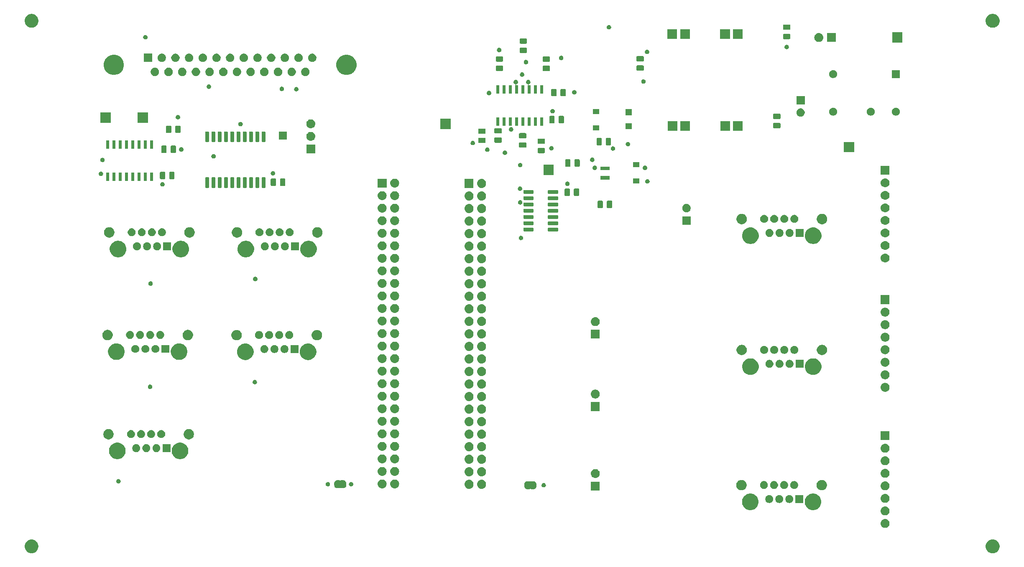
<source format=gbr>
G04 #@! TF.GenerationSoftware,KiCad,Pcbnew,(5.1.4-0-10_14)*
G04 #@! TF.CreationDate,2020-04-27T10:11:36-04:00*
G04 #@! TF.ProjectId,laser_card,6c617365-725f-4636-9172-642e6b696361,rev?*
G04 #@! TF.SameCoordinates,Original*
G04 #@! TF.FileFunction,Soldermask,Top*
G04 #@! TF.FilePolarity,Negative*
%FSLAX46Y46*%
G04 Gerber Fmt 4.6, Leading zero omitted, Abs format (unit mm)*
G04 Created by KiCad (PCBNEW (5.1.4-0-10_14)) date 2020-04-27 10:11:36*
%MOMM*%
%LPD*%
G04 APERTURE LIST*
%ADD10C,0.100000*%
G04 APERTURE END LIST*
D10*
G36*
X243030433Y-145834893D02*
G01*
X243120657Y-145852839D01*
X243226267Y-145896585D01*
X243375621Y-145958449D01*
X243375622Y-145958450D01*
X243605086Y-146111772D01*
X243800228Y-146306914D01*
X243902675Y-146460237D01*
X243953551Y-146536379D01*
X244059161Y-146791344D01*
X244113000Y-147062012D01*
X244113000Y-147337988D01*
X244059161Y-147608656D01*
X243953551Y-147863621D01*
X243953550Y-147863622D01*
X243800228Y-148093086D01*
X243605086Y-148288228D01*
X243451763Y-148390675D01*
X243375621Y-148441551D01*
X243226267Y-148503415D01*
X243120657Y-148547161D01*
X243030433Y-148565107D01*
X242849988Y-148601000D01*
X242574012Y-148601000D01*
X242393567Y-148565107D01*
X242303343Y-148547161D01*
X242197733Y-148503415D01*
X242048379Y-148441551D01*
X241972237Y-148390675D01*
X241818914Y-148288228D01*
X241623772Y-148093086D01*
X241470450Y-147863622D01*
X241470449Y-147863621D01*
X241364839Y-147608656D01*
X241311000Y-147337988D01*
X241311000Y-147062012D01*
X241364839Y-146791344D01*
X241470449Y-146536379D01*
X241521325Y-146460237D01*
X241623772Y-146306914D01*
X241818914Y-146111772D01*
X242048378Y-145958450D01*
X242048379Y-145958449D01*
X242197733Y-145896585D01*
X242303343Y-145852839D01*
X242393567Y-145834893D01*
X242574012Y-145799000D01*
X242849988Y-145799000D01*
X243030433Y-145834893D01*
X243030433Y-145834893D01*
G37*
G36*
X48418433Y-145834893D02*
G01*
X48508657Y-145852839D01*
X48614267Y-145896585D01*
X48763621Y-145958449D01*
X48763622Y-145958450D01*
X48993086Y-146111772D01*
X49188228Y-146306914D01*
X49290675Y-146460237D01*
X49341551Y-146536379D01*
X49447161Y-146791344D01*
X49501000Y-147062012D01*
X49501000Y-147337988D01*
X49447161Y-147608656D01*
X49341551Y-147863621D01*
X49341550Y-147863622D01*
X49188228Y-148093086D01*
X48993086Y-148288228D01*
X48839763Y-148390675D01*
X48763621Y-148441551D01*
X48614267Y-148503415D01*
X48508657Y-148547161D01*
X48418433Y-148565107D01*
X48237988Y-148601000D01*
X47962012Y-148601000D01*
X47781567Y-148565107D01*
X47691343Y-148547161D01*
X47585733Y-148503415D01*
X47436379Y-148441551D01*
X47360237Y-148390675D01*
X47206914Y-148288228D01*
X47011772Y-148093086D01*
X46858450Y-147863622D01*
X46858449Y-147863621D01*
X46752839Y-147608656D01*
X46699000Y-147337988D01*
X46699000Y-147062012D01*
X46752839Y-146791344D01*
X46858449Y-146536379D01*
X46909325Y-146460237D01*
X47011772Y-146306914D01*
X47206914Y-146111772D01*
X47436378Y-145958450D01*
X47436379Y-145958449D01*
X47585733Y-145896585D01*
X47691343Y-145852839D01*
X47781567Y-145834893D01*
X47962012Y-145799000D01*
X48237988Y-145799000D01*
X48418433Y-145834893D01*
X48418433Y-145834893D01*
G37*
G36*
X221039642Y-141670638D02*
G01*
X221105827Y-141677157D01*
X221275666Y-141728677D01*
X221432191Y-141812342D01*
X221467929Y-141841672D01*
X221569386Y-141924934D01*
X221652648Y-142026391D01*
X221681978Y-142062129D01*
X221765643Y-142218654D01*
X221817163Y-142388493D01*
X221834559Y-142565120D01*
X221817163Y-142741747D01*
X221765643Y-142911586D01*
X221681978Y-143068111D01*
X221652648Y-143103849D01*
X221569386Y-143205306D01*
X221467929Y-143288568D01*
X221432191Y-143317898D01*
X221275666Y-143401563D01*
X221105827Y-143453083D01*
X221039642Y-143459602D01*
X220973460Y-143466120D01*
X220884940Y-143466120D01*
X220818758Y-143459602D01*
X220752573Y-143453083D01*
X220582734Y-143401563D01*
X220426209Y-143317898D01*
X220390471Y-143288568D01*
X220289014Y-143205306D01*
X220205752Y-143103849D01*
X220176422Y-143068111D01*
X220092757Y-142911586D01*
X220041237Y-142741747D01*
X220023841Y-142565120D01*
X220041237Y-142388493D01*
X220092757Y-142218654D01*
X220176422Y-142062129D01*
X220205752Y-142026391D01*
X220289014Y-141924934D01*
X220390471Y-141841672D01*
X220426209Y-141812342D01*
X220582734Y-141728677D01*
X220752573Y-141677157D01*
X220818758Y-141670638D01*
X220884940Y-141664120D01*
X220973460Y-141664120D01*
X221039642Y-141670638D01*
X221039642Y-141670638D01*
G37*
G36*
X221039643Y-139130639D02*
G01*
X221105827Y-139137157D01*
X221275666Y-139188677D01*
X221432191Y-139272342D01*
X221467929Y-139301672D01*
X221569386Y-139384934D01*
X221646118Y-139478434D01*
X221681978Y-139522129D01*
X221765643Y-139678654D01*
X221817163Y-139848493D01*
X221834559Y-140025120D01*
X221817163Y-140201747D01*
X221765643Y-140371586D01*
X221681978Y-140528111D01*
X221652648Y-140563849D01*
X221569386Y-140665306D01*
X221467929Y-140748568D01*
X221432191Y-140777898D01*
X221275666Y-140861563D01*
X221105827Y-140913083D01*
X221039642Y-140919602D01*
X220973460Y-140926120D01*
X220884940Y-140926120D01*
X220818758Y-140919602D01*
X220752573Y-140913083D01*
X220582734Y-140861563D01*
X220426209Y-140777898D01*
X220390471Y-140748568D01*
X220289014Y-140665306D01*
X220205752Y-140563849D01*
X220176422Y-140528111D01*
X220092757Y-140371586D01*
X220041237Y-140201747D01*
X220023841Y-140025120D01*
X220041237Y-139848493D01*
X220092757Y-139678654D01*
X220176422Y-139522129D01*
X220212282Y-139478434D01*
X220289014Y-139384934D01*
X220390471Y-139301672D01*
X220426209Y-139272342D01*
X220582734Y-139188677D01*
X220752573Y-139137157D01*
X220818757Y-139130639D01*
X220884940Y-139124120D01*
X220973460Y-139124120D01*
X221039643Y-139130639D01*
X221039643Y-139130639D01*
G37*
G36*
X206821871Y-136565008D02*
G01*
X207126883Y-136691348D01*
X207401387Y-136874766D01*
X207634834Y-137108213D01*
X207818252Y-137382717D01*
X207944592Y-137687729D01*
X208009000Y-138011528D01*
X208009000Y-138341672D01*
X207944592Y-138665471D01*
X207818252Y-138970483D01*
X207634834Y-139244987D01*
X207401387Y-139478434D01*
X207126883Y-139661852D01*
X206821871Y-139788192D01*
X206498073Y-139852600D01*
X206167927Y-139852600D01*
X205844129Y-139788192D01*
X205539117Y-139661852D01*
X205264613Y-139478434D01*
X205031166Y-139244987D01*
X204847748Y-138970483D01*
X204721408Y-138665471D01*
X204657000Y-138341672D01*
X204657000Y-138011528D01*
X204721408Y-137687729D01*
X204847748Y-137382717D01*
X205031166Y-137108213D01*
X205264613Y-136874766D01*
X205539117Y-136691348D01*
X205844129Y-136565008D01*
X206167927Y-136500600D01*
X206498073Y-136500600D01*
X206821871Y-136565008D01*
X206821871Y-136565008D01*
G37*
G36*
X194121871Y-136565008D02*
G01*
X194426883Y-136691348D01*
X194701387Y-136874766D01*
X194934834Y-137108213D01*
X195118252Y-137382717D01*
X195244592Y-137687729D01*
X195309000Y-138011528D01*
X195309000Y-138341672D01*
X195244592Y-138665471D01*
X195118252Y-138970483D01*
X194934834Y-139244987D01*
X194701387Y-139478434D01*
X194426883Y-139661852D01*
X194121871Y-139788192D01*
X193798073Y-139852600D01*
X193467927Y-139852600D01*
X193144129Y-139788192D01*
X192839117Y-139661852D01*
X192564613Y-139478434D01*
X192331166Y-139244987D01*
X192147748Y-138970483D01*
X192021408Y-138665471D01*
X191957000Y-138341672D01*
X191957000Y-138011528D01*
X192021408Y-137687729D01*
X192147748Y-137382717D01*
X192331166Y-137108213D01*
X192564613Y-136874766D01*
X192839117Y-136691348D01*
X193144129Y-136565008D01*
X193467927Y-136500600D01*
X193798073Y-136500600D01*
X194121871Y-136565008D01*
X194121871Y-136565008D01*
G37*
G36*
X204386800Y-138418800D02*
G01*
X202784800Y-138418800D01*
X202784800Y-136816800D01*
X204386800Y-136816800D01*
X204386800Y-138418800D01*
X204386800Y-138418800D01*
G37*
G36*
X201779442Y-136847581D02*
G01*
X201925214Y-136907962D01*
X201925216Y-136907963D01*
X202056408Y-136995622D01*
X202167978Y-137107192D01*
X202255637Y-137238384D01*
X202255638Y-137238386D01*
X202316019Y-137384158D01*
X202346800Y-137538907D01*
X202346800Y-137696693D01*
X202316019Y-137851442D01*
X202255638Y-137997214D01*
X202255637Y-137997216D01*
X202167978Y-138128408D01*
X202056408Y-138239978D01*
X201925216Y-138327637D01*
X201925215Y-138327638D01*
X201925214Y-138327638D01*
X201779442Y-138388019D01*
X201624693Y-138418800D01*
X201466907Y-138418800D01*
X201312158Y-138388019D01*
X201166386Y-138327638D01*
X201166385Y-138327638D01*
X201166384Y-138327637D01*
X201035192Y-138239978D01*
X200923622Y-138128408D01*
X200835963Y-137997216D01*
X200835962Y-137997214D01*
X200775581Y-137851442D01*
X200744800Y-137696693D01*
X200744800Y-137538907D01*
X200775581Y-137384158D01*
X200835962Y-137238386D01*
X200835963Y-137238384D01*
X200923622Y-137107192D01*
X201035192Y-136995622D01*
X201166384Y-136907963D01*
X201166386Y-136907962D01*
X201312158Y-136847581D01*
X201466907Y-136816800D01*
X201624693Y-136816800D01*
X201779442Y-136847581D01*
X201779442Y-136847581D01*
G37*
G36*
X199739442Y-136847581D02*
G01*
X199885214Y-136907962D01*
X199885216Y-136907963D01*
X200016408Y-136995622D01*
X200127978Y-137107192D01*
X200215637Y-137238384D01*
X200215638Y-137238386D01*
X200276019Y-137384158D01*
X200306800Y-137538907D01*
X200306800Y-137696693D01*
X200276019Y-137851442D01*
X200215638Y-137997214D01*
X200215637Y-137997216D01*
X200127978Y-138128408D01*
X200016408Y-138239978D01*
X199885216Y-138327637D01*
X199885215Y-138327638D01*
X199885214Y-138327638D01*
X199739442Y-138388019D01*
X199584693Y-138418800D01*
X199426907Y-138418800D01*
X199272158Y-138388019D01*
X199126386Y-138327638D01*
X199126385Y-138327638D01*
X199126384Y-138327637D01*
X198995192Y-138239978D01*
X198883622Y-138128408D01*
X198795963Y-137997216D01*
X198795962Y-137997214D01*
X198735581Y-137851442D01*
X198704800Y-137696693D01*
X198704800Y-137538907D01*
X198735581Y-137384158D01*
X198795962Y-137238386D01*
X198795963Y-137238384D01*
X198883622Y-137107192D01*
X198995192Y-136995622D01*
X199126384Y-136907963D01*
X199126386Y-136907962D01*
X199272158Y-136847581D01*
X199426907Y-136816800D01*
X199584693Y-136816800D01*
X199739442Y-136847581D01*
X199739442Y-136847581D01*
G37*
G36*
X197699442Y-136847581D02*
G01*
X197845214Y-136907962D01*
X197845216Y-136907963D01*
X197976408Y-136995622D01*
X198087978Y-137107192D01*
X198175637Y-137238384D01*
X198175638Y-137238386D01*
X198236019Y-137384158D01*
X198266800Y-137538907D01*
X198266800Y-137696693D01*
X198236019Y-137851442D01*
X198175638Y-137997214D01*
X198175637Y-137997216D01*
X198087978Y-138128408D01*
X197976408Y-138239978D01*
X197845216Y-138327637D01*
X197845215Y-138327638D01*
X197845214Y-138327638D01*
X197699442Y-138388019D01*
X197544693Y-138418800D01*
X197386907Y-138418800D01*
X197232158Y-138388019D01*
X197086386Y-138327638D01*
X197086385Y-138327638D01*
X197086384Y-138327637D01*
X196955192Y-138239978D01*
X196843622Y-138128408D01*
X196755963Y-137997216D01*
X196755962Y-137997214D01*
X196695581Y-137851442D01*
X196664800Y-137696693D01*
X196664800Y-137538907D01*
X196695581Y-137384158D01*
X196755962Y-137238386D01*
X196755963Y-137238384D01*
X196843622Y-137107192D01*
X196955192Y-136995622D01*
X197086384Y-136907963D01*
X197086386Y-136907962D01*
X197232158Y-136847581D01*
X197386907Y-136816800D01*
X197544693Y-136816800D01*
X197699442Y-136847581D01*
X197699442Y-136847581D01*
G37*
G36*
X221039643Y-136590639D02*
G01*
X221105827Y-136597157D01*
X221275666Y-136648677D01*
X221432191Y-136732342D01*
X221467929Y-136761672D01*
X221569386Y-136844934D01*
X221652648Y-136946391D01*
X221681978Y-136982129D01*
X221765643Y-137138654D01*
X221817163Y-137308493D01*
X221834559Y-137485120D01*
X221817163Y-137661747D01*
X221765643Y-137831586D01*
X221681978Y-137988111D01*
X221662761Y-138011527D01*
X221569386Y-138125306D01*
X221467929Y-138208568D01*
X221432191Y-138237898D01*
X221275666Y-138321563D01*
X221105827Y-138373083D01*
X221039643Y-138379601D01*
X220973460Y-138386120D01*
X220884940Y-138386120D01*
X220818757Y-138379601D01*
X220752573Y-138373083D01*
X220582734Y-138321563D01*
X220426209Y-138237898D01*
X220390471Y-138208568D01*
X220289014Y-138125306D01*
X220195639Y-138011527D01*
X220176422Y-137988111D01*
X220092757Y-137831586D01*
X220041237Y-137661747D01*
X220023841Y-137485120D01*
X220041237Y-137308493D01*
X220092757Y-137138654D01*
X220176422Y-136982129D01*
X220205752Y-136946391D01*
X220289014Y-136844934D01*
X220390471Y-136761672D01*
X220426209Y-136732342D01*
X220582734Y-136648677D01*
X220752573Y-136597157D01*
X220818757Y-136590639D01*
X220884940Y-136584120D01*
X220973460Y-136584120D01*
X221039643Y-136590639D01*
X221039643Y-136590639D01*
G37*
G36*
X163151000Y-135876000D02*
G01*
X161349000Y-135876000D01*
X161349000Y-134074000D01*
X163151000Y-134074000D01*
X163151000Y-135876000D01*
X163151000Y-135876000D01*
G37*
G36*
X192159564Y-133786789D02*
G01*
X192350833Y-133866015D01*
X192350835Y-133866016D01*
X192522973Y-133981035D01*
X192669365Y-134127427D01*
X192776320Y-134287496D01*
X192784385Y-134299567D01*
X192863611Y-134490836D01*
X192904000Y-134693884D01*
X192904000Y-134900916D01*
X192863611Y-135103964D01*
X192785895Y-135291588D01*
X192784384Y-135295235D01*
X192669365Y-135467373D01*
X192522973Y-135613765D01*
X192350835Y-135728784D01*
X192350834Y-135728785D01*
X192350833Y-135728785D01*
X192159564Y-135808011D01*
X191956516Y-135848400D01*
X191749484Y-135848400D01*
X191546436Y-135808011D01*
X191355167Y-135728785D01*
X191355166Y-135728785D01*
X191355165Y-135728784D01*
X191183027Y-135613765D01*
X191036635Y-135467373D01*
X190921616Y-135295235D01*
X190920105Y-135291588D01*
X190842389Y-135103964D01*
X190802000Y-134900916D01*
X190802000Y-134693884D01*
X190842389Y-134490836D01*
X190921615Y-134299567D01*
X190929681Y-134287496D01*
X191036635Y-134127427D01*
X191183027Y-133981035D01*
X191355165Y-133866016D01*
X191355167Y-133866015D01*
X191546436Y-133786789D01*
X191749484Y-133746400D01*
X191956516Y-133746400D01*
X192159564Y-133786789D01*
X192159564Y-133786789D01*
G37*
G36*
X208419564Y-133786789D02*
G01*
X208610833Y-133866015D01*
X208610835Y-133866016D01*
X208782973Y-133981035D01*
X208929365Y-134127427D01*
X209036320Y-134287496D01*
X209044385Y-134299567D01*
X209123611Y-134490836D01*
X209164000Y-134693884D01*
X209164000Y-134900916D01*
X209123611Y-135103964D01*
X209045895Y-135291588D01*
X209044384Y-135295235D01*
X208929365Y-135467373D01*
X208782973Y-135613765D01*
X208610835Y-135728784D01*
X208610834Y-135728785D01*
X208610833Y-135728785D01*
X208419564Y-135808011D01*
X208216516Y-135848400D01*
X208009484Y-135848400D01*
X207806436Y-135808011D01*
X207615167Y-135728785D01*
X207615166Y-135728785D01*
X207615165Y-135728784D01*
X207443027Y-135613765D01*
X207296635Y-135467373D01*
X207181616Y-135295235D01*
X207180105Y-135291588D01*
X207102389Y-135103964D01*
X207062000Y-134900916D01*
X207062000Y-134693884D01*
X207102389Y-134490836D01*
X207181615Y-134299567D01*
X207189681Y-134287496D01*
X207296635Y-134127427D01*
X207443027Y-133981035D01*
X207615165Y-133866016D01*
X207615167Y-133866015D01*
X207806436Y-133786789D01*
X208009484Y-133746400D01*
X208216516Y-133746400D01*
X208419564Y-133786789D01*
X208419564Y-133786789D01*
G37*
G36*
X221033160Y-134050000D02*
G01*
X221105827Y-134057157D01*
X221275666Y-134108677D01*
X221432191Y-134192342D01*
X221458129Y-134213629D01*
X221569386Y-134304934D01*
X221636220Y-134386373D01*
X221681978Y-134442129D01*
X221765643Y-134598654D01*
X221817163Y-134768493D01*
X221834559Y-134945120D01*
X221817163Y-135121747D01*
X221767456Y-135285608D01*
X221765642Y-135291588D01*
X221748792Y-135323112D01*
X221681978Y-135448111D01*
X221656858Y-135478720D01*
X221569386Y-135585306D01*
X221467929Y-135668568D01*
X221432191Y-135697898D01*
X221275666Y-135781563D01*
X221105827Y-135833083D01*
X221039643Y-135839601D01*
X220973460Y-135846120D01*
X220884940Y-135846120D01*
X220818757Y-135839601D01*
X220752573Y-135833083D01*
X220582734Y-135781563D01*
X220426209Y-135697898D01*
X220390471Y-135668568D01*
X220289014Y-135585306D01*
X220201542Y-135478720D01*
X220176422Y-135448111D01*
X220109608Y-135323112D01*
X220092758Y-135291588D01*
X220090944Y-135285608D01*
X220041237Y-135121747D01*
X220023841Y-134945120D01*
X220041237Y-134768493D01*
X220092757Y-134598654D01*
X220176422Y-134442129D01*
X220222180Y-134386373D01*
X220289014Y-134304934D01*
X220400271Y-134213629D01*
X220426209Y-134192342D01*
X220582734Y-134108677D01*
X220752573Y-134057157D01*
X220825240Y-134050000D01*
X220884940Y-134044120D01*
X220973460Y-134044120D01*
X221033160Y-134050000D01*
X221033160Y-134050000D01*
G37*
G36*
X148959999Y-133999737D02*
G01*
X148969608Y-134002652D01*
X148978472Y-134007390D01*
X148986237Y-134013763D01*
X148996448Y-134026206D01*
X149003378Y-134036575D01*
X149020705Y-134053902D01*
X149041080Y-134067515D01*
X149063720Y-134076891D01*
X149087753Y-134081671D01*
X149112257Y-134081670D01*
X149136290Y-134076888D01*
X149158929Y-134067510D01*
X149179302Y-134053895D01*
X149196629Y-134036568D01*
X149203558Y-134026198D01*
X149213763Y-134013763D01*
X149221528Y-134007390D01*
X149230392Y-134002652D01*
X149240001Y-133999737D01*
X149256140Y-133998148D01*
X149743861Y-133998148D01*
X149762199Y-133999954D01*
X149774450Y-134000556D01*
X149792869Y-134000556D01*
X149815149Y-134002750D01*
X149899233Y-134019476D01*
X149920660Y-134025976D01*
X149999858Y-134058780D01*
X150005303Y-134061691D01*
X150005309Y-134061693D01*
X150014169Y-134066429D01*
X150014173Y-134066432D01*
X150019614Y-134069340D01*
X150090899Y-134116971D01*
X150108204Y-134131172D01*
X150168828Y-134191796D01*
X150183029Y-134209101D01*
X150230660Y-134280386D01*
X150233568Y-134285827D01*
X150233571Y-134285831D01*
X150238307Y-134294691D01*
X150238309Y-134294697D01*
X150241220Y-134300142D01*
X150274024Y-134379340D01*
X150275816Y-134385246D01*
X150275816Y-134385247D01*
X150277274Y-134390054D01*
X150280524Y-134400767D01*
X150297250Y-134484851D01*
X150299444Y-134507131D01*
X150299444Y-134525550D01*
X150300046Y-134537801D01*
X150301852Y-134556139D01*
X150301852Y-135043862D01*
X150300046Y-135062199D01*
X150299444Y-135074450D01*
X150299444Y-135092869D01*
X150297250Y-135115149D01*
X150280524Y-135199233D01*
X150274024Y-135220660D01*
X150241220Y-135299858D01*
X150238309Y-135305303D01*
X150238307Y-135305309D01*
X150233571Y-135314169D01*
X150233568Y-135314173D01*
X150230660Y-135319614D01*
X150183029Y-135390899D01*
X150168828Y-135408204D01*
X150108204Y-135468828D01*
X150090899Y-135483029D01*
X150019614Y-135530660D01*
X150014173Y-135533568D01*
X150014169Y-135533571D01*
X150005309Y-135538307D01*
X150005303Y-135538309D01*
X149999858Y-135541220D01*
X149920660Y-135574024D01*
X149899233Y-135580524D01*
X149815149Y-135597250D01*
X149792869Y-135599444D01*
X149774450Y-135599444D01*
X149762199Y-135600046D01*
X149743862Y-135601852D01*
X149256140Y-135601852D01*
X149240001Y-135600263D01*
X149230392Y-135597348D01*
X149221528Y-135592610D01*
X149213763Y-135586237D01*
X149203552Y-135573794D01*
X149196622Y-135563425D01*
X149179295Y-135546098D01*
X149158920Y-135532485D01*
X149136280Y-135523109D01*
X149112247Y-135518329D01*
X149087743Y-135518330D01*
X149063710Y-135523112D01*
X149041071Y-135532490D01*
X149020698Y-135546105D01*
X149003371Y-135563432D01*
X148996442Y-135573802D01*
X148986237Y-135586237D01*
X148978472Y-135592610D01*
X148969608Y-135597348D01*
X148959999Y-135600263D01*
X148943860Y-135601852D01*
X148456138Y-135601852D01*
X148437801Y-135600046D01*
X148425550Y-135599444D01*
X148407131Y-135599444D01*
X148384851Y-135597250D01*
X148300767Y-135580524D01*
X148279340Y-135574024D01*
X148200142Y-135541220D01*
X148194697Y-135538309D01*
X148194691Y-135538307D01*
X148185831Y-135533571D01*
X148185827Y-135533568D01*
X148180386Y-135530660D01*
X148109101Y-135483029D01*
X148091796Y-135468828D01*
X148031172Y-135408204D01*
X148016971Y-135390899D01*
X147969340Y-135319614D01*
X147966432Y-135314173D01*
X147966429Y-135314169D01*
X147961693Y-135305309D01*
X147961691Y-135305303D01*
X147958780Y-135299858D01*
X147925976Y-135220660D01*
X147919476Y-135199233D01*
X147902750Y-135115149D01*
X147900556Y-135092869D01*
X147900556Y-135074450D01*
X147899954Y-135062199D01*
X147898148Y-135043862D01*
X147898148Y-134556139D01*
X147899954Y-134537801D01*
X147900556Y-134525550D01*
X147900556Y-134507131D01*
X147902750Y-134484851D01*
X147919476Y-134400767D01*
X147922726Y-134390054D01*
X147924184Y-134385247D01*
X147924184Y-134385246D01*
X147925976Y-134379340D01*
X147958780Y-134300142D01*
X147961691Y-134294697D01*
X147961693Y-134294691D01*
X147966429Y-134285831D01*
X147966432Y-134285827D01*
X147969340Y-134280386D01*
X148016971Y-134209101D01*
X148031172Y-134191796D01*
X148091796Y-134131172D01*
X148109101Y-134116971D01*
X148180386Y-134069340D01*
X148185827Y-134066432D01*
X148185831Y-134066429D01*
X148194691Y-134061693D01*
X148194697Y-134061691D01*
X148200142Y-134058780D01*
X148279340Y-134025976D01*
X148300767Y-134019476D01*
X148384851Y-134002750D01*
X148407131Y-134000556D01*
X148425550Y-134000556D01*
X148437801Y-133999954D01*
X148456139Y-133998148D01*
X148943860Y-133998148D01*
X148959999Y-133999737D01*
X148959999Y-133999737D01*
G37*
G36*
X196628642Y-134004781D02*
G01*
X196766039Y-134061693D01*
X196774416Y-134065163D01*
X196905608Y-134152822D01*
X197017178Y-134264392D01*
X197097649Y-134384827D01*
X197104838Y-134395586D01*
X197165219Y-134541358D01*
X197196000Y-134696107D01*
X197196000Y-134853893D01*
X197165219Y-135008642D01*
X197118370Y-135121745D01*
X197104837Y-135154416D01*
X197017178Y-135285608D01*
X196905608Y-135397178D01*
X196774416Y-135484837D01*
X196774415Y-135484838D01*
X196774414Y-135484838D01*
X196628642Y-135545219D01*
X196473893Y-135576000D01*
X196316107Y-135576000D01*
X196161358Y-135545219D01*
X196015586Y-135484838D01*
X196015585Y-135484838D01*
X196015584Y-135484837D01*
X195884392Y-135397178D01*
X195772822Y-135285608D01*
X195685163Y-135154416D01*
X195671630Y-135121745D01*
X195624781Y-135008642D01*
X195594000Y-134853893D01*
X195594000Y-134696107D01*
X195624781Y-134541358D01*
X195685162Y-134395586D01*
X195692351Y-134384827D01*
X195772822Y-134264392D01*
X195884392Y-134152822D01*
X196015584Y-134065163D01*
X196023961Y-134061693D01*
X196161358Y-134004781D01*
X196316107Y-133974000D01*
X196473893Y-133974000D01*
X196628642Y-134004781D01*
X196628642Y-134004781D01*
G37*
G36*
X198668642Y-134004781D02*
G01*
X198806039Y-134061693D01*
X198814416Y-134065163D01*
X198945608Y-134152822D01*
X199057178Y-134264392D01*
X199137649Y-134384827D01*
X199144838Y-134395586D01*
X199205219Y-134541358D01*
X199236000Y-134696107D01*
X199236000Y-134853893D01*
X199205219Y-135008642D01*
X199158370Y-135121745D01*
X199144837Y-135154416D01*
X199057178Y-135285608D01*
X198945608Y-135397178D01*
X198814416Y-135484837D01*
X198814415Y-135484838D01*
X198814414Y-135484838D01*
X198668642Y-135545219D01*
X198513893Y-135576000D01*
X198356107Y-135576000D01*
X198201358Y-135545219D01*
X198055586Y-135484838D01*
X198055585Y-135484838D01*
X198055584Y-135484837D01*
X197924392Y-135397178D01*
X197812822Y-135285608D01*
X197725163Y-135154416D01*
X197711630Y-135121745D01*
X197664781Y-135008642D01*
X197634000Y-134853893D01*
X197634000Y-134696107D01*
X197664781Y-134541358D01*
X197725162Y-134395586D01*
X197732351Y-134384827D01*
X197812822Y-134264392D01*
X197924392Y-134152822D01*
X198055584Y-134065163D01*
X198063961Y-134061693D01*
X198201358Y-134004781D01*
X198356107Y-133974000D01*
X198513893Y-133974000D01*
X198668642Y-134004781D01*
X198668642Y-134004781D01*
G37*
G36*
X200708642Y-134004781D02*
G01*
X200846039Y-134061693D01*
X200854416Y-134065163D01*
X200985608Y-134152822D01*
X201097178Y-134264392D01*
X201177649Y-134384827D01*
X201184838Y-134395586D01*
X201245219Y-134541358D01*
X201276000Y-134696107D01*
X201276000Y-134853893D01*
X201245219Y-135008642D01*
X201198370Y-135121745D01*
X201184837Y-135154416D01*
X201097178Y-135285608D01*
X200985608Y-135397178D01*
X200854416Y-135484837D01*
X200854415Y-135484838D01*
X200854414Y-135484838D01*
X200708642Y-135545219D01*
X200553893Y-135576000D01*
X200396107Y-135576000D01*
X200241358Y-135545219D01*
X200095586Y-135484838D01*
X200095585Y-135484838D01*
X200095584Y-135484837D01*
X199964392Y-135397178D01*
X199852822Y-135285608D01*
X199765163Y-135154416D01*
X199751630Y-135121745D01*
X199704781Y-135008642D01*
X199674000Y-134853893D01*
X199674000Y-134696107D01*
X199704781Y-134541358D01*
X199765162Y-134395586D01*
X199772351Y-134384827D01*
X199852822Y-134264392D01*
X199964392Y-134152822D01*
X200095584Y-134065163D01*
X200103961Y-134061693D01*
X200241358Y-134004781D01*
X200396107Y-133974000D01*
X200553893Y-133974000D01*
X200708642Y-134004781D01*
X200708642Y-134004781D01*
G37*
G36*
X202748642Y-134004781D02*
G01*
X202886039Y-134061693D01*
X202894416Y-134065163D01*
X203025608Y-134152822D01*
X203137178Y-134264392D01*
X203217649Y-134384827D01*
X203224838Y-134395586D01*
X203285219Y-134541358D01*
X203316000Y-134696107D01*
X203316000Y-134853893D01*
X203285219Y-135008642D01*
X203238370Y-135121745D01*
X203224837Y-135154416D01*
X203137178Y-135285608D01*
X203025608Y-135397178D01*
X202894416Y-135484837D01*
X202894415Y-135484838D01*
X202894414Y-135484838D01*
X202748642Y-135545219D01*
X202593893Y-135576000D01*
X202436107Y-135576000D01*
X202281358Y-135545219D01*
X202135586Y-135484838D01*
X202135585Y-135484838D01*
X202135584Y-135484837D01*
X202004392Y-135397178D01*
X201892822Y-135285608D01*
X201805163Y-135154416D01*
X201791630Y-135121745D01*
X201744781Y-135008642D01*
X201714000Y-134853893D01*
X201714000Y-134696107D01*
X201744781Y-134541358D01*
X201805162Y-134395586D01*
X201812351Y-134384827D01*
X201892822Y-134264392D01*
X202004392Y-134152822D01*
X202135584Y-134065163D01*
X202143961Y-134061693D01*
X202281358Y-134004781D01*
X202436107Y-133974000D01*
X202593893Y-133974000D01*
X202748642Y-134004781D01*
X202748642Y-134004781D01*
G37*
G36*
X139394294Y-133723633D02*
G01*
X139566695Y-133775931D01*
X139725583Y-133860858D01*
X139864849Y-133975151D01*
X139979142Y-134114417D01*
X140064069Y-134273305D01*
X140116367Y-134445706D01*
X140134025Y-134625000D01*
X140116367Y-134804294D01*
X140064069Y-134976695D01*
X139979142Y-135135583D01*
X139864849Y-135274849D01*
X139725583Y-135389142D01*
X139566695Y-135474069D01*
X139394294Y-135526367D01*
X139259931Y-135539600D01*
X139170069Y-135539600D01*
X139035706Y-135526367D01*
X138863305Y-135474069D01*
X138704417Y-135389142D01*
X138565151Y-135274849D01*
X138450858Y-135135583D01*
X138365931Y-134976695D01*
X138313633Y-134804294D01*
X138295975Y-134625000D01*
X138313633Y-134445706D01*
X138365931Y-134273305D01*
X138450858Y-134114417D01*
X138565151Y-133975151D01*
X138704417Y-133860858D01*
X138863305Y-133775931D01*
X139035706Y-133723633D01*
X139170069Y-133710400D01*
X139259931Y-133710400D01*
X139394294Y-133723633D01*
X139394294Y-133723633D01*
G37*
G36*
X136854294Y-133723633D02*
G01*
X137026695Y-133775931D01*
X137185583Y-133860858D01*
X137324849Y-133975151D01*
X137439142Y-134114417D01*
X137524069Y-134273305D01*
X137576367Y-134445706D01*
X137594025Y-134625000D01*
X137576367Y-134804294D01*
X137524069Y-134976695D01*
X137439142Y-135135583D01*
X137324849Y-135274849D01*
X137185583Y-135389142D01*
X137026695Y-135474069D01*
X136854294Y-135526367D01*
X136719931Y-135539600D01*
X136630069Y-135539600D01*
X136495706Y-135526367D01*
X136323305Y-135474069D01*
X136164417Y-135389142D01*
X136025151Y-135274849D01*
X135910858Y-135135583D01*
X135825931Y-134976695D01*
X135773633Y-134804294D01*
X135755975Y-134625000D01*
X135773633Y-134445706D01*
X135825931Y-134273305D01*
X135910858Y-134114417D01*
X136025151Y-133975151D01*
X136164417Y-133860858D01*
X136323305Y-133775931D01*
X136495706Y-133723633D01*
X136630069Y-133710400D01*
X136719931Y-133710400D01*
X136854294Y-133723633D01*
X136854294Y-133723633D01*
G37*
G36*
X121794494Y-133662753D02*
G01*
X121966895Y-133715051D01*
X122125783Y-133799978D01*
X122265049Y-133914271D01*
X122379342Y-134053537D01*
X122464269Y-134212425D01*
X122516567Y-134384826D01*
X122534225Y-134564120D01*
X122516567Y-134743414D01*
X122464269Y-134915815D01*
X122379342Y-135074703D01*
X122265049Y-135213969D01*
X122125783Y-135328262D01*
X121966895Y-135413189D01*
X121794494Y-135465487D01*
X121660131Y-135478720D01*
X121570269Y-135478720D01*
X121435906Y-135465487D01*
X121263505Y-135413189D01*
X121104617Y-135328262D01*
X120965351Y-135213969D01*
X120851058Y-135074703D01*
X120766131Y-134915815D01*
X120713833Y-134743414D01*
X120696175Y-134564120D01*
X120713833Y-134384826D01*
X120766131Y-134212425D01*
X120851058Y-134053537D01*
X120965351Y-133914271D01*
X121104617Y-133799978D01*
X121263505Y-133715051D01*
X121435906Y-133662753D01*
X121570269Y-133649520D01*
X121660131Y-133649520D01*
X121794494Y-133662753D01*
X121794494Y-133662753D01*
G37*
G36*
X119254494Y-133662753D02*
G01*
X119426895Y-133715051D01*
X119585783Y-133799978D01*
X119725049Y-133914271D01*
X119839342Y-134053537D01*
X119924269Y-134212425D01*
X119976567Y-134384826D01*
X119994225Y-134564120D01*
X119976567Y-134743414D01*
X119924269Y-134915815D01*
X119839342Y-135074703D01*
X119725049Y-135213969D01*
X119585783Y-135328262D01*
X119426895Y-135413189D01*
X119254494Y-135465487D01*
X119120131Y-135478720D01*
X119030269Y-135478720D01*
X118895906Y-135465487D01*
X118723505Y-135413189D01*
X118564617Y-135328262D01*
X118425351Y-135213969D01*
X118311058Y-135074703D01*
X118226131Y-134915815D01*
X118173833Y-134743414D01*
X118156175Y-134564120D01*
X118173833Y-134384826D01*
X118226131Y-134212425D01*
X118311058Y-134053537D01*
X118425351Y-133914271D01*
X118564617Y-133799978D01*
X118723505Y-133715051D01*
X118895906Y-133662753D01*
X119030269Y-133649520D01*
X119120131Y-133649520D01*
X119254494Y-133662753D01*
X119254494Y-133662753D01*
G37*
G36*
X110459999Y-133799737D02*
G01*
X110469608Y-133802652D01*
X110478472Y-133807390D01*
X110486237Y-133813763D01*
X110496448Y-133826206D01*
X110503378Y-133836575D01*
X110520705Y-133853902D01*
X110541080Y-133867515D01*
X110563720Y-133876891D01*
X110587753Y-133881671D01*
X110612257Y-133881670D01*
X110636290Y-133876888D01*
X110658929Y-133867510D01*
X110679302Y-133853895D01*
X110696629Y-133836568D01*
X110703558Y-133826198D01*
X110713763Y-133813763D01*
X110721528Y-133807390D01*
X110730392Y-133802652D01*
X110740001Y-133799737D01*
X110756140Y-133798148D01*
X111243861Y-133798148D01*
X111262199Y-133799954D01*
X111274450Y-133800556D01*
X111292869Y-133800556D01*
X111315149Y-133802750D01*
X111399233Y-133819476D01*
X111420660Y-133825976D01*
X111499858Y-133858780D01*
X111505303Y-133861691D01*
X111505309Y-133861693D01*
X111514169Y-133866429D01*
X111514173Y-133866432D01*
X111519614Y-133869340D01*
X111590899Y-133916971D01*
X111608204Y-133931172D01*
X111668828Y-133991796D01*
X111683029Y-134009101D01*
X111730660Y-134080386D01*
X111733568Y-134085827D01*
X111733571Y-134085831D01*
X111738307Y-134094691D01*
X111738309Y-134094697D01*
X111741220Y-134100142D01*
X111774024Y-134179340D01*
X111780524Y-134200767D01*
X111797250Y-134284851D01*
X111799444Y-134307131D01*
X111799444Y-134325550D01*
X111800046Y-134337801D01*
X111801852Y-134356139D01*
X111801852Y-134843862D01*
X111800046Y-134862199D01*
X111799444Y-134874450D01*
X111799444Y-134892869D01*
X111797250Y-134915149D01*
X111780524Y-134999233D01*
X111778732Y-135005140D01*
X111776158Y-135013627D01*
X111774024Y-135020660D01*
X111741220Y-135099858D01*
X111738309Y-135105303D01*
X111738307Y-135105309D01*
X111733571Y-135114169D01*
X111733568Y-135114173D01*
X111730660Y-135119614D01*
X111683029Y-135190899D01*
X111668828Y-135208204D01*
X111608204Y-135268828D01*
X111590899Y-135283029D01*
X111519614Y-135330660D01*
X111514173Y-135333568D01*
X111514169Y-135333571D01*
X111505309Y-135338307D01*
X111505303Y-135338309D01*
X111499858Y-135341220D01*
X111420660Y-135374024D01*
X111399233Y-135380524D01*
X111315149Y-135397250D01*
X111292869Y-135399444D01*
X111274450Y-135399444D01*
X111262199Y-135400046D01*
X111243862Y-135401852D01*
X110756140Y-135401852D01*
X110740001Y-135400263D01*
X110730392Y-135397348D01*
X110721528Y-135392610D01*
X110713763Y-135386237D01*
X110703552Y-135373794D01*
X110696622Y-135363425D01*
X110679295Y-135346098D01*
X110658920Y-135332485D01*
X110636280Y-135323109D01*
X110612247Y-135318329D01*
X110587743Y-135318330D01*
X110563710Y-135323112D01*
X110541071Y-135332490D01*
X110520698Y-135346105D01*
X110503371Y-135363432D01*
X110496442Y-135373802D01*
X110486237Y-135386237D01*
X110478472Y-135392610D01*
X110469608Y-135397348D01*
X110459999Y-135400263D01*
X110443860Y-135401852D01*
X109956138Y-135401852D01*
X109937801Y-135400046D01*
X109925550Y-135399444D01*
X109907131Y-135399444D01*
X109884851Y-135397250D01*
X109800767Y-135380524D01*
X109779340Y-135374024D01*
X109700142Y-135341220D01*
X109694697Y-135338309D01*
X109694691Y-135338307D01*
X109685831Y-135333571D01*
X109685827Y-135333568D01*
X109680386Y-135330660D01*
X109609101Y-135283029D01*
X109591796Y-135268828D01*
X109531172Y-135208204D01*
X109516971Y-135190899D01*
X109469340Y-135119614D01*
X109466432Y-135114173D01*
X109466429Y-135114169D01*
X109461693Y-135105309D01*
X109461691Y-135105303D01*
X109458780Y-135099858D01*
X109425976Y-135020660D01*
X109423843Y-135013627D01*
X109421268Y-135005140D01*
X109419476Y-134999233D01*
X109402750Y-134915149D01*
X109400556Y-134892869D01*
X109400556Y-134874450D01*
X109399954Y-134862199D01*
X109398148Y-134843862D01*
X109398148Y-134356139D01*
X109399954Y-134337801D01*
X109400556Y-134325550D01*
X109400556Y-134307131D01*
X109402750Y-134284851D01*
X109419476Y-134200767D01*
X109425976Y-134179340D01*
X109458780Y-134100142D01*
X109461691Y-134094697D01*
X109461693Y-134094691D01*
X109466429Y-134085831D01*
X109466432Y-134085827D01*
X109469340Y-134080386D01*
X109516971Y-134009101D01*
X109531172Y-133991796D01*
X109591796Y-133931172D01*
X109609101Y-133916971D01*
X109680386Y-133869340D01*
X109685827Y-133866432D01*
X109685831Y-133866429D01*
X109694691Y-133861693D01*
X109694697Y-133861691D01*
X109700142Y-133858780D01*
X109779340Y-133825976D01*
X109800767Y-133819476D01*
X109884851Y-133802750D01*
X109907131Y-133800556D01*
X109925550Y-133800556D01*
X109937801Y-133799954D01*
X109956139Y-133798148D01*
X110443860Y-133798148D01*
X110459999Y-133799737D01*
X110459999Y-133799737D01*
G37*
G36*
X151931552Y-134366331D02*
G01*
X152012043Y-134399672D01*
X152013629Y-134400329D01*
X152050813Y-134425175D01*
X152087495Y-134449685D01*
X152150315Y-134512505D01*
X152199672Y-134586373D01*
X152233669Y-134668448D01*
X152251000Y-134755579D01*
X152251000Y-134844421D01*
X152233669Y-134931552D01*
X152205634Y-134999233D01*
X152199671Y-135013629D01*
X152150314Y-135087496D01*
X152087496Y-135150314D01*
X152013629Y-135199671D01*
X152013628Y-135199672D01*
X152013627Y-135199672D01*
X151931552Y-135233669D01*
X151844421Y-135251000D01*
X151755579Y-135251000D01*
X151668448Y-135233669D01*
X151586373Y-135199672D01*
X151586372Y-135199672D01*
X151586371Y-135199671D01*
X151512504Y-135150314D01*
X151449686Y-135087496D01*
X151400329Y-135013629D01*
X151394366Y-134999233D01*
X151366331Y-134931552D01*
X151349000Y-134844421D01*
X151349000Y-134755579D01*
X151366331Y-134668448D01*
X151400328Y-134586373D01*
X151449685Y-134512505D01*
X151512505Y-134449685D01*
X151549187Y-134425175D01*
X151586371Y-134400329D01*
X151587957Y-134399672D01*
X151668448Y-134366331D01*
X151755579Y-134349000D01*
X151844421Y-134349000D01*
X151931552Y-134366331D01*
X151931552Y-134366331D01*
G37*
G36*
X108231552Y-134166331D02*
G01*
X108313627Y-134200328D01*
X108313629Y-134200329D01*
X108387496Y-134249686D01*
X108450314Y-134312504D01*
X108498639Y-134384826D01*
X108499672Y-134386373D01*
X108533669Y-134468448D01*
X108551000Y-134555579D01*
X108551000Y-134644421D01*
X108533669Y-134731552D01*
X108503538Y-134804293D01*
X108499671Y-134813629D01*
X108450314Y-134887496D01*
X108387496Y-134950314D01*
X108313629Y-134999671D01*
X108313628Y-134999672D01*
X108313627Y-134999672D01*
X108231552Y-135033669D01*
X108144421Y-135051000D01*
X108055579Y-135051000D01*
X107968448Y-135033669D01*
X107886373Y-134999672D01*
X107886372Y-134999672D01*
X107886371Y-134999671D01*
X107812504Y-134950314D01*
X107749686Y-134887496D01*
X107700329Y-134813629D01*
X107696462Y-134804293D01*
X107666331Y-134731552D01*
X107649000Y-134644421D01*
X107649000Y-134555579D01*
X107666331Y-134468448D01*
X107700328Y-134386373D01*
X107701362Y-134384826D01*
X107749686Y-134312504D01*
X107812504Y-134249686D01*
X107886371Y-134200329D01*
X107886373Y-134200328D01*
X107968448Y-134166331D01*
X108055579Y-134149000D01*
X108144421Y-134149000D01*
X108231552Y-134166331D01*
X108231552Y-134166331D01*
G37*
G36*
X112931552Y-134166331D02*
G01*
X113013627Y-134200328D01*
X113013629Y-134200329D01*
X113087496Y-134249686D01*
X113150314Y-134312504D01*
X113198639Y-134384826D01*
X113199672Y-134386373D01*
X113233669Y-134468448D01*
X113251000Y-134555579D01*
X113251000Y-134644421D01*
X113233669Y-134731552D01*
X113203538Y-134804293D01*
X113199671Y-134813629D01*
X113150314Y-134887496D01*
X113087496Y-134950314D01*
X113013629Y-134999671D01*
X113013628Y-134999672D01*
X113013627Y-134999672D01*
X112931552Y-135033669D01*
X112844421Y-135051000D01*
X112755579Y-135051000D01*
X112668448Y-135033669D01*
X112586373Y-134999672D01*
X112586372Y-134999672D01*
X112586371Y-134999671D01*
X112512504Y-134950314D01*
X112449686Y-134887496D01*
X112400329Y-134813629D01*
X112396462Y-134804293D01*
X112366331Y-134731552D01*
X112349000Y-134644421D01*
X112349000Y-134555579D01*
X112366331Y-134468448D01*
X112400328Y-134386373D01*
X112401362Y-134384826D01*
X112449686Y-134312504D01*
X112512504Y-134249686D01*
X112586371Y-134200329D01*
X112586373Y-134200328D01*
X112668448Y-134166331D01*
X112755579Y-134149000D01*
X112844421Y-134149000D01*
X112931552Y-134166331D01*
X112931552Y-134166331D01*
G37*
G36*
X65831552Y-133566331D02*
G01*
X65913627Y-133600328D01*
X65913629Y-133600329D01*
X65950813Y-133625175D01*
X65987495Y-133649685D01*
X66050315Y-133712505D01*
X66099672Y-133786373D01*
X66133669Y-133868448D01*
X66151000Y-133955579D01*
X66151000Y-134044421D01*
X66133669Y-134131552D01*
X66099672Y-134213627D01*
X66050315Y-134287495D01*
X65987495Y-134350315D01*
X65963525Y-134366331D01*
X65913629Y-134399671D01*
X65913628Y-134399672D01*
X65913627Y-134399672D01*
X65831552Y-134433669D01*
X65744421Y-134451000D01*
X65655579Y-134451000D01*
X65568448Y-134433669D01*
X65486373Y-134399672D01*
X65486372Y-134399672D01*
X65486371Y-134399671D01*
X65436475Y-134366331D01*
X65412505Y-134350315D01*
X65349685Y-134287495D01*
X65300328Y-134213627D01*
X65266331Y-134131552D01*
X65249000Y-134044421D01*
X65249000Y-133955579D01*
X65266331Y-133868448D01*
X65300328Y-133786373D01*
X65349685Y-133712505D01*
X65412505Y-133649685D01*
X65449187Y-133625175D01*
X65486371Y-133600329D01*
X65486373Y-133600328D01*
X65568448Y-133566331D01*
X65655579Y-133549000D01*
X65744421Y-133549000D01*
X65831552Y-133566331D01*
X65831552Y-133566331D01*
G37*
G36*
X162360442Y-131540518D02*
G01*
X162426627Y-131547037D01*
X162596466Y-131598557D01*
X162752991Y-131682222D01*
X162788729Y-131711552D01*
X162890186Y-131794814D01*
X162973448Y-131896271D01*
X163002778Y-131932009D01*
X163086443Y-132088534D01*
X163137963Y-132258373D01*
X163155359Y-132435000D01*
X163137963Y-132611627D01*
X163086443Y-132781466D01*
X163002778Y-132937991D01*
X162973448Y-132973729D01*
X162890186Y-133075186D01*
X162789400Y-133157898D01*
X162752991Y-133187778D01*
X162596466Y-133271443D01*
X162426627Y-133322963D01*
X162360443Y-133329481D01*
X162294260Y-133336000D01*
X162205740Y-133336000D01*
X162139557Y-133329481D01*
X162073373Y-133322963D01*
X161903534Y-133271443D01*
X161747009Y-133187778D01*
X161710600Y-133157898D01*
X161609814Y-133075186D01*
X161526552Y-132973729D01*
X161497222Y-132937991D01*
X161413557Y-132781466D01*
X161362037Y-132611627D01*
X161344641Y-132435000D01*
X161362037Y-132258373D01*
X161413557Y-132088534D01*
X161497222Y-131932009D01*
X161526552Y-131896271D01*
X161609814Y-131794814D01*
X161711271Y-131711552D01*
X161747009Y-131682222D01*
X161903534Y-131598557D01*
X162073373Y-131547037D01*
X162139558Y-131540518D01*
X162205740Y-131534000D01*
X162294260Y-131534000D01*
X162360442Y-131540518D01*
X162360442Y-131540518D01*
G37*
G36*
X221039643Y-131510639D02*
G01*
X221105827Y-131517157D01*
X221275666Y-131568677D01*
X221432191Y-131652342D01*
X221456661Y-131672424D01*
X221569386Y-131764934D01*
X221652648Y-131866391D01*
X221681978Y-131902129D01*
X221765643Y-132058654D01*
X221817163Y-132228493D01*
X221834559Y-132405120D01*
X221817163Y-132581747D01*
X221765643Y-132751586D01*
X221681978Y-132908111D01*
X221657456Y-132937991D01*
X221569386Y-133045306D01*
X221467929Y-133128568D01*
X221432191Y-133157898D01*
X221275666Y-133241563D01*
X221105827Y-133293083D01*
X221039643Y-133299601D01*
X220973460Y-133306120D01*
X220884940Y-133306120D01*
X220818757Y-133299601D01*
X220752573Y-133293083D01*
X220582734Y-133241563D01*
X220426209Y-133157898D01*
X220390471Y-133128568D01*
X220289014Y-133045306D01*
X220200944Y-132937991D01*
X220176422Y-132908111D01*
X220092757Y-132751586D01*
X220041237Y-132581747D01*
X220023841Y-132405120D01*
X220041237Y-132228493D01*
X220092757Y-132058654D01*
X220176422Y-131902129D01*
X220205752Y-131866391D01*
X220289014Y-131764934D01*
X220401739Y-131672424D01*
X220426209Y-131652342D01*
X220582734Y-131568677D01*
X220752573Y-131517157D01*
X220818757Y-131510639D01*
X220884940Y-131504120D01*
X220973460Y-131504120D01*
X221039643Y-131510639D01*
X221039643Y-131510639D01*
G37*
G36*
X139394294Y-131183633D02*
G01*
X139566695Y-131235931D01*
X139725583Y-131320858D01*
X139864849Y-131435151D01*
X139979142Y-131574417D01*
X140064069Y-131733305D01*
X140116367Y-131905706D01*
X140134025Y-132085000D01*
X140116367Y-132264294D01*
X140064069Y-132436695D01*
X139979142Y-132595583D01*
X139864849Y-132734849D01*
X139725583Y-132849142D01*
X139566695Y-132934069D01*
X139394294Y-132986367D01*
X139259931Y-132999600D01*
X139170069Y-132999600D01*
X139035706Y-132986367D01*
X138863305Y-132934069D01*
X138704417Y-132849142D01*
X138565151Y-132734849D01*
X138450858Y-132595583D01*
X138365931Y-132436695D01*
X138313633Y-132264294D01*
X138295975Y-132085000D01*
X138313633Y-131905706D01*
X138365931Y-131733305D01*
X138450858Y-131574417D01*
X138565151Y-131435151D01*
X138704417Y-131320858D01*
X138863305Y-131235931D01*
X139035706Y-131183633D01*
X139170069Y-131170400D01*
X139259931Y-131170400D01*
X139394294Y-131183633D01*
X139394294Y-131183633D01*
G37*
G36*
X136854294Y-131183633D02*
G01*
X137026695Y-131235931D01*
X137185583Y-131320858D01*
X137324849Y-131435151D01*
X137439142Y-131574417D01*
X137524069Y-131733305D01*
X137576367Y-131905706D01*
X137594025Y-132085000D01*
X137576367Y-132264294D01*
X137524069Y-132436695D01*
X137439142Y-132595583D01*
X137324849Y-132734849D01*
X137185583Y-132849142D01*
X137026695Y-132934069D01*
X136854294Y-132986367D01*
X136719931Y-132999600D01*
X136630069Y-132999600D01*
X136495706Y-132986367D01*
X136323305Y-132934069D01*
X136164417Y-132849142D01*
X136025151Y-132734849D01*
X135910858Y-132595583D01*
X135825931Y-132436695D01*
X135773633Y-132264294D01*
X135755975Y-132085000D01*
X135773633Y-131905706D01*
X135825931Y-131733305D01*
X135910858Y-131574417D01*
X136025151Y-131435151D01*
X136164417Y-131320858D01*
X136323305Y-131235931D01*
X136495706Y-131183633D01*
X136630069Y-131170400D01*
X136719931Y-131170400D01*
X136854294Y-131183633D01*
X136854294Y-131183633D01*
G37*
G36*
X121794494Y-131122753D02*
G01*
X121966895Y-131175051D01*
X122125783Y-131259978D01*
X122265049Y-131374271D01*
X122379342Y-131513537D01*
X122464269Y-131672425D01*
X122516567Y-131844826D01*
X122534225Y-132024120D01*
X122516567Y-132203414D01*
X122464269Y-132375815D01*
X122379342Y-132534703D01*
X122265049Y-132673969D01*
X122125783Y-132788262D01*
X121966895Y-132873189D01*
X121794494Y-132925487D01*
X121660131Y-132938720D01*
X121570269Y-132938720D01*
X121435906Y-132925487D01*
X121263505Y-132873189D01*
X121104617Y-132788262D01*
X120965351Y-132673969D01*
X120851058Y-132534703D01*
X120766131Y-132375815D01*
X120713833Y-132203414D01*
X120696175Y-132024120D01*
X120713833Y-131844826D01*
X120766131Y-131672425D01*
X120851058Y-131513537D01*
X120965351Y-131374271D01*
X121104617Y-131259978D01*
X121263505Y-131175051D01*
X121435906Y-131122753D01*
X121570269Y-131109520D01*
X121660131Y-131109520D01*
X121794494Y-131122753D01*
X121794494Y-131122753D01*
G37*
G36*
X119254494Y-131122753D02*
G01*
X119426895Y-131175051D01*
X119585783Y-131259978D01*
X119725049Y-131374271D01*
X119839342Y-131513537D01*
X119924269Y-131672425D01*
X119976567Y-131844826D01*
X119994225Y-132024120D01*
X119976567Y-132203414D01*
X119924269Y-132375815D01*
X119839342Y-132534703D01*
X119725049Y-132673969D01*
X119585783Y-132788262D01*
X119426895Y-132873189D01*
X119254494Y-132925487D01*
X119120131Y-132938720D01*
X119030269Y-132938720D01*
X118895906Y-132925487D01*
X118723505Y-132873189D01*
X118564617Y-132788262D01*
X118425351Y-132673969D01*
X118311058Y-132534703D01*
X118226131Y-132375815D01*
X118173833Y-132203414D01*
X118156175Y-132024120D01*
X118173833Y-131844826D01*
X118226131Y-131672425D01*
X118311058Y-131513537D01*
X118425351Y-131374271D01*
X118564617Y-131259978D01*
X118723505Y-131175051D01*
X118895906Y-131122753D01*
X119030269Y-131109520D01*
X119120131Y-131109520D01*
X119254494Y-131122753D01*
X119254494Y-131122753D01*
G37*
G36*
X221039642Y-128970638D02*
G01*
X221105827Y-128977157D01*
X221275666Y-129028677D01*
X221432191Y-129112342D01*
X221456661Y-129132424D01*
X221569386Y-129224934D01*
X221652648Y-129326391D01*
X221681978Y-129362129D01*
X221765643Y-129518654D01*
X221817163Y-129688493D01*
X221834559Y-129865120D01*
X221817163Y-130041747D01*
X221765643Y-130211586D01*
X221681978Y-130368111D01*
X221656858Y-130398720D01*
X221569386Y-130505306D01*
X221467929Y-130588568D01*
X221432191Y-130617898D01*
X221275666Y-130701563D01*
X221105827Y-130753083D01*
X221039642Y-130759602D01*
X220973460Y-130766120D01*
X220884940Y-130766120D01*
X220818758Y-130759602D01*
X220752573Y-130753083D01*
X220582734Y-130701563D01*
X220426209Y-130617898D01*
X220390471Y-130588568D01*
X220289014Y-130505306D01*
X220201542Y-130398720D01*
X220176422Y-130368111D01*
X220092757Y-130211586D01*
X220041237Y-130041747D01*
X220023841Y-129865120D01*
X220041237Y-129688493D01*
X220092757Y-129518654D01*
X220176422Y-129362129D01*
X220205752Y-129326391D01*
X220289014Y-129224934D01*
X220401739Y-129132424D01*
X220426209Y-129112342D01*
X220582734Y-129028677D01*
X220752573Y-128977157D01*
X220818758Y-128970638D01*
X220884940Y-128964120D01*
X220973460Y-128964120D01*
X221039642Y-128970638D01*
X221039642Y-128970638D01*
G37*
G36*
X136854294Y-128643633D02*
G01*
X137026695Y-128695931D01*
X137185583Y-128780858D01*
X137324849Y-128895151D01*
X137439142Y-129034417D01*
X137524069Y-129193305D01*
X137576367Y-129365706D01*
X137594025Y-129545000D01*
X137576367Y-129724294D01*
X137524069Y-129896695D01*
X137439142Y-130055583D01*
X137324849Y-130194849D01*
X137185583Y-130309142D01*
X137026695Y-130394069D01*
X136854294Y-130446367D01*
X136719931Y-130459600D01*
X136630069Y-130459600D01*
X136495706Y-130446367D01*
X136323305Y-130394069D01*
X136164417Y-130309142D01*
X136025151Y-130194849D01*
X135910858Y-130055583D01*
X135825931Y-129896695D01*
X135773633Y-129724294D01*
X135755975Y-129545000D01*
X135773633Y-129365706D01*
X135825931Y-129193305D01*
X135910858Y-129034417D01*
X136025151Y-128895151D01*
X136164417Y-128780858D01*
X136323305Y-128695931D01*
X136495706Y-128643633D01*
X136630069Y-128630400D01*
X136719931Y-128630400D01*
X136854294Y-128643633D01*
X136854294Y-128643633D01*
G37*
G36*
X139394294Y-128643633D02*
G01*
X139566695Y-128695931D01*
X139725583Y-128780858D01*
X139864849Y-128895151D01*
X139979142Y-129034417D01*
X140064069Y-129193305D01*
X140116367Y-129365706D01*
X140134025Y-129545000D01*
X140116367Y-129724294D01*
X140064069Y-129896695D01*
X139979142Y-130055583D01*
X139864849Y-130194849D01*
X139725583Y-130309142D01*
X139566695Y-130394069D01*
X139394294Y-130446367D01*
X139259931Y-130459600D01*
X139170069Y-130459600D01*
X139035706Y-130446367D01*
X138863305Y-130394069D01*
X138704417Y-130309142D01*
X138565151Y-130194849D01*
X138450858Y-130055583D01*
X138365931Y-129896695D01*
X138313633Y-129724294D01*
X138295975Y-129545000D01*
X138313633Y-129365706D01*
X138365931Y-129193305D01*
X138450858Y-129034417D01*
X138565151Y-128895151D01*
X138704417Y-128780858D01*
X138863305Y-128695931D01*
X139035706Y-128643633D01*
X139170069Y-128630400D01*
X139259931Y-128630400D01*
X139394294Y-128643633D01*
X139394294Y-128643633D01*
G37*
G36*
X119254494Y-128582753D02*
G01*
X119426895Y-128635051D01*
X119585783Y-128719978D01*
X119725049Y-128834271D01*
X119839342Y-128973537D01*
X119924269Y-129132425D01*
X119976567Y-129304826D01*
X119994225Y-129484120D01*
X119976567Y-129663414D01*
X119924269Y-129835815D01*
X119839342Y-129994703D01*
X119725049Y-130133969D01*
X119585783Y-130248262D01*
X119426895Y-130333189D01*
X119254494Y-130385487D01*
X119120131Y-130398720D01*
X119030269Y-130398720D01*
X118895906Y-130385487D01*
X118723505Y-130333189D01*
X118564617Y-130248262D01*
X118425351Y-130133969D01*
X118311058Y-129994703D01*
X118226131Y-129835815D01*
X118173833Y-129663414D01*
X118156175Y-129484120D01*
X118173833Y-129304826D01*
X118226131Y-129132425D01*
X118311058Y-128973537D01*
X118425351Y-128834271D01*
X118564617Y-128719978D01*
X118723505Y-128635051D01*
X118895906Y-128582753D01*
X119030269Y-128569520D01*
X119120131Y-128569520D01*
X119254494Y-128582753D01*
X119254494Y-128582753D01*
G37*
G36*
X121794494Y-128582753D02*
G01*
X121966895Y-128635051D01*
X122125783Y-128719978D01*
X122265049Y-128834271D01*
X122379342Y-128973537D01*
X122464269Y-129132425D01*
X122516567Y-129304826D01*
X122534225Y-129484120D01*
X122516567Y-129663414D01*
X122464269Y-129835815D01*
X122379342Y-129994703D01*
X122265049Y-130133969D01*
X122125783Y-130248262D01*
X121966895Y-130333189D01*
X121794494Y-130385487D01*
X121660131Y-130398720D01*
X121570269Y-130398720D01*
X121435906Y-130385487D01*
X121263505Y-130333189D01*
X121104617Y-130248262D01*
X120965351Y-130133969D01*
X120851058Y-129994703D01*
X120766131Y-129835815D01*
X120713833Y-129663414D01*
X120696175Y-129484120D01*
X120713833Y-129304826D01*
X120766131Y-129132425D01*
X120851058Y-128973537D01*
X120965351Y-128834271D01*
X121104617Y-128719978D01*
X121263505Y-128635051D01*
X121435906Y-128582753D01*
X121570269Y-128569520D01*
X121660131Y-128569520D01*
X121794494Y-128582753D01*
X121794494Y-128582753D01*
G37*
G36*
X65949671Y-126242008D02*
G01*
X66254683Y-126368348D01*
X66529187Y-126551766D01*
X66762634Y-126785213D01*
X66946052Y-127059717D01*
X67072392Y-127364729D01*
X67072392Y-127364730D01*
X67133431Y-127671588D01*
X67136800Y-127688528D01*
X67136800Y-128018672D01*
X67072392Y-128342471D01*
X66946052Y-128647483D01*
X66762634Y-128921987D01*
X66529187Y-129155434D01*
X66254683Y-129338852D01*
X65949671Y-129465192D01*
X65854514Y-129484120D01*
X65625873Y-129529600D01*
X65295727Y-129529600D01*
X65067086Y-129484120D01*
X64971929Y-129465192D01*
X64666917Y-129338852D01*
X64392413Y-129155434D01*
X64158966Y-128921987D01*
X63975548Y-128647483D01*
X63849208Y-128342471D01*
X63784800Y-128018672D01*
X63784800Y-127688528D01*
X63788170Y-127671588D01*
X63849208Y-127364730D01*
X63849208Y-127364729D01*
X63975548Y-127059717D01*
X64158966Y-126785213D01*
X64392413Y-126551766D01*
X64666917Y-126368348D01*
X64971929Y-126242008D01*
X65295727Y-126177600D01*
X65625873Y-126177600D01*
X65949671Y-126242008D01*
X65949671Y-126242008D01*
G37*
G36*
X78649671Y-126242008D02*
G01*
X78954683Y-126368348D01*
X79229187Y-126551766D01*
X79462634Y-126785213D01*
X79646052Y-127059717D01*
X79772392Y-127364729D01*
X79772392Y-127364730D01*
X79833431Y-127671588D01*
X79836800Y-127688528D01*
X79836800Y-128018672D01*
X79772392Y-128342471D01*
X79646052Y-128647483D01*
X79462634Y-128921987D01*
X79229187Y-129155434D01*
X78954683Y-129338852D01*
X78649671Y-129465192D01*
X78554514Y-129484120D01*
X78325873Y-129529600D01*
X77995727Y-129529600D01*
X77767086Y-129484120D01*
X77671929Y-129465192D01*
X77366917Y-129338852D01*
X77092413Y-129155434D01*
X76858966Y-128921987D01*
X76675548Y-128647483D01*
X76549208Y-128342471D01*
X76484800Y-128018672D01*
X76484800Y-127688528D01*
X76488170Y-127671588D01*
X76549208Y-127364730D01*
X76549208Y-127364729D01*
X76675548Y-127059717D01*
X76858966Y-126785213D01*
X77092413Y-126551766D01*
X77366917Y-126368348D01*
X77671929Y-126242008D01*
X77995727Y-126177600D01*
X78325873Y-126177600D01*
X78649671Y-126242008D01*
X78649671Y-126242008D01*
G37*
G36*
X221039642Y-126430638D02*
G01*
X221105827Y-126437157D01*
X221275666Y-126488677D01*
X221432191Y-126572342D01*
X221456661Y-126592424D01*
X221569386Y-126684934D01*
X221650844Y-126784192D01*
X221681978Y-126822129D01*
X221765643Y-126978654D01*
X221817163Y-127148493D01*
X221834559Y-127325120D01*
X221817163Y-127501747D01*
X221765643Y-127671586D01*
X221681978Y-127828111D01*
X221656858Y-127858720D01*
X221569386Y-127965306D01*
X221467929Y-128048568D01*
X221432191Y-128077898D01*
X221275666Y-128161563D01*
X221105827Y-128213083D01*
X221039642Y-128219602D01*
X220973460Y-128226120D01*
X220884940Y-128226120D01*
X220818758Y-128219602D01*
X220752573Y-128213083D01*
X220582734Y-128161563D01*
X220426209Y-128077898D01*
X220390471Y-128048568D01*
X220289014Y-127965306D01*
X220201542Y-127858720D01*
X220176422Y-127828111D01*
X220092757Y-127671586D01*
X220041237Y-127501747D01*
X220023841Y-127325120D01*
X220041237Y-127148493D01*
X220092757Y-126978654D01*
X220176422Y-126822129D01*
X220207556Y-126784192D01*
X220289014Y-126684934D01*
X220401739Y-126592424D01*
X220426209Y-126572342D01*
X220582734Y-126488677D01*
X220752573Y-126437157D01*
X220818758Y-126430638D01*
X220884940Y-126424120D01*
X220973460Y-126424120D01*
X221039642Y-126430638D01*
X221039642Y-126430638D01*
G37*
G36*
X76214600Y-128095800D02*
G01*
X74612600Y-128095800D01*
X74612600Y-126493800D01*
X76214600Y-126493800D01*
X76214600Y-128095800D01*
X76214600Y-128095800D01*
G37*
G36*
X69527242Y-126524581D02*
G01*
X69673014Y-126584962D01*
X69673016Y-126584963D01*
X69804208Y-126672622D01*
X69915778Y-126784192D01*
X69943517Y-126825707D01*
X70003438Y-126915386D01*
X70063819Y-127061158D01*
X70094600Y-127215907D01*
X70094600Y-127373693D01*
X70063819Y-127528442D01*
X70004526Y-127671588D01*
X70003437Y-127674216D01*
X69915778Y-127805408D01*
X69804208Y-127916978D01*
X69673016Y-128004637D01*
X69673015Y-128004638D01*
X69673014Y-128004638D01*
X69527242Y-128065019D01*
X69372493Y-128095800D01*
X69214707Y-128095800D01*
X69059958Y-128065019D01*
X68914186Y-128004638D01*
X68914185Y-128004638D01*
X68914184Y-128004637D01*
X68782992Y-127916978D01*
X68671422Y-127805408D01*
X68583763Y-127674216D01*
X68582674Y-127671588D01*
X68523381Y-127528442D01*
X68492600Y-127373693D01*
X68492600Y-127215907D01*
X68523381Y-127061158D01*
X68583762Y-126915386D01*
X68643683Y-126825707D01*
X68671422Y-126784192D01*
X68782992Y-126672622D01*
X68914184Y-126584963D01*
X68914186Y-126584962D01*
X69059958Y-126524581D01*
X69214707Y-126493800D01*
X69372493Y-126493800D01*
X69527242Y-126524581D01*
X69527242Y-126524581D01*
G37*
G36*
X71567242Y-126524581D02*
G01*
X71713014Y-126584962D01*
X71713016Y-126584963D01*
X71844208Y-126672622D01*
X71955778Y-126784192D01*
X71983517Y-126825707D01*
X72043438Y-126915386D01*
X72103819Y-127061158D01*
X72134600Y-127215907D01*
X72134600Y-127373693D01*
X72103819Y-127528442D01*
X72044526Y-127671588D01*
X72043437Y-127674216D01*
X71955778Y-127805408D01*
X71844208Y-127916978D01*
X71713016Y-128004637D01*
X71713015Y-128004638D01*
X71713014Y-128004638D01*
X71567242Y-128065019D01*
X71412493Y-128095800D01*
X71254707Y-128095800D01*
X71099958Y-128065019D01*
X70954186Y-128004638D01*
X70954185Y-128004638D01*
X70954184Y-128004637D01*
X70822992Y-127916978D01*
X70711422Y-127805408D01*
X70623763Y-127674216D01*
X70622674Y-127671588D01*
X70563381Y-127528442D01*
X70532600Y-127373693D01*
X70532600Y-127215907D01*
X70563381Y-127061158D01*
X70623762Y-126915386D01*
X70683683Y-126825707D01*
X70711422Y-126784192D01*
X70822992Y-126672622D01*
X70954184Y-126584963D01*
X70954186Y-126584962D01*
X71099958Y-126524581D01*
X71254707Y-126493800D01*
X71412493Y-126493800D01*
X71567242Y-126524581D01*
X71567242Y-126524581D01*
G37*
G36*
X73607242Y-126524581D02*
G01*
X73753014Y-126584962D01*
X73753016Y-126584963D01*
X73884208Y-126672622D01*
X73995778Y-126784192D01*
X74023517Y-126825707D01*
X74083438Y-126915386D01*
X74143819Y-127061158D01*
X74174600Y-127215907D01*
X74174600Y-127373693D01*
X74143819Y-127528442D01*
X74084526Y-127671588D01*
X74083437Y-127674216D01*
X73995778Y-127805408D01*
X73884208Y-127916978D01*
X73753016Y-128004637D01*
X73753015Y-128004638D01*
X73753014Y-128004638D01*
X73607242Y-128065019D01*
X73452493Y-128095800D01*
X73294707Y-128095800D01*
X73139958Y-128065019D01*
X72994186Y-128004638D01*
X72994185Y-128004638D01*
X72994184Y-128004637D01*
X72862992Y-127916978D01*
X72751422Y-127805408D01*
X72663763Y-127674216D01*
X72662674Y-127671588D01*
X72603381Y-127528442D01*
X72572600Y-127373693D01*
X72572600Y-127215907D01*
X72603381Y-127061158D01*
X72663762Y-126915386D01*
X72723683Y-126825707D01*
X72751422Y-126784192D01*
X72862992Y-126672622D01*
X72994184Y-126584963D01*
X72994186Y-126584962D01*
X73139958Y-126524581D01*
X73294707Y-126493800D01*
X73452493Y-126493800D01*
X73607242Y-126524581D01*
X73607242Y-126524581D01*
G37*
G36*
X136854294Y-126103633D02*
G01*
X137026695Y-126155931D01*
X137185583Y-126240858D01*
X137324849Y-126355151D01*
X137439142Y-126494417D01*
X137524069Y-126653305D01*
X137576367Y-126825706D01*
X137594025Y-127005000D01*
X137576367Y-127184294D01*
X137524069Y-127356695D01*
X137439142Y-127515583D01*
X137324849Y-127654849D01*
X137185583Y-127769142D01*
X137026695Y-127854069D01*
X136854294Y-127906367D01*
X136719931Y-127919600D01*
X136630069Y-127919600D01*
X136495706Y-127906367D01*
X136323305Y-127854069D01*
X136164417Y-127769142D01*
X136025151Y-127654849D01*
X135910858Y-127515583D01*
X135825931Y-127356695D01*
X135773633Y-127184294D01*
X135755975Y-127005000D01*
X135773633Y-126825706D01*
X135825931Y-126653305D01*
X135910858Y-126494417D01*
X136025151Y-126355151D01*
X136164417Y-126240858D01*
X136323305Y-126155931D01*
X136495706Y-126103633D01*
X136630069Y-126090400D01*
X136719931Y-126090400D01*
X136854294Y-126103633D01*
X136854294Y-126103633D01*
G37*
G36*
X139394294Y-126103633D02*
G01*
X139566695Y-126155931D01*
X139725583Y-126240858D01*
X139864849Y-126355151D01*
X139979142Y-126494417D01*
X140064069Y-126653305D01*
X140116367Y-126825706D01*
X140134025Y-127005000D01*
X140116367Y-127184294D01*
X140064069Y-127356695D01*
X139979142Y-127515583D01*
X139864849Y-127654849D01*
X139725583Y-127769142D01*
X139566695Y-127854069D01*
X139394294Y-127906367D01*
X139259931Y-127919600D01*
X139170069Y-127919600D01*
X139035706Y-127906367D01*
X138863305Y-127854069D01*
X138704417Y-127769142D01*
X138565151Y-127654849D01*
X138450858Y-127515583D01*
X138365931Y-127356695D01*
X138313633Y-127184294D01*
X138295975Y-127005000D01*
X138313633Y-126825706D01*
X138365931Y-126653305D01*
X138450858Y-126494417D01*
X138565151Y-126355151D01*
X138704417Y-126240858D01*
X138863305Y-126155931D01*
X139035706Y-126103633D01*
X139170069Y-126090400D01*
X139259931Y-126090400D01*
X139394294Y-126103633D01*
X139394294Y-126103633D01*
G37*
G36*
X119254494Y-126042753D02*
G01*
X119426895Y-126095051D01*
X119585783Y-126179978D01*
X119725049Y-126294271D01*
X119839342Y-126433537D01*
X119924269Y-126592425D01*
X119976567Y-126764826D01*
X119994225Y-126944120D01*
X119976567Y-127123414D01*
X119924269Y-127295815D01*
X119839342Y-127454703D01*
X119725049Y-127593969D01*
X119585783Y-127708262D01*
X119426895Y-127793189D01*
X119254494Y-127845487D01*
X119120131Y-127858720D01*
X119030269Y-127858720D01*
X118895906Y-127845487D01*
X118723505Y-127793189D01*
X118564617Y-127708262D01*
X118425351Y-127593969D01*
X118311058Y-127454703D01*
X118226131Y-127295815D01*
X118173833Y-127123414D01*
X118156175Y-126944120D01*
X118173833Y-126764826D01*
X118226131Y-126592425D01*
X118311058Y-126433537D01*
X118425351Y-126294271D01*
X118564617Y-126179978D01*
X118723505Y-126095051D01*
X118895906Y-126042753D01*
X119030269Y-126029520D01*
X119120131Y-126029520D01*
X119254494Y-126042753D01*
X119254494Y-126042753D01*
G37*
G36*
X121794494Y-126042753D02*
G01*
X121966895Y-126095051D01*
X122125783Y-126179978D01*
X122265049Y-126294271D01*
X122379342Y-126433537D01*
X122464269Y-126592425D01*
X122516567Y-126764826D01*
X122534225Y-126944120D01*
X122516567Y-127123414D01*
X122464269Y-127295815D01*
X122379342Y-127454703D01*
X122265049Y-127593969D01*
X122125783Y-127708262D01*
X121966895Y-127793189D01*
X121794494Y-127845487D01*
X121660131Y-127858720D01*
X121570269Y-127858720D01*
X121435906Y-127845487D01*
X121263505Y-127793189D01*
X121104617Y-127708262D01*
X120965351Y-127593969D01*
X120851058Y-127454703D01*
X120766131Y-127295815D01*
X120713833Y-127123414D01*
X120696175Y-126944120D01*
X120713833Y-126764826D01*
X120766131Y-126592425D01*
X120851058Y-126433537D01*
X120965351Y-126294271D01*
X121104617Y-126179978D01*
X121263505Y-126095051D01*
X121435906Y-126042753D01*
X121570269Y-126029520D01*
X121660131Y-126029520D01*
X121794494Y-126042753D01*
X121794494Y-126042753D01*
G37*
G36*
X221830200Y-125686120D02*
G01*
X220028200Y-125686120D01*
X220028200Y-123884120D01*
X221830200Y-123884120D01*
X221830200Y-125686120D01*
X221830200Y-125686120D01*
G37*
G36*
X63987364Y-123463789D02*
G01*
X64178633Y-123543015D01*
X64178635Y-123543016D01*
X64209492Y-123563634D01*
X64350773Y-123658035D01*
X64497165Y-123804427D01*
X64612185Y-123976567D01*
X64691411Y-124167836D01*
X64731800Y-124370884D01*
X64731800Y-124577916D01*
X64691411Y-124780964D01*
X64616172Y-124962607D01*
X64612184Y-124972235D01*
X64497165Y-125144373D01*
X64350773Y-125290765D01*
X64178635Y-125405784D01*
X64178634Y-125405785D01*
X64178633Y-125405785D01*
X63987364Y-125485011D01*
X63784316Y-125525400D01*
X63577284Y-125525400D01*
X63374236Y-125485011D01*
X63182967Y-125405785D01*
X63182966Y-125405785D01*
X63182965Y-125405784D01*
X63010827Y-125290765D01*
X62864435Y-125144373D01*
X62749416Y-124972235D01*
X62745428Y-124962607D01*
X62670189Y-124780964D01*
X62629800Y-124577916D01*
X62629800Y-124370884D01*
X62670189Y-124167836D01*
X62749415Y-123976567D01*
X62864435Y-123804427D01*
X63010827Y-123658035D01*
X63152108Y-123563634D01*
X63182965Y-123543016D01*
X63182967Y-123543015D01*
X63374236Y-123463789D01*
X63577284Y-123423400D01*
X63784316Y-123423400D01*
X63987364Y-123463789D01*
X63987364Y-123463789D01*
G37*
G36*
X80247364Y-123463789D02*
G01*
X80438633Y-123543015D01*
X80438635Y-123543016D01*
X80469492Y-123563634D01*
X80610773Y-123658035D01*
X80757165Y-123804427D01*
X80872185Y-123976567D01*
X80951411Y-124167836D01*
X80991800Y-124370884D01*
X80991800Y-124577916D01*
X80951411Y-124780964D01*
X80876172Y-124962607D01*
X80872184Y-124972235D01*
X80757165Y-125144373D01*
X80610773Y-125290765D01*
X80438635Y-125405784D01*
X80438634Y-125405785D01*
X80438633Y-125405785D01*
X80247364Y-125485011D01*
X80044316Y-125525400D01*
X79837284Y-125525400D01*
X79634236Y-125485011D01*
X79442967Y-125405785D01*
X79442966Y-125405785D01*
X79442965Y-125405784D01*
X79270827Y-125290765D01*
X79124435Y-125144373D01*
X79009416Y-124972235D01*
X79005428Y-124962607D01*
X78930189Y-124780964D01*
X78889800Y-124577916D01*
X78889800Y-124370884D01*
X78930189Y-124167836D01*
X79009415Y-123976567D01*
X79124435Y-123804427D01*
X79270827Y-123658035D01*
X79412108Y-123563634D01*
X79442965Y-123543016D01*
X79442967Y-123543015D01*
X79634236Y-123463789D01*
X79837284Y-123423400D01*
X80044316Y-123423400D01*
X80247364Y-123463789D01*
X80247364Y-123463789D01*
G37*
G36*
X139394294Y-123563633D02*
G01*
X139566695Y-123615931D01*
X139725583Y-123700858D01*
X139864849Y-123815151D01*
X139979142Y-123954417D01*
X140064069Y-124113305D01*
X140116367Y-124285706D01*
X140134025Y-124465000D01*
X140116367Y-124644294D01*
X140064069Y-124816695D01*
X139979142Y-124975583D01*
X139864849Y-125114849D01*
X139725583Y-125229142D01*
X139566695Y-125314069D01*
X139394294Y-125366367D01*
X139259931Y-125379600D01*
X139170069Y-125379600D01*
X139035706Y-125366367D01*
X138863305Y-125314069D01*
X138704417Y-125229142D01*
X138565151Y-125114849D01*
X138450858Y-124975583D01*
X138365931Y-124816695D01*
X138313633Y-124644294D01*
X138295975Y-124465000D01*
X138313633Y-124285706D01*
X138365931Y-124113305D01*
X138450858Y-123954417D01*
X138565151Y-123815151D01*
X138704417Y-123700858D01*
X138863305Y-123615931D01*
X139035706Y-123563633D01*
X139170069Y-123550400D01*
X139259931Y-123550400D01*
X139394294Y-123563633D01*
X139394294Y-123563633D01*
G37*
G36*
X136854294Y-123563633D02*
G01*
X137026695Y-123615931D01*
X137185583Y-123700858D01*
X137324849Y-123815151D01*
X137439142Y-123954417D01*
X137524069Y-124113305D01*
X137576367Y-124285706D01*
X137594025Y-124465000D01*
X137576367Y-124644294D01*
X137524069Y-124816695D01*
X137439142Y-124975583D01*
X137324849Y-125114849D01*
X137185583Y-125229142D01*
X137026695Y-125314069D01*
X136854294Y-125366367D01*
X136719931Y-125379600D01*
X136630069Y-125379600D01*
X136495706Y-125366367D01*
X136323305Y-125314069D01*
X136164417Y-125229142D01*
X136025151Y-125114849D01*
X135910858Y-124975583D01*
X135825931Y-124816695D01*
X135773633Y-124644294D01*
X135755975Y-124465000D01*
X135773633Y-124285706D01*
X135825931Y-124113305D01*
X135910858Y-123954417D01*
X136025151Y-123815151D01*
X136164417Y-123700858D01*
X136323305Y-123615931D01*
X136495706Y-123563633D01*
X136630069Y-123550400D01*
X136719931Y-123550400D01*
X136854294Y-123563633D01*
X136854294Y-123563633D01*
G37*
G36*
X121794494Y-123502753D02*
G01*
X121966895Y-123555051D01*
X122125783Y-123639978D01*
X122265049Y-123754271D01*
X122379342Y-123893537D01*
X122464269Y-124052425D01*
X122516567Y-124224826D01*
X122534225Y-124404120D01*
X122516567Y-124583414D01*
X122464269Y-124755815D01*
X122379342Y-124914703D01*
X122265049Y-125053969D01*
X122125783Y-125168262D01*
X121966895Y-125253189D01*
X121794494Y-125305487D01*
X121660131Y-125318720D01*
X121570269Y-125318720D01*
X121435906Y-125305487D01*
X121263505Y-125253189D01*
X121104617Y-125168262D01*
X120965351Y-125053969D01*
X120851058Y-124914703D01*
X120766131Y-124755815D01*
X120713833Y-124583414D01*
X120696175Y-124404120D01*
X120713833Y-124224826D01*
X120766131Y-124052425D01*
X120851058Y-123893537D01*
X120965351Y-123754271D01*
X121104617Y-123639978D01*
X121263505Y-123555051D01*
X121435906Y-123502753D01*
X121570269Y-123489520D01*
X121660131Y-123489520D01*
X121794494Y-123502753D01*
X121794494Y-123502753D01*
G37*
G36*
X119254494Y-123502753D02*
G01*
X119426895Y-123555051D01*
X119585783Y-123639978D01*
X119725049Y-123754271D01*
X119839342Y-123893537D01*
X119924269Y-124052425D01*
X119976567Y-124224826D01*
X119994225Y-124404120D01*
X119976567Y-124583414D01*
X119924269Y-124755815D01*
X119839342Y-124914703D01*
X119725049Y-125053969D01*
X119585783Y-125168262D01*
X119426895Y-125253189D01*
X119254494Y-125305487D01*
X119120131Y-125318720D01*
X119030269Y-125318720D01*
X118895906Y-125305487D01*
X118723505Y-125253189D01*
X118564617Y-125168262D01*
X118425351Y-125053969D01*
X118311058Y-124914703D01*
X118226131Y-124755815D01*
X118173833Y-124583414D01*
X118156175Y-124404120D01*
X118173833Y-124224826D01*
X118226131Y-124052425D01*
X118311058Y-123893537D01*
X118425351Y-123754271D01*
X118564617Y-123639978D01*
X118723505Y-123555051D01*
X118895906Y-123502753D01*
X119030269Y-123489520D01*
X119120131Y-123489520D01*
X119254494Y-123502753D01*
X119254494Y-123502753D01*
G37*
G36*
X68456442Y-123681781D02*
G01*
X68602214Y-123742162D01*
X68602216Y-123742163D01*
X68733408Y-123829822D01*
X68844978Y-123941392D01*
X68919167Y-124052425D01*
X68932638Y-124072586D01*
X68993019Y-124218358D01*
X69023800Y-124373107D01*
X69023800Y-124530893D01*
X68993019Y-124685642D01*
X68938735Y-124816695D01*
X68932637Y-124831416D01*
X68844978Y-124962608D01*
X68733408Y-125074178D01*
X68602216Y-125161837D01*
X68602215Y-125161838D01*
X68602214Y-125161838D01*
X68456442Y-125222219D01*
X68301693Y-125253000D01*
X68143907Y-125253000D01*
X67989158Y-125222219D01*
X67843386Y-125161838D01*
X67843385Y-125161838D01*
X67843384Y-125161837D01*
X67712192Y-125074178D01*
X67600622Y-124962608D01*
X67512963Y-124831416D01*
X67506865Y-124816695D01*
X67452581Y-124685642D01*
X67421800Y-124530893D01*
X67421800Y-124373107D01*
X67452581Y-124218358D01*
X67512962Y-124072586D01*
X67526433Y-124052425D01*
X67600622Y-123941392D01*
X67712192Y-123829822D01*
X67843384Y-123742163D01*
X67843386Y-123742162D01*
X67989158Y-123681781D01*
X68143907Y-123651000D01*
X68301693Y-123651000D01*
X68456442Y-123681781D01*
X68456442Y-123681781D01*
G37*
G36*
X70496442Y-123681781D02*
G01*
X70642214Y-123742162D01*
X70642216Y-123742163D01*
X70773408Y-123829822D01*
X70884978Y-123941392D01*
X70959167Y-124052425D01*
X70972638Y-124072586D01*
X71033019Y-124218358D01*
X71063800Y-124373107D01*
X71063800Y-124530893D01*
X71033019Y-124685642D01*
X70978735Y-124816695D01*
X70972637Y-124831416D01*
X70884978Y-124962608D01*
X70773408Y-125074178D01*
X70642216Y-125161837D01*
X70642215Y-125161838D01*
X70642214Y-125161838D01*
X70496442Y-125222219D01*
X70341693Y-125253000D01*
X70183907Y-125253000D01*
X70029158Y-125222219D01*
X69883386Y-125161838D01*
X69883385Y-125161838D01*
X69883384Y-125161837D01*
X69752192Y-125074178D01*
X69640622Y-124962608D01*
X69552963Y-124831416D01*
X69546865Y-124816695D01*
X69492581Y-124685642D01*
X69461800Y-124530893D01*
X69461800Y-124373107D01*
X69492581Y-124218358D01*
X69552962Y-124072586D01*
X69566433Y-124052425D01*
X69640622Y-123941392D01*
X69752192Y-123829822D01*
X69883384Y-123742163D01*
X69883386Y-123742162D01*
X70029158Y-123681781D01*
X70183907Y-123651000D01*
X70341693Y-123651000D01*
X70496442Y-123681781D01*
X70496442Y-123681781D01*
G37*
G36*
X72536442Y-123681781D02*
G01*
X72682214Y-123742162D01*
X72682216Y-123742163D01*
X72813408Y-123829822D01*
X72924978Y-123941392D01*
X72999167Y-124052425D01*
X73012638Y-124072586D01*
X73073019Y-124218358D01*
X73103800Y-124373107D01*
X73103800Y-124530893D01*
X73073019Y-124685642D01*
X73018735Y-124816695D01*
X73012637Y-124831416D01*
X72924978Y-124962608D01*
X72813408Y-125074178D01*
X72682216Y-125161837D01*
X72682215Y-125161838D01*
X72682214Y-125161838D01*
X72536442Y-125222219D01*
X72381693Y-125253000D01*
X72223907Y-125253000D01*
X72069158Y-125222219D01*
X71923386Y-125161838D01*
X71923385Y-125161838D01*
X71923384Y-125161837D01*
X71792192Y-125074178D01*
X71680622Y-124962608D01*
X71592963Y-124831416D01*
X71586865Y-124816695D01*
X71532581Y-124685642D01*
X71501800Y-124530893D01*
X71501800Y-124373107D01*
X71532581Y-124218358D01*
X71592962Y-124072586D01*
X71606433Y-124052425D01*
X71680622Y-123941392D01*
X71792192Y-123829822D01*
X71923384Y-123742163D01*
X71923386Y-123742162D01*
X72069158Y-123681781D01*
X72223907Y-123651000D01*
X72381693Y-123651000D01*
X72536442Y-123681781D01*
X72536442Y-123681781D01*
G37*
G36*
X74576442Y-123681781D02*
G01*
X74722214Y-123742162D01*
X74722216Y-123742163D01*
X74853408Y-123829822D01*
X74964978Y-123941392D01*
X75039167Y-124052425D01*
X75052638Y-124072586D01*
X75113019Y-124218358D01*
X75143800Y-124373107D01*
X75143800Y-124530893D01*
X75113019Y-124685642D01*
X75058735Y-124816695D01*
X75052637Y-124831416D01*
X74964978Y-124962608D01*
X74853408Y-125074178D01*
X74722216Y-125161837D01*
X74722215Y-125161838D01*
X74722214Y-125161838D01*
X74576442Y-125222219D01*
X74421693Y-125253000D01*
X74263907Y-125253000D01*
X74109158Y-125222219D01*
X73963386Y-125161838D01*
X73963385Y-125161838D01*
X73963384Y-125161837D01*
X73832192Y-125074178D01*
X73720622Y-124962608D01*
X73632963Y-124831416D01*
X73626865Y-124816695D01*
X73572581Y-124685642D01*
X73541800Y-124530893D01*
X73541800Y-124373107D01*
X73572581Y-124218358D01*
X73632962Y-124072586D01*
X73646433Y-124052425D01*
X73720622Y-123941392D01*
X73832192Y-123829822D01*
X73963384Y-123742163D01*
X73963386Y-123742162D01*
X74109158Y-123681781D01*
X74263907Y-123651000D01*
X74421693Y-123651000D01*
X74576442Y-123681781D01*
X74576442Y-123681781D01*
G37*
G36*
X136854294Y-121023633D02*
G01*
X137026695Y-121075931D01*
X137185583Y-121160858D01*
X137324849Y-121275151D01*
X137439142Y-121414417D01*
X137524069Y-121573305D01*
X137576367Y-121745706D01*
X137594025Y-121925000D01*
X137576367Y-122104294D01*
X137524069Y-122276695D01*
X137439142Y-122435583D01*
X137324849Y-122574849D01*
X137185583Y-122689142D01*
X137026695Y-122774069D01*
X136854294Y-122826367D01*
X136719931Y-122839600D01*
X136630069Y-122839600D01*
X136495706Y-122826367D01*
X136323305Y-122774069D01*
X136164417Y-122689142D01*
X136025151Y-122574849D01*
X135910858Y-122435583D01*
X135825931Y-122276695D01*
X135773633Y-122104294D01*
X135755975Y-121925000D01*
X135773633Y-121745706D01*
X135825931Y-121573305D01*
X135910858Y-121414417D01*
X136025151Y-121275151D01*
X136164417Y-121160858D01*
X136323305Y-121075931D01*
X136495706Y-121023633D01*
X136630069Y-121010400D01*
X136719931Y-121010400D01*
X136854294Y-121023633D01*
X136854294Y-121023633D01*
G37*
G36*
X139394294Y-121023633D02*
G01*
X139566695Y-121075931D01*
X139725583Y-121160858D01*
X139864849Y-121275151D01*
X139979142Y-121414417D01*
X140064069Y-121573305D01*
X140116367Y-121745706D01*
X140134025Y-121925000D01*
X140116367Y-122104294D01*
X140064069Y-122276695D01*
X139979142Y-122435583D01*
X139864849Y-122574849D01*
X139725583Y-122689142D01*
X139566695Y-122774069D01*
X139394294Y-122826367D01*
X139259931Y-122839600D01*
X139170069Y-122839600D01*
X139035706Y-122826367D01*
X138863305Y-122774069D01*
X138704417Y-122689142D01*
X138565151Y-122574849D01*
X138450858Y-122435583D01*
X138365931Y-122276695D01*
X138313633Y-122104294D01*
X138295975Y-121925000D01*
X138313633Y-121745706D01*
X138365931Y-121573305D01*
X138450858Y-121414417D01*
X138565151Y-121275151D01*
X138704417Y-121160858D01*
X138863305Y-121075931D01*
X139035706Y-121023633D01*
X139170069Y-121010400D01*
X139259931Y-121010400D01*
X139394294Y-121023633D01*
X139394294Y-121023633D01*
G37*
G36*
X119254494Y-120962753D02*
G01*
X119426895Y-121015051D01*
X119585783Y-121099978D01*
X119725049Y-121214271D01*
X119839342Y-121353537D01*
X119924269Y-121512425D01*
X119976567Y-121684826D01*
X119994225Y-121864120D01*
X119976567Y-122043414D01*
X119924269Y-122215815D01*
X119839342Y-122374703D01*
X119725049Y-122513969D01*
X119585783Y-122628262D01*
X119426895Y-122713189D01*
X119254494Y-122765487D01*
X119120131Y-122778720D01*
X119030269Y-122778720D01*
X118895906Y-122765487D01*
X118723505Y-122713189D01*
X118564617Y-122628262D01*
X118425351Y-122513969D01*
X118311058Y-122374703D01*
X118226131Y-122215815D01*
X118173833Y-122043414D01*
X118156175Y-121864120D01*
X118173833Y-121684826D01*
X118226131Y-121512425D01*
X118311058Y-121353537D01*
X118425351Y-121214271D01*
X118564617Y-121099978D01*
X118723505Y-121015051D01*
X118895906Y-120962753D01*
X119030269Y-120949520D01*
X119120131Y-120949520D01*
X119254494Y-120962753D01*
X119254494Y-120962753D01*
G37*
G36*
X121794494Y-120962753D02*
G01*
X121966895Y-121015051D01*
X122125783Y-121099978D01*
X122265049Y-121214271D01*
X122379342Y-121353537D01*
X122464269Y-121512425D01*
X122516567Y-121684826D01*
X122534225Y-121864120D01*
X122516567Y-122043414D01*
X122464269Y-122215815D01*
X122379342Y-122374703D01*
X122265049Y-122513969D01*
X122125783Y-122628262D01*
X121966895Y-122713189D01*
X121794494Y-122765487D01*
X121660131Y-122778720D01*
X121570269Y-122778720D01*
X121435906Y-122765487D01*
X121263505Y-122713189D01*
X121104617Y-122628262D01*
X120965351Y-122513969D01*
X120851058Y-122374703D01*
X120766131Y-122215815D01*
X120713833Y-122043414D01*
X120696175Y-121864120D01*
X120713833Y-121684826D01*
X120766131Y-121512425D01*
X120851058Y-121353537D01*
X120965351Y-121214271D01*
X121104617Y-121099978D01*
X121263505Y-121015051D01*
X121435906Y-120962753D01*
X121570269Y-120949520D01*
X121660131Y-120949520D01*
X121794494Y-120962753D01*
X121794494Y-120962753D01*
G37*
G36*
X136854294Y-118483633D02*
G01*
X137026695Y-118535931D01*
X137185583Y-118620858D01*
X137324849Y-118735151D01*
X137439142Y-118874417D01*
X137524069Y-119033305D01*
X137576367Y-119205706D01*
X137594025Y-119385000D01*
X137576367Y-119564294D01*
X137524069Y-119736695D01*
X137439142Y-119895583D01*
X137324849Y-120034849D01*
X137185583Y-120149142D01*
X137026695Y-120234069D01*
X136854294Y-120286367D01*
X136719931Y-120299600D01*
X136630069Y-120299600D01*
X136495706Y-120286367D01*
X136323305Y-120234069D01*
X136164417Y-120149142D01*
X136025151Y-120034849D01*
X135910858Y-119895583D01*
X135825931Y-119736695D01*
X135773633Y-119564294D01*
X135755975Y-119385000D01*
X135773633Y-119205706D01*
X135825931Y-119033305D01*
X135910858Y-118874417D01*
X136025151Y-118735151D01*
X136164417Y-118620858D01*
X136323305Y-118535931D01*
X136495706Y-118483633D01*
X136630069Y-118470400D01*
X136719931Y-118470400D01*
X136854294Y-118483633D01*
X136854294Y-118483633D01*
G37*
G36*
X139394294Y-118483633D02*
G01*
X139566695Y-118535931D01*
X139725583Y-118620858D01*
X139864849Y-118735151D01*
X139979142Y-118874417D01*
X140064069Y-119033305D01*
X140116367Y-119205706D01*
X140134025Y-119385000D01*
X140116367Y-119564294D01*
X140064069Y-119736695D01*
X139979142Y-119895583D01*
X139864849Y-120034849D01*
X139725583Y-120149142D01*
X139566695Y-120234069D01*
X139394294Y-120286367D01*
X139259931Y-120299600D01*
X139170069Y-120299600D01*
X139035706Y-120286367D01*
X138863305Y-120234069D01*
X138704417Y-120149142D01*
X138565151Y-120034849D01*
X138450858Y-119895583D01*
X138365931Y-119736695D01*
X138313633Y-119564294D01*
X138295975Y-119385000D01*
X138313633Y-119205706D01*
X138365931Y-119033305D01*
X138450858Y-118874417D01*
X138565151Y-118735151D01*
X138704417Y-118620858D01*
X138863305Y-118535931D01*
X139035706Y-118483633D01*
X139170069Y-118470400D01*
X139259931Y-118470400D01*
X139394294Y-118483633D01*
X139394294Y-118483633D01*
G37*
G36*
X119254494Y-118422753D02*
G01*
X119426895Y-118475051D01*
X119585783Y-118559978D01*
X119725049Y-118674271D01*
X119839342Y-118813537D01*
X119924269Y-118972425D01*
X119976567Y-119144826D01*
X119994225Y-119324120D01*
X119976567Y-119503414D01*
X119924269Y-119675815D01*
X119839342Y-119834703D01*
X119725049Y-119973969D01*
X119585783Y-120088262D01*
X119426895Y-120173189D01*
X119254494Y-120225487D01*
X119120131Y-120238720D01*
X119030269Y-120238720D01*
X118895906Y-120225487D01*
X118723505Y-120173189D01*
X118564617Y-120088262D01*
X118425351Y-119973969D01*
X118311058Y-119834703D01*
X118226131Y-119675815D01*
X118173833Y-119503414D01*
X118156175Y-119324120D01*
X118173833Y-119144826D01*
X118226131Y-118972425D01*
X118311058Y-118813537D01*
X118425351Y-118674271D01*
X118564617Y-118559978D01*
X118723505Y-118475051D01*
X118895906Y-118422753D01*
X119030269Y-118409520D01*
X119120131Y-118409520D01*
X119254494Y-118422753D01*
X119254494Y-118422753D01*
G37*
G36*
X121794494Y-118422753D02*
G01*
X121966895Y-118475051D01*
X122125783Y-118559978D01*
X122265049Y-118674271D01*
X122379342Y-118813537D01*
X122464269Y-118972425D01*
X122516567Y-119144826D01*
X122534225Y-119324120D01*
X122516567Y-119503414D01*
X122464269Y-119675815D01*
X122379342Y-119834703D01*
X122265049Y-119973969D01*
X122125783Y-120088262D01*
X121966895Y-120173189D01*
X121794494Y-120225487D01*
X121660131Y-120238720D01*
X121570269Y-120238720D01*
X121435906Y-120225487D01*
X121263505Y-120173189D01*
X121104617Y-120088262D01*
X120965351Y-119973969D01*
X120851058Y-119834703D01*
X120766131Y-119675815D01*
X120713833Y-119503414D01*
X120696175Y-119324120D01*
X120713833Y-119144826D01*
X120766131Y-118972425D01*
X120851058Y-118813537D01*
X120965351Y-118674271D01*
X121104617Y-118559978D01*
X121263505Y-118475051D01*
X121435906Y-118422753D01*
X121570269Y-118409520D01*
X121660131Y-118409520D01*
X121794494Y-118422753D01*
X121794494Y-118422753D01*
G37*
G36*
X163151000Y-119776000D02*
G01*
X161349000Y-119776000D01*
X161349000Y-117974000D01*
X163151000Y-117974000D01*
X163151000Y-119776000D01*
X163151000Y-119776000D01*
G37*
G36*
X139394294Y-115943633D02*
G01*
X139566695Y-115995931D01*
X139725583Y-116080858D01*
X139864849Y-116195151D01*
X139979142Y-116334417D01*
X140064069Y-116493305D01*
X140116367Y-116665706D01*
X140134025Y-116845000D01*
X140116367Y-117024294D01*
X140064069Y-117196695D01*
X139979142Y-117355583D01*
X139864849Y-117494849D01*
X139725583Y-117609142D01*
X139566695Y-117694069D01*
X139394294Y-117746367D01*
X139259931Y-117759600D01*
X139170069Y-117759600D01*
X139035706Y-117746367D01*
X138863305Y-117694069D01*
X138704417Y-117609142D01*
X138565151Y-117494849D01*
X138450858Y-117355583D01*
X138365931Y-117196695D01*
X138313633Y-117024294D01*
X138295975Y-116845000D01*
X138313633Y-116665706D01*
X138365931Y-116493305D01*
X138450858Y-116334417D01*
X138565151Y-116195151D01*
X138704417Y-116080858D01*
X138863305Y-115995931D01*
X139035706Y-115943633D01*
X139170069Y-115930400D01*
X139259931Y-115930400D01*
X139394294Y-115943633D01*
X139394294Y-115943633D01*
G37*
G36*
X136854294Y-115943633D02*
G01*
X137026695Y-115995931D01*
X137185583Y-116080858D01*
X137324849Y-116195151D01*
X137439142Y-116334417D01*
X137524069Y-116493305D01*
X137576367Y-116665706D01*
X137594025Y-116845000D01*
X137576367Y-117024294D01*
X137524069Y-117196695D01*
X137439142Y-117355583D01*
X137324849Y-117494849D01*
X137185583Y-117609142D01*
X137026695Y-117694069D01*
X136854294Y-117746367D01*
X136719931Y-117759600D01*
X136630069Y-117759600D01*
X136495706Y-117746367D01*
X136323305Y-117694069D01*
X136164417Y-117609142D01*
X136025151Y-117494849D01*
X135910858Y-117355583D01*
X135825931Y-117196695D01*
X135773633Y-117024294D01*
X135755975Y-116845000D01*
X135773633Y-116665706D01*
X135825931Y-116493305D01*
X135910858Y-116334417D01*
X136025151Y-116195151D01*
X136164417Y-116080858D01*
X136323305Y-115995931D01*
X136495706Y-115943633D01*
X136630069Y-115930400D01*
X136719931Y-115930400D01*
X136854294Y-115943633D01*
X136854294Y-115943633D01*
G37*
G36*
X119254494Y-115882753D02*
G01*
X119426895Y-115935051D01*
X119585783Y-116019978D01*
X119725049Y-116134271D01*
X119839342Y-116273537D01*
X119924269Y-116432425D01*
X119976567Y-116604826D01*
X119994225Y-116784120D01*
X119976567Y-116963414D01*
X119924269Y-117135815D01*
X119839342Y-117294703D01*
X119725049Y-117433969D01*
X119585783Y-117548262D01*
X119426895Y-117633189D01*
X119254494Y-117685487D01*
X119120131Y-117698720D01*
X119030269Y-117698720D01*
X118895906Y-117685487D01*
X118723505Y-117633189D01*
X118564617Y-117548262D01*
X118425351Y-117433969D01*
X118311058Y-117294703D01*
X118226131Y-117135815D01*
X118173833Y-116963414D01*
X118156175Y-116784120D01*
X118173833Y-116604826D01*
X118226131Y-116432425D01*
X118311058Y-116273537D01*
X118425351Y-116134271D01*
X118564617Y-116019978D01*
X118723505Y-115935051D01*
X118895906Y-115882753D01*
X119030269Y-115869520D01*
X119120131Y-115869520D01*
X119254494Y-115882753D01*
X119254494Y-115882753D01*
G37*
G36*
X121794494Y-115882753D02*
G01*
X121966895Y-115935051D01*
X122125783Y-116019978D01*
X122265049Y-116134271D01*
X122379342Y-116273537D01*
X122464269Y-116432425D01*
X122516567Y-116604826D01*
X122534225Y-116784120D01*
X122516567Y-116963414D01*
X122464269Y-117135815D01*
X122379342Y-117294703D01*
X122265049Y-117433969D01*
X122125783Y-117548262D01*
X121966895Y-117633189D01*
X121794494Y-117685487D01*
X121660131Y-117698720D01*
X121570269Y-117698720D01*
X121435906Y-117685487D01*
X121263505Y-117633189D01*
X121104617Y-117548262D01*
X120965351Y-117433969D01*
X120851058Y-117294703D01*
X120766131Y-117135815D01*
X120713833Y-116963414D01*
X120696175Y-116784120D01*
X120713833Y-116604826D01*
X120766131Y-116432425D01*
X120851058Y-116273537D01*
X120965351Y-116134271D01*
X121104617Y-116019978D01*
X121263505Y-115935051D01*
X121435906Y-115882753D01*
X121570269Y-115869520D01*
X121660131Y-115869520D01*
X121794494Y-115882753D01*
X121794494Y-115882753D01*
G37*
G36*
X162360442Y-115440518D02*
G01*
X162426627Y-115447037D01*
X162596466Y-115498557D01*
X162752991Y-115582222D01*
X162788729Y-115611552D01*
X162890186Y-115694814D01*
X162973448Y-115796271D01*
X163002778Y-115832009D01*
X163002779Y-115832011D01*
X163055370Y-115930400D01*
X163086443Y-115988534D01*
X163137963Y-116158373D01*
X163155359Y-116335000D01*
X163137963Y-116511627D01*
X163086443Y-116681466D01*
X163002778Y-116837991D01*
X162973448Y-116873729D01*
X162890186Y-116975186D01*
X162788729Y-117058448D01*
X162752991Y-117087778D01*
X162596466Y-117171443D01*
X162426627Y-117222963D01*
X162360443Y-117229481D01*
X162294260Y-117236000D01*
X162205740Y-117236000D01*
X162139557Y-117229481D01*
X162073373Y-117222963D01*
X161903534Y-117171443D01*
X161747009Y-117087778D01*
X161711271Y-117058448D01*
X161609814Y-116975186D01*
X161526552Y-116873729D01*
X161497222Y-116837991D01*
X161413557Y-116681466D01*
X161362037Y-116511627D01*
X161344641Y-116335000D01*
X161362037Y-116158373D01*
X161413557Y-115988534D01*
X161444631Y-115930400D01*
X161497221Y-115832011D01*
X161497222Y-115832009D01*
X161526552Y-115796271D01*
X161609814Y-115694814D01*
X161711271Y-115611552D01*
X161747009Y-115582222D01*
X161903534Y-115498557D01*
X162073373Y-115447037D01*
X162139558Y-115440518D01*
X162205740Y-115434000D01*
X162294260Y-115434000D01*
X162360442Y-115440518D01*
X162360442Y-115440518D01*
G37*
G36*
X221039643Y-114086239D02*
G01*
X221105827Y-114092757D01*
X221275666Y-114144277D01*
X221432191Y-114227942D01*
X221459451Y-114250314D01*
X221569386Y-114340534D01*
X221637402Y-114423413D01*
X221681978Y-114477729D01*
X221765643Y-114634254D01*
X221817163Y-114804093D01*
X221834559Y-114980720D01*
X221817163Y-115157347D01*
X221765643Y-115327186D01*
X221681978Y-115483711D01*
X221669794Y-115498557D01*
X221569386Y-115620906D01*
X221479326Y-115694815D01*
X221432191Y-115733498D01*
X221275666Y-115817163D01*
X221105827Y-115868683D01*
X221039642Y-115875202D01*
X220973460Y-115881720D01*
X220884940Y-115881720D01*
X220818758Y-115875202D01*
X220752573Y-115868683D01*
X220582734Y-115817163D01*
X220426209Y-115733498D01*
X220379074Y-115694815D01*
X220289014Y-115620906D01*
X220188606Y-115498557D01*
X220176422Y-115483711D01*
X220092757Y-115327186D01*
X220041237Y-115157347D01*
X220023841Y-114980720D01*
X220041237Y-114804093D01*
X220092757Y-114634254D01*
X220176422Y-114477729D01*
X220220998Y-114423413D01*
X220289014Y-114340534D01*
X220398949Y-114250314D01*
X220426209Y-114227942D01*
X220582734Y-114144277D01*
X220752573Y-114092757D01*
X220818757Y-114086239D01*
X220884940Y-114079720D01*
X220973460Y-114079720D01*
X221039643Y-114086239D01*
X221039643Y-114086239D01*
G37*
G36*
X72231552Y-114416331D02*
G01*
X72313627Y-114450328D01*
X72313629Y-114450329D01*
X72350813Y-114475175D01*
X72387495Y-114499685D01*
X72450315Y-114562505D01*
X72499672Y-114636373D01*
X72533669Y-114718448D01*
X72551000Y-114805579D01*
X72551000Y-114894421D01*
X72533669Y-114981552D01*
X72499672Y-115063627D01*
X72450315Y-115137495D01*
X72387495Y-115200315D01*
X72358633Y-115219600D01*
X72313629Y-115249671D01*
X72313628Y-115249672D01*
X72313627Y-115249672D01*
X72231552Y-115283669D01*
X72144421Y-115301000D01*
X72055579Y-115301000D01*
X71968448Y-115283669D01*
X71886373Y-115249672D01*
X71886372Y-115249672D01*
X71886371Y-115249671D01*
X71841367Y-115219600D01*
X71812505Y-115200315D01*
X71749685Y-115137495D01*
X71700328Y-115063627D01*
X71666331Y-114981552D01*
X71649000Y-114894421D01*
X71649000Y-114805579D01*
X71666331Y-114718448D01*
X71700328Y-114636373D01*
X71749685Y-114562505D01*
X71812505Y-114499685D01*
X71849187Y-114475175D01*
X71886371Y-114450329D01*
X71886373Y-114450328D01*
X71968448Y-114416331D01*
X72055579Y-114399000D01*
X72144421Y-114399000D01*
X72231552Y-114416331D01*
X72231552Y-114416331D01*
G37*
G36*
X139394294Y-113403633D02*
G01*
X139566695Y-113455931D01*
X139725583Y-113540858D01*
X139864849Y-113655151D01*
X139979142Y-113794417D01*
X140064069Y-113953305D01*
X140116367Y-114125706D01*
X140134025Y-114305000D01*
X140116367Y-114484294D01*
X140064069Y-114656695D01*
X139979142Y-114815583D01*
X139864849Y-114954849D01*
X139725583Y-115069142D01*
X139566695Y-115154069D01*
X139394294Y-115206367D01*
X139259931Y-115219600D01*
X139170069Y-115219600D01*
X139035706Y-115206367D01*
X138863305Y-115154069D01*
X138704417Y-115069142D01*
X138565151Y-114954849D01*
X138450858Y-114815583D01*
X138365931Y-114656695D01*
X138313633Y-114484294D01*
X138295975Y-114305000D01*
X138313633Y-114125706D01*
X138365931Y-113953305D01*
X138450858Y-113794417D01*
X138565151Y-113655151D01*
X138704417Y-113540858D01*
X138863305Y-113455931D01*
X139035706Y-113403633D01*
X139170069Y-113390400D01*
X139259931Y-113390400D01*
X139394294Y-113403633D01*
X139394294Y-113403633D01*
G37*
G36*
X136854294Y-113403633D02*
G01*
X137026695Y-113455931D01*
X137185583Y-113540858D01*
X137324849Y-113655151D01*
X137439142Y-113794417D01*
X137524069Y-113953305D01*
X137576367Y-114125706D01*
X137594025Y-114305000D01*
X137576367Y-114484294D01*
X137524069Y-114656695D01*
X137439142Y-114815583D01*
X137324849Y-114954849D01*
X137185583Y-115069142D01*
X137026695Y-115154069D01*
X136854294Y-115206367D01*
X136719931Y-115219600D01*
X136630069Y-115219600D01*
X136495706Y-115206367D01*
X136323305Y-115154069D01*
X136164417Y-115069142D01*
X136025151Y-114954849D01*
X135910858Y-114815583D01*
X135825931Y-114656695D01*
X135773633Y-114484294D01*
X135755975Y-114305000D01*
X135773633Y-114125706D01*
X135825931Y-113953305D01*
X135910858Y-113794417D01*
X136025151Y-113655151D01*
X136164417Y-113540858D01*
X136323305Y-113455931D01*
X136495706Y-113403633D01*
X136630069Y-113390400D01*
X136719931Y-113390400D01*
X136854294Y-113403633D01*
X136854294Y-113403633D01*
G37*
G36*
X121794494Y-113342753D02*
G01*
X121966895Y-113395051D01*
X122125783Y-113479978D01*
X122265049Y-113594271D01*
X122379342Y-113733537D01*
X122464269Y-113892425D01*
X122516567Y-114064826D01*
X122534225Y-114244120D01*
X122516567Y-114423414D01*
X122464269Y-114595815D01*
X122379342Y-114754703D01*
X122265049Y-114893969D01*
X122125783Y-115008262D01*
X121966895Y-115093189D01*
X121794494Y-115145487D01*
X121660131Y-115158720D01*
X121570269Y-115158720D01*
X121435906Y-115145487D01*
X121263505Y-115093189D01*
X121104617Y-115008262D01*
X120965351Y-114893969D01*
X120851058Y-114754703D01*
X120766131Y-114595815D01*
X120713833Y-114423414D01*
X120696175Y-114244120D01*
X120713833Y-114064826D01*
X120766131Y-113892425D01*
X120851058Y-113733537D01*
X120965351Y-113594271D01*
X121104617Y-113479978D01*
X121263505Y-113395051D01*
X121435906Y-113342753D01*
X121570269Y-113329520D01*
X121660131Y-113329520D01*
X121794494Y-113342753D01*
X121794494Y-113342753D01*
G37*
G36*
X119254494Y-113342753D02*
G01*
X119426895Y-113395051D01*
X119585783Y-113479978D01*
X119725049Y-113594271D01*
X119839342Y-113733537D01*
X119924269Y-113892425D01*
X119976567Y-114064826D01*
X119994225Y-114244120D01*
X119976567Y-114423414D01*
X119924269Y-114595815D01*
X119839342Y-114754703D01*
X119725049Y-114893969D01*
X119585783Y-115008262D01*
X119426895Y-115093189D01*
X119254494Y-115145487D01*
X119120131Y-115158720D01*
X119030269Y-115158720D01*
X118895906Y-115145487D01*
X118723505Y-115093189D01*
X118564617Y-115008262D01*
X118425351Y-114893969D01*
X118311058Y-114754703D01*
X118226131Y-114595815D01*
X118173833Y-114423414D01*
X118156175Y-114244120D01*
X118173833Y-114064826D01*
X118226131Y-113892425D01*
X118311058Y-113733537D01*
X118425351Y-113594271D01*
X118564617Y-113479978D01*
X118723505Y-113395051D01*
X118895906Y-113342753D01*
X119030269Y-113329520D01*
X119120131Y-113329520D01*
X119254494Y-113342753D01*
X119254494Y-113342753D01*
G37*
G36*
X93431552Y-113466331D02*
G01*
X93513627Y-113500328D01*
X93513629Y-113500329D01*
X93550813Y-113525175D01*
X93587495Y-113549685D01*
X93650315Y-113612505D01*
X93699672Y-113686373D01*
X93733669Y-113768448D01*
X93751000Y-113855579D01*
X93751000Y-113944421D01*
X93733669Y-114031552D01*
X93699672Y-114113627D01*
X93699671Y-114113629D01*
X93650314Y-114187496D01*
X93587496Y-114250314D01*
X93513629Y-114299671D01*
X93513628Y-114299672D01*
X93513627Y-114299672D01*
X93431552Y-114333669D01*
X93344421Y-114351000D01*
X93255579Y-114351000D01*
X93168448Y-114333669D01*
X93086373Y-114299672D01*
X93086372Y-114299672D01*
X93086371Y-114299671D01*
X93012504Y-114250314D01*
X92949686Y-114187496D01*
X92900329Y-114113629D01*
X92900328Y-114113627D01*
X92866331Y-114031552D01*
X92849000Y-113944421D01*
X92849000Y-113855579D01*
X92866331Y-113768448D01*
X92900328Y-113686373D01*
X92949685Y-113612505D01*
X93012505Y-113549685D01*
X93049187Y-113525175D01*
X93086371Y-113500329D01*
X93086373Y-113500328D01*
X93168448Y-113466331D01*
X93255579Y-113449000D01*
X93344421Y-113449000D01*
X93431552Y-113466331D01*
X93431552Y-113466331D01*
G37*
G36*
X221039642Y-111546238D02*
G01*
X221105827Y-111552757D01*
X221275666Y-111604277D01*
X221432191Y-111687942D01*
X221467929Y-111717272D01*
X221569386Y-111800534D01*
X221637402Y-111883413D01*
X221681978Y-111937729D01*
X221765643Y-112094254D01*
X221817163Y-112264093D01*
X221834559Y-112440720D01*
X221817163Y-112617347D01*
X221765643Y-112787186D01*
X221681978Y-112943711D01*
X221652648Y-112979449D01*
X221569386Y-113080906D01*
X221467929Y-113164168D01*
X221432191Y-113193498D01*
X221275666Y-113277163D01*
X221105827Y-113328683D01*
X221039642Y-113335202D01*
X220973460Y-113341720D01*
X220884940Y-113341720D01*
X220818758Y-113335202D01*
X220752573Y-113328683D01*
X220582734Y-113277163D01*
X220426209Y-113193498D01*
X220390471Y-113164168D01*
X220289014Y-113080906D01*
X220205752Y-112979449D01*
X220176422Y-112943711D01*
X220092757Y-112787186D01*
X220041237Y-112617347D01*
X220023841Y-112440720D01*
X220041237Y-112264093D01*
X220092757Y-112094254D01*
X220176422Y-111937729D01*
X220220998Y-111883413D01*
X220289014Y-111800534D01*
X220390471Y-111717272D01*
X220426209Y-111687942D01*
X220582734Y-111604277D01*
X220752573Y-111552757D01*
X220818758Y-111546238D01*
X220884940Y-111539720D01*
X220973460Y-111539720D01*
X221039642Y-111546238D01*
X221039642Y-111546238D01*
G37*
G36*
X139394294Y-110863633D02*
G01*
X139566695Y-110915931D01*
X139725583Y-111000858D01*
X139864849Y-111115151D01*
X139979142Y-111254417D01*
X140064069Y-111413305D01*
X140116367Y-111585706D01*
X140134025Y-111765000D01*
X140116367Y-111944294D01*
X140064069Y-112116695D01*
X139979142Y-112275583D01*
X139864849Y-112414849D01*
X139725583Y-112529142D01*
X139566695Y-112614069D01*
X139394294Y-112666367D01*
X139259931Y-112679600D01*
X139170069Y-112679600D01*
X139035706Y-112666367D01*
X138863305Y-112614069D01*
X138704417Y-112529142D01*
X138565151Y-112414849D01*
X138450858Y-112275583D01*
X138365931Y-112116695D01*
X138313633Y-111944294D01*
X138295975Y-111765000D01*
X138313633Y-111585706D01*
X138365931Y-111413305D01*
X138450858Y-111254417D01*
X138565151Y-111115151D01*
X138704417Y-111000858D01*
X138863305Y-110915931D01*
X139035706Y-110863633D01*
X139170069Y-110850400D01*
X139259931Y-110850400D01*
X139394294Y-110863633D01*
X139394294Y-110863633D01*
G37*
G36*
X136854294Y-110863633D02*
G01*
X137026695Y-110915931D01*
X137185583Y-111000858D01*
X137324849Y-111115151D01*
X137439142Y-111254417D01*
X137524069Y-111413305D01*
X137576367Y-111585706D01*
X137594025Y-111765000D01*
X137576367Y-111944294D01*
X137524069Y-112116695D01*
X137439142Y-112275583D01*
X137324849Y-112414849D01*
X137185583Y-112529142D01*
X137026695Y-112614069D01*
X136854294Y-112666367D01*
X136719931Y-112679600D01*
X136630069Y-112679600D01*
X136495706Y-112666367D01*
X136323305Y-112614069D01*
X136164417Y-112529142D01*
X136025151Y-112414849D01*
X135910858Y-112275583D01*
X135825931Y-112116695D01*
X135773633Y-111944294D01*
X135755975Y-111765000D01*
X135773633Y-111585706D01*
X135825931Y-111413305D01*
X135910858Y-111254417D01*
X136025151Y-111115151D01*
X136164417Y-111000858D01*
X136323305Y-110915931D01*
X136495706Y-110863633D01*
X136630069Y-110850400D01*
X136719931Y-110850400D01*
X136854294Y-110863633D01*
X136854294Y-110863633D01*
G37*
G36*
X121794494Y-110802753D02*
G01*
X121966895Y-110855051D01*
X122125783Y-110939978D01*
X122265049Y-111054271D01*
X122379342Y-111193537D01*
X122464269Y-111352425D01*
X122516567Y-111524826D01*
X122534225Y-111704120D01*
X122516567Y-111883414D01*
X122464269Y-112055815D01*
X122379342Y-112214703D01*
X122265049Y-112353969D01*
X122125783Y-112468262D01*
X121966895Y-112553189D01*
X121794494Y-112605487D01*
X121660131Y-112618720D01*
X121570269Y-112618720D01*
X121435906Y-112605487D01*
X121263505Y-112553189D01*
X121104617Y-112468262D01*
X120965351Y-112353969D01*
X120851058Y-112214703D01*
X120766131Y-112055815D01*
X120713833Y-111883414D01*
X120696175Y-111704120D01*
X120713833Y-111524826D01*
X120766131Y-111352425D01*
X120851058Y-111193537D01*
X120965351Y-111054271D01*
X121104617Y-110939978D01*
X121263505Y-110855051D01*
X121435906Y-110802753D01*
X121570269Y-110789520D01*
X121660131Y-110789520D01*
X121794494Y-110802753D01*
X121794494Y-110802753D01*
G37*
G36*
X119254494Y-110802753D02*
G01*
X119426895Y-110855051D01*
X119585783Y-110939978D01*
X119725049Y-111054271D01*
X119839342Y-111193537D01*
X119924269Y-111352425D01*
X119976567Y-111524826D01*
X119994225Y-111704120D01*
X119976567Y-111883414D01*
X119924269Y-112055815D01*
X119839342Y-112214703D01*
X119725049Y-112353969D01*
X119585783Y-112468262D01*
X119426895Y-112553189D01*
X119254494Y-112605487D01*
X119120131Y-112618720D01*
X119030269Y-112618720D01*
X118895906Y-112605487D01*
X118723505Y-112553189D01*
X118564617Y-112468262D01*
X118425351Y-112353969D01*
X118311058Y-112214703D01*
X118226131Y-112055815D01*
X118173833Y-111883414D01*
X118156175Y-111704120D01*
X118173833Y-111524826D01*
X118226131Y-111352425D01*
X118311058Y-111193537D01*
X118425351Y-111054271D01*
X118564617Y-110939978D01*
X118723505Y-110855051D01*
X118895906Y-110802753D01*
X119030269Y-110789520D01*
X119120131Y-110789520D01*
X119254494Y-110802753D01*
X119254494Y-110802753D01*
G37*
G36*
X206858871Y-109167608D02*
G01*
X207163883Y-109293948D01*
X207438387Y-109477366D01*
X207671834Y-109710813D01*
X207855252Y-109985317D01*
X207981592Y-110290329D01*
X208046000Y-110614128D01*
X208046000Y-110944272D01*
X207981592Y-111268071D01*
X207855252Y-111573083D01*
X207671834Y-111847587D01*
X207438387Y-112081034D01*
X207163883Y-112264452D01*
X206858871Y-112390792D01*
X206737929Y-112414849D01*
X206535073Y-112455200D01*
X206204927Y-112455200D01*
X206002071Y-112414849D01*
X205881129Y-112390792D01*
X205576117Y-112264452D01*
X205301613Y-112081034D01*
X205068166Y-111847587D01*
X204884748Y-111573083D01*
X204758408Y-111268071D01*
X204694000Y-110944272D01*
X204694000Y-110614128D01*
X204758408Y-110290329D01*
X204884748Y-109985317D01*
X205068166Y-109710813D01*
X205301613Y-109477366D01*
X205576117Y-109293948D01*
X205881129Y-109167608D01*
X206204927Y-109103200D01*
X206535073Y-109103200D01*
X206858871Y-109167608D01*
X206858871Y-109167608D01*
G37*
G36*
X194158871Y-109167608D02*
G01*
X194463883Y-109293948D01*
X194738387Y-109477366D01*
X194971834Y-109710813D01*
X195155252Y-109985317D01*
X195281592Y-110290329D01*
X195346000Y-110614128D01*
X195346000Y-110944272D01*
X195281592Y-111268071D01*
X195155252Y-111573083D01*
X194971834Y-111847587D01*
X194738387Y-112081034D01*
X194463883Y-112264452D01*
X194158871Y-112390792D01*
X194037929Y-112414849D01*
X193835073Y-112455200D01*
X193504927Y-112455200D01*
X193302071Y-112414849D01*
X193181129Y-112390792D01*
X192876117Y-112264452D01*
X192601613Y-112081034D01*
X192368166Y-111847587D01*
X192184748Y-111573083D01*
X192058408Y-111268071D01*
X191994000Y-110944272D01*
X191994000Y-110614128D01*
X192058408Y-110290329D01*
X192184748Y-109985317D01*
X192368166Y-109710813D01*
X192601613Y-109477366D01*
X192876117Y-109293948D01*
X193181129Y-109167608D01*
X193504927Y-109103200D01*
X193835073Y-109103200D01*
X194158871Y-109167608D01*
X194158871Y-109167608D01*
G37*
G36*
X204423800Y-111021400D02*
G01*
X202821800Y-111021400D01*
X202821800Y-109419400D01*
X204423800Y-109419400D01*
X204423800Y-111021400D01*
X204423800Y-111021400D01*
G37*
G36*
X201816442Y-109450181D02*
G01*
X201962214Y-109510562D01*
X201962216Y-109510563D01*
X202093408Y-109598222D01*
X202204978Y-109709792D01*
X202274586Y-109813969D01*
X202292638Y-109840986D01*
X202353019Y-109986758D01*
X202383800Y-110141507D01*
X202383800Y-110299293D01*
X202353019Y-110454042D01*
X202292638Y-110599814D01*
X202292637Y-110599816D01*
X202204978Y-110731008D01*
X202093408Y-110842578D01*
X201962216Y-110930237D01*
X201962215Y-110930238D01*
X201962214Y-110930238D01*
X201816442Y-110990619D01*
X201661693Y-111021400D01*
X201503907Y-111021400D01*
X201349158Y-110990619D01*
X201203386Y-110930238D01*
X201203385Y-110930238D01*
X201203384Y-110930237D01*
X201072192Y-110842578D01*
X200960622Y-110731008D01*
X200872963Y-110599816D01*
X200872962Y-110599814D01*
X200812581Y-110454042D01*
X200781800Y-110299293D01*
X200781800Y-110141507D01*
X200812581Y-109986758D01*
X200872962Y-109840986D01*
X200891014Y-109813969D01*
X200960622Y-109709792D01*
X201072192Y-109598222D01*
X201203384Y-109510563D01*
X201203386Y-109510562D01*
X201349158Y-109450181D01*
X201503907Y-109419400D01*
X201661693Y-109419400D01*
X201816442Y-109450181D01*
X201816442Y-109450181D01*
G37*
G36*
X199776442Y-109450181D02*
G01*
X199922214Y-109510562D01*
X199922216Y-109510563D01*
X200053408Y-109598222D01*
X200164978Y-109709792D01*
X200234586Y-109813969D01*
X200252638Y-109840986D01*
X200313019Y-109986758D01*
X200343800Y-110141507D01*
X200343800Y-110299293D01*
X200313019Y-110454042D01*
X200252638Y-110599814D01*
X200252637Y-110599816D01*
X200164978Y-110731008D01*
X200053408Y-110842578D01*
X199922216Y-110930237D01*
X199922215Y-110930238D01*
X199922214Y-110930238D01*
X199776442Y-110990619D01*
X199621693Y-111021400D01*
X199463907Y-111021400D01*
X199309158Y-110990619D01*
X199163386Y-110930238D01*
X199163385Y-110930238D01*
X199163384Y-110930237D01*
X199032192Y-110842578D01*
X198920622Y-110731008D01*
X198832963Y-110599816D01*
X198832962Y-110599814D01*
X198772581Y-110454042D01*
X198741800Y-110299293D01*
X198741800Y-110141507D01*
X198772581Y-109986758D01*
X198832962Y-109840986D01*
X198851014Y-109813969D01*
X198920622Y-109709792D01*
X199032192Y-109598222D01*
X199163384Y-109510563D01*
X199163386Y-109510562D01*
X199309158Y-109450181D01*
X199463907Y-109419400D01*
X199621693Y-109419400D01*
X199776442Y-109450181D01*
X199776442Y-109450181D01*
G37*
G36*
X197736442Y-109450181D02*
G01*
X197882214Y-109510562D01*
X197882216Y-109510563D01*
X198013408Y-109598222D01*
X198124978Y-109709792D01*
X198194586Y-109813969D01*
X198212638Y-109840986D01*
X198273019Y-109986758D01*
X198303800Y-110141507D01*
X198303800Y-110299293D01*
X198273019Y-110454042D01*
X198212638Y-110599814D01*
X198212637Y-110599816D01*
X198124978Y-110731008D01*
X198013408Y-110842578D01*
X197882216Y-110930237D01*
X197882215Y-110930238D01*
X197882214Y-110930238D01*
X197736442Y-110990619D01*
X197581693Y-111021400D01*
X197423907Y-111021400D01*
X197269158Y-110990619D01*
X197123386Y-110930238D01*
X197123385Y-110930238D01*
X197123384Y-110930237D01*
X196992192Y-110842578D01*
X196880622Y-110731008D01*
X196792963Y-110599816D01*
X196792962Y-110599814D01*
X196732581Y-110454042D01*
X196701800Y-110299293D01*
X196701800Y-110141507D01*
X196732581Y-109986758D01*
X196792962Y-109840986D01*
X196811014Y-109813969D01*
X196880622Y-109709792D01*
X196992192Y-109598222D01*
X197123384Y-109510563D01*
X197123386Y-109510562D01*
X197269158Y-109450181D01*
X197423907Y-109419400D01*
X197581693Y-109419400D01*
X197736442Y-109450181D01*
X197736442Y-109450181D01*
G37*
G36*
X221039642Y-109006238D02*
G01*
X221105827Y-109012757D01*
X221275666Y-109064277D01*
X221432191Y-109147942D01*
X221456154Y-109167608D01*
X221569386Y-109260534D01*
X221637402Y-109343413D01*
X221681978Y-109397729D01*
X221710014Y-109450181D01*
X221742290Y-109510563D01*
X221765643Y-109554254D01*
X221817163Y-109724093D01*
X221834559Y-109900720D01*
X221817163Y-110077347D01*
X221765643Y-110247186D01*
X221681978Y-110403711D01*
X221652648Y-110439449D01*
X221569386Y-110540906D01*
X221480163Y-110614128D01*
X221432191Y-110653498D01*
X221275666Y-110737163D01*
X221105827Y-110788683D01*
X221039642Y-110795202D01*
X220973460Y-110801720D01*
X220884940Y-110801720D01*
X220818758Y-110795202D01*
X220752573Y-110788683D01*
X220582734Y-110737163D01*
X220426209Y-110653498D01*
X220378237Y-110614128D01*
X220289014Y-110540906D01*
X220205752Y-110439449D01*
X220176422Y-110403711D01*
X220092757Y-110247186D01*
X220041237Y-110077347D01*
X220023841Y-109900720D01*
X220041237Y-109724093D01*
X220092757Y-109554254D01*
X220116111Y-109510563D01*
X220148386Y-109450181D01*
X220176422Y-109397729D01*
X220220998Y-109343413D01*
X220289014Y-109260534D01*
X220402246Y-109167608D01*
X220426209Y-109147942D01*
X220582734Y-109064277D01*
X220752573Y-109012757D01*
X220818758Y-109006238D01*
X220884940Y-108999720D01*
X220973460Y-108999720D01*
X221039642Y-109006238D01*
X221039642Y-109006238D01*
G37*
G36*
X136854294Y-108323633D02*
G01*
X137026695Y-108375931D01*
X137185583Y-108460858D01*
X137324849Y-108575151D01*
X137439142Y-108714417D01*
X137524069Y-108873305D01*
X137576367Y-109045706D01*
X137594025Y-109225000D01*
X137576367Y-109404294D01*
X137524069Y-109576695D01*
X137439142Y-109735583D01*
X137324849Y-109874849D01*
X137185583Y-109989142D01*
X137026695Y-110074069D01*
X136854294Y-110126367D01*
X136719931Y-110139600D01*
X136630069Y-110139600D01*
X136495706Y-110126367D01*
X136323305Y-110074069D01*
X136164417Y-109989142D01*
X136025151Y-109874849D01*
X135910858Y-109735583D01*
X135825931Y-109576695D01*
X135773633Y-109404294D01*
X135755975Y-109225000D01*
X135773633Y-109045706D01*
X135825931Y-108873305D01*
X135910858Y-108714417D01*
X136025151Y-108575151D01*
X136164417Y-108460858D01*
X136323305Y-108375931D01*
X136495706Y-108323633D01*
X136630069Y-108310400D01*
X136719931Y-108310400D01*
X136854294Y-108323633D01*
X136854294Y-108323633D01*
G37*
G36*
X139394294Y-108323633D02*
G01*
X139566695Y-108375931D01*
X139725583Y-108460858D01*
X139864849Y-108575151D01*
X139979142Y-108714417D01*
X140064069Y-108873305D01*
X140116367Y-109045706D01*
X140134025Y-109225000D01*
X140116367Y-109404294D01*
X140064069Y-109576695D01*
X139979142Y-109735583D01*
X139864849Y-109874849D01*
X139725583Y-109989142D01*
X139566695Y-110074069D01*
X139394294Y-110126367D01*
X139259931Y-110139600D01*
X139170069Y-110139600D01*
X139035706Y-110126367D01*
X138863305Y-110074069D01*
X138704417Y-109989142D01*
X138565151Y-109874849D01*
X138450858Y-109735583D01*
X138365931Y-109576695D01*
X138313633Y-109404294D01*
X138295975Y-109225000D01*
X138313633Y-109045706D01*
X138365931Y-108873305D01*
X138450858Y-108714417D01*
X138565151Y-108575151D01*
X138704417Y-108460858D01*
X138863305Y-108375931D01*
X139035706Y-108323633D01*
X139170069Y-108310400D01*
X139259931Y-108310400D01*
X139394294Y-108323633D01*
X139394294Y-108323633D01*
G37*
G36*
X121794494Y-108262753D02*
G01*
X121966895Y-108315051D01*
X122125783Y-108399978D01*
X122265049Y-108514271D01*
X122379342Y-108653537D01*
X122464269Y-108812425D01*
X122516567Y-108984826D01*
X122534225Y-109164120D01*
X122516567Y-109343414D01*
X122464269Y-109515815D01*
X122379342Y-109674703D01*
X122265049Y-109813969D01*
X122125783Y-109928262D01*
X121966895Y-110013189D01*
X121794494Y-110065487D01*
X121660131Y-110078720D01*
X121570269Y-110078720D01*
X121435906Y-110065487D01*
X121263505Y-110013189D01*
X121104617Y-109928262D01*
X120965351Y-109813969D01*
X120851058Y-109674703D01*
X120766131Y-109515815D01*
X120713833Y-109343414D01*
X120696175Y-109164120D01*
X120713833Y-108984826D01*
X120766131Y-108812425D01*
X120851058Y-108653537D01*
X120965351Y-108514271D01*
X121104617Y-108399978D01*
X121263505Y-108315051D01*
X121435906Y-108262753D01*
X121570269Y-108249520D01*
X121660131Y-108249520D01*
X121794494Y-108262753D01*
X121794494Y-108262753D01*
G37*
G36*
X119254494Y-108262753D02*
G01*
X119426895Y-108315051D01*
X119585783Y-108399978D01*
X119725049Y-108514271D01*
X119839342Y-108653537D01*
X119924269Y-108812425D01*
X119976567Y-108984826D01*
X119994225Y-109164120D01*
X119976567Y-109343414D01*
X119924269Y-109515815D01*
X119839342Y-109674703D01*
X119725049Y-109813969D01*
X119585783Y-109928262D01*
X119426895Y-110013189D01*
X119254494Y-110065487D01*
X119120131Y-110078720D01*
X119030269Y-110078720D01*
X118895906Y-110065487D01*
X118723505Y-110013189D01*
X118564617Y-109928262D01*
X118425351Y-109813969D01*
X118311058Y-109674703D01*
X118226131Y-109515815D01*
X118173833Y-109343414D01*
X118156175Y-109164120D01*
X118173833Y-108984826D01*
X118226131Y-108812425D01*
X118311058Y-108653537D01*
X118425351Y-108514271D01*
X118564617Y-108399978D01*
X118723505Y-108315051D01*
X118895906Y-108262753D01*
X119030269Y-108249520D01*
X119120131Y-108249520D01*
X119254494Y-108262753D01*
X119254494Y-108262753D01*
G37*
G36*
X91617256Y-106113537D02*
G01*
X91886071Y-106167008D01*
X92191083Y-106293348D01*
X92465587Y-106476766D01*
X92699034Y-106710213D01*
X92882452Y-106984717D01*
X93008792Y-107289729D01*
X93035986Y-107426442D01*
X93073200Y-107613527D01*
X93073200Y-107943673D01*
X93057858Y-108020800D01*
X93008792Y-108267471D01*
X92882452Y-108572483D01*
X92699034Y-108846987D01*
X92465587Y-109080434D01*
X92191083Y-109263852D01*
X91886071Y-109390192D01*
X91739233Y-109419400D01*
X91562273Y-109454600D01*
X91232127Y-109454600D01*
X91055167Y-109419400D01*
X90908329Y-109390192D01*
X90603317Y-109263852D01*
X90328813Y-109080434D01*
X90095366Y-108846987D01*
X89911948Y-108572483D01*
X89785608Y-108267471D01*
X89736542Y-108020800D01*
X89721200Y-107943673D01*
X89721200Y-107613527D01*
X89758414Y-107426442D01*
X89785608Y-107289729D01*
X89911948Y-106984717D01*
X90095366Y-106710213D01*
X90328813Y-106476766D01*
X90603317Y-106293348D01*
X90908329Y-106167008D01*
X91177144Y-106113537D01*
X91232127Y-106102600D01*
X91562273Y-106102600D01*
X91617256Y-106113537D01*
X91617256Y-106113537D01*
G37*
G36*
X104317256Y-106113537D02*
G01*
X104586071Y-106167008D01*
X104891083Y-106293348D01*
X105165587Y-106476766D01*
X105399034Y-106710213D01*
X105582452Y-106984717D01*
X105708792Y-107289729D01*
X105735986Y-107426442D01*
X105773200Y-107613527D01*
X105773200Y-107943673D01*
X105757858Y-108020800D01*
X105708792Y-108267471D01*
X105582452Y-108572483D01*
X105399034Y-108846987D01*
X105165587Y-109080434D01*
X104891083Y-109263852D01*
X104586071Y-109390192D01*
X104439233Y-109419400D01*
X104262273Y-109454600D01*
X103932127Y-109454600D01*
X103755167Y-109419400D01*
X103608329Y-109390192D01*
X103303317Y-109263852D01*
X103028813Y-109080434D01*
X102795366Y-108846987D01*
X102611948Y-108572483D01*
X102485608Y-108267471D01*
X102436542Y-108020800D01*
X102421200Y-107943673D01*
X102421200Y-107613527D01*
X102458414Y-107426442D01*
X102485608Y-107289729D01*
X102611948Y-106984717D01*
X102795366Y-106710213D01*
X103028813Y-106476766D01*
X103303317Y-106293348D01*
X103608329Y-106167008D01*
X103877144Y-106113537D01*
X103932127Y-106102600D01*
X104262273Y-106102600D01*
X104317256Y-106113537D01*
X104317256Y-106113537D01*
G37*
G36*
X65594971Y-106107804D02*
G01*
X65756871Y-106140008D01*
X66061883Y-106266348D01*
X66336387Y-106449766D01*
X66569834Y-106683213D01*
X66753252Y-106957717D01*
X66879592Y-107262729D01*
X66886749Y-107298708D01*
X66944000Y-107586527D01*
X66944000Y-107916673D01*
X66929410Y-107990019D01*
X66879592Y-108240471D01*
X66753252Y-108545483D01*
X66569834Y-108819987D01*
X66336387Y-109053434D01*
X66061883Y-109236852D01*
X65756871Y-109363192D01*
X65433073Y-109427600D01*
X65102927Y-109427600D01*
X64779129Y-109363192D01*
X64474117Y-109236852D01*
X64199613Y-109053434D01*
X63966166Y-108819987D01*
X63782748Y-108545483D01*
X63656408Y-108240471D01*
X63606590Y-107990019D01*
X63592000Y-107916673D01*
X63592000Y-107586527D01*
X63649251Y-107298708D01*
X63656408Y-107262729D01*
X63782748Y-106957717D01*
X63966166Y-106683213D01*
X64199613Y-106449766D01*
X64474117Y-106266348D01*
X64779129Y-106140008D01*
X64941029Y-106107804D01*
X65102927Y-106075600D01*
X65433073Y-106075600D01*
X65594971Y-106107804D01*
X65594971Y-106107804D01*
G37*
G36*
X78294971Y-106107804D02*
G01*
X78456871Y-106140008D01*
X78761883Y-106266348D01*
X79036387Y-106449766D01*
X79269834Y-106683213D01*
X79453252Y-106957717D01*
X79579592Y-107262729D01*
X79586749Y-107298708D01*
X79644000Y-107586527D01*
X79644000Y-107916673D01*
X79629410Y-107990019D01*
X79579592Y-108240471D01*
X79453252Y-108545483D01*
X79269834Y-108819987D01*
X79036387Y-109053434D01*
X78761883Y-109236852D01*
X78456871Y-109363192D01*
X78133073Y-109427600D01*
X77802927Y-109427600D01*
X77479129Y-109363192D01*
X77174117Y-109236852D01*
X76899613Y-109053434D01*
X76666166Y-108819987D01*
X76482748Y-108545483D01*
X76356408Y-108240471D01*
X76306590Y-107990019D01*
X76292000Y-107916673D01*
X76292000Y-107586527D01*
X76349251Y-107298708D01*
X76356408Y-107262729D01*
X76482748Y-106957717D01*
X76666166Y-106683213D01*
X76899613Y-106449766D01*
X77174117Y-106266348D01*
X77479129Y-106140008D01*
X77641029Y-106107804D01*
X77802927Y-106075600D01*
X78133073Y-106075600D01*
X78294971Y-106107804D01*
X78294971Y-106107804D01*
G37*
G36*
X192196564Y-106389389D02*
G01*
X192387833Y-106468615D01*
X192387835Y-106468616D01*
X192559973Y-106583635D01*
X192706365Y-106730027D01*
X192796079Y-106864293D01*
X192821385Y-106902167D01*
X192900611Y-107093436D01*
X192941000Y-107296484D01*
X192941000Y-107503516D01*
X192900611Y-107706564D01*
X192835519Y-107863711D01*
X192821384Y-107897835D01*
X192706365Y-108069973D01*
X192559973Y-108216365D01*
X192387835Y-108331384D01*
X192387834Y-108331385D01*
X192387833Y-108331385D01*
X192196564Y-108410611D01*
X191993516Y-108451000D01*
X191786484Y-108451000D01*
X191583436Y-108410611D01*
X191392167Y-108331385D01*
X191392166Y-108331385D01*
X191392165Y-108331384D01*
X191220027Y-108216365D01*
X191073635Y-108069973D01*
X190958616Y-107897835D01*
X190944481Y-107863711D01*
X190879389Y-107706564D01*
X190839000Y-107503516D01*
X190839000Y-107296484D01*
X190879389Y-107093436D01*
X190958615Y-106902167D01*
X190983922Y-106864293D01*
X191073635Y-106730027D01*
X191220027Y-106583635D01*
X191392165Y-106468616D01*
X191392167Y-106468615D01*
X191583436Y-106389389D01*
X191786484Y-106349000D01*
X191993516Y-106349000D01*
X192196564Y-106389389D01*
X192196564Y-106389389D01*
G37*
G36*
X208456564Y-106389389D02*
G01*
X208647833Y-106468615D01*
X208647835Y-106468616D01*
X208819973Y-106583635D01*
X208966365Y-106730027D01*
X209056079Y-106864293D01*
X209081385Y-106902167D01*
X209160611Y-107093436D01*
X209201000Y-107296484D01*
X209201000Y-107503516D01*
X209160611Y-107706564D01*
X209095519Y-107863711D01*
X209081384Y-107897835D01*
X208966365Y-108069973D01*
X208819973Y-108216365D01*
X208647835Y-108331384D01*
X208647834Y-108331385D01*
X208647833Y-108331385D01*
X208456564Y-108410611D01*
X208253516Y-108451000D01*
X208046484Y-108451000D01*
X207843436Y-108410611D01*
X207652167Y-108331385D01*
X207652166Y-108331385D01*
X207652165Y-108331384D01*
X207480027Y-108216365D01*
X207333635Y-108069973D01*
X207218616Y-107897835D01*
X207204481Y-107863711D01*
X207139389Y-107706564D01*
X207099000Y-107503516D01*
X207099000Y-107296484D01*
X207139389Y-107093436D01*
X207218615Y-106902167D01*
X207243922Y-106864293D01*
X207333635Y-106730027D01*
X207480027Y-106583635D01*
X207652165Y-106468616D01*
X207652167Y-106468615D01*
X207843436Y-106389389D01*
X208046484Y-106349000D01*
X208253516Y-106349000D01*
X208456564Y-106389389D01*
X208456564Y-106389389D01*
G37*
G36*
X221039643Y-106466239D02*
G01*
X221105827Y-106472757D01*
X221275666Y-106524277D01*
X221432191Y-106607942D01*
X221467929Y-106637272D01*
X221569386Y-106720534D01*
X221652648Y-106821991D01*
X221681978Y-106857729D01*
X221765643Y-107014254D01*
X221817163Y-107184093D01*
X221834559Y-107360720D01*
X221817163Y-107537347D01*
X221765831Y-107706565D01*
X221765642Y-107707188D01*
X221739009Y-107757014D01*
X221681978Y-107863711D01*
X221653975Y-107897833D01*
X221569386Y-108000906D01*
X221485226Y-108069973D01*
X221432191Y-108113498D01*
X221275666Y-108197163D01*
X221105827Y-108248683D01*
X221039643Y-108255201D01*
X220973460Y-108261720D01*
X220884940Y-108261720D01*
X220818757Y-108255201D01*
X220752573Y-108248683D01*
X220582734Y-108197163D01*
X220426209Y-108113498D01*
X220373174Y-108069973D01*
X220289014Y-108000906D01*
X220204425Y-107897833D01*
X220176422Y-107863711D01*
X220119391Y-107757014D01*
X220092758Y-107707188D01*
X220092569Y-107706565D01*
X220041237Y-107537347D01*
X220023841Y-107360720D01*
X220041237Y-107184093D01*
X220092757Y-107014254D01*
X220176422Y-106857729D01*
X220205752Y-106821991D01*
X220289014Y-106720534D01*
X220390471Y-106637272D01*
X220426209Y-106607942D01*
X220582734Y-106524277D01*
X220752573Y-106472757D01*
X220818757Y-106466239D01*
X220884940Y-106459720D01*
X220973460Y-106459720D01*
X221039643Y-106466239D01*
X221039643Y-106466239D01*
G37*
G36*
X202785642Y-106607381D02*
G01*
X202931414Y-106667762D01*
X202931416Y-106667763D01*
X203062608Y-106755422D01*
X203174178Y-106866992D01*
X203261837Y-106998184D01*
X203261838Y-106998186D01*
X203322219Y-107143958D01*
X203353000Y-107298707D01*
X203353000Y-107456493D01*
X203322219Y-107611242D01*
X203261838Y-107757014D01*
X203261837Y-107757016D01*
X203174178Y-107888208D01*
X203062608Y-107999778D01*
X202931416Y-108087437D01*
X202931415Y-108087438D01*
X202931414Y-108087438D01*
X202785642Y-108147819D01*
X202630893Y-108178600D01*
X202473107Y-108178600D01*
X202318358Y-108147819D01*
X202172586Y-108087438D01*
X202172585Y-108087438D01*
X202172584Y-108087437D01*
X202041392Y-107999778D01*
X201929822Y-107888208D01*
X201842163Y-107757016D01*
X201842162Y-107757014D01*
X201781781Y-107611242D01*
X201751000Y-107456493D01*
X201751000Y-107298707D01*
X201781781Y-107143958D01*
X201842162Y-106998186D01*
X201842163Y-106998184D01*
X201929822Y-106866992D01*
X202041392Y-106755422D01*
X202172584Y-106667763D01*
X202172586Y-106667762D01*
X202318358Y-106607381D01*
X202473107Y-106576600D01*
X202630893Y-106576600D01*
X202785642Y-106607381D01*
X202785642Y-106607381D01*
G37*
G36*
X200745642Y-106607381D02*
G01*
X200891414Y-106667762D01*
X200891416Y-106667763D01*
X201022608Y-106755422D01*
X201134178Y-106866992D01*
X201221837Y-106998184D01*
X201221838Y-106998186D01*
X201282219Y-107143958D01*
X201313000Y-107298707D01*
X201313000Y-107456493D01*
X201282219Y-107611242D01*
X201221838Y-107757014D01*
X201221837Y-107757016D01*
X201134178Y-107888208D01*
X201022608Y-107999778D01*
X200891416Y-108087437D01*
X200891415Y-108087438D01*
X200891414Y-108087438D01*
X200745642Y-108147819D01*
X200590893Y-108178600D01*
X200433107Y-108178600D01*
X200278358Y-108147819D01*
X200132586Y-108087438D01*
X200132585Y-108087438D01*
X200132584Y-108087437D01*
X200001392Y-107999778D01*
X199889822Y-107888208D01*
X199802163Y-107757016D01*
X199802162Y-107757014D01*
X199741781Y-107611242D01*
X199711000Y-107456493D01*
X199711000Y-107298707D01*
X199741781Y-107143958D01*
X199802162Y-106998186D01*
X199802163Y-106998184D01*
X199889822Y-106866992D01*
X200001392Y-106755422D01*
X200132584Y-106667763D01*
X200132586Y-106667762D01*
X200278358Y-106607381D01*
X200433107Y-106576600D01*
X200590893Y-106576600D01*
X200745642Y-106607381D01*
X200745642Y-106607381D01*
G37*
G36*
X196665642Y-106607381D02*
G01*
X196811414Y-106667762D01*
X196811416Y-106667763D01*
X196942608Y-106755422D01*
X197054178Y-106866992D01*
X197141837Y-106998184D01*
X197141838Y-106998186D01*
X197202219Y-107143958D01*
X197233000Y-107298707D01*
X197233000Y-107456493D01*
X197202219Y-107611242D01*
X197141838Y-107757014D01*
X197141837Y-107757016D01*
X197054178Y-107888208D01*
X196942608Y-107999778D01*
X196811416Y-108087437D01*
X196811415Y-108087438D01*
X196811414Y-108087438D01*
X196665642Y-108147819D01*
X196510893Y-108178600D01*
X196353107Y-108178600D01*
X196198358Y-108147819D01*
X196052586Y-108087438D01*
X196052585Y-108087438D01*
X196052584Y-108087437D01*
X195921392Y-107999778D01*
X195809822Y-107888208D01*
X195722163Y-107757016D01*
X195722162Y-107757014D01*
X195661781Y-107611242D01*
X195631000Y-107456493D01*
X195631000Y-107298707D01*
X195661781Y-107143958D01*
X195722162Y-106998186D01*
X195722163Y-106998184D01*
X195809822Y-106866992D01*
X195921392Y-106755422D01*
X196052584Y-106667763D01*
X196052586Y-106667762D01*
X196198358Y-106607381D01*
X196353107Y-106576600D01*
X196510893Y-106576600D01*
X196665642Y-106607381D01*
X196665642Y-106607381D01*
G37*
G36*
X198705642Y-106607381D02*
G01*
X198851414Y-106667762D01*
X198851416Y-106667763D01*
X198982608Y-106755422D01*
X199094178Y-106866992D01*
X199181837Y-106998184D01*
X199181838Y-106998186D01*
X199242219Y-107143958D01*
X199273000Y-107298707D01*
X199273000Y-107456493D01*
X199242219Y-107611242D01*
X199181838Y-107757014D01*
X199181837Y-107757016D01*
X199094178Y-107888208D01*
X198982608Y-107999778D01*
X198851416Y-108087437D01*
X198851415Y-108087438D01*
X198851414Y-108087438D01*
X198705642Y-108147819D01*
X198550893Y-108178600D01*
X198393107Y-108178600D01*
X198238358Y-108147819D01*
X198092586Y-108087438D01*
X198092585Y-108087438D01*
X198092584Y-108087437D01*
X197961392Y-107999778D01*
X197849822Y-107888208D01*
X197762163Y-107757016D01*
X197762162Y-107757014D01*
X197701781Y-107611242D01*
X197671000Y-107456493D01*
X197671000Y-107298707D01*
X197701781Y-107143958D01*
X197762162Y-106998186D01*
X197762163Y-106998184D01*
X197849822Y-106866992D01*
X197961392Y-106755422D01*
X198092584Y-106667763D01*
X198092586Y-106667762D01*
X198238358Y-106607381D01*
X198393107Y-106576600D01*
X198550893Y-106576600D01*
X198705642Y-106607381D01*
X198705642Y-106607381D01*
G37*
G36*
X102151000Y-108020800D02*
G01*
X100549000Y-108020800D01*
X100549000Y-106418800D01*
X102151000Y-106418800D01*
X102151000Y-108020800D01*
X102151000Y-108020800D01*
G37*
G36*
X99543642Y-106449581D02*
G01*
X99689414Y-106509962D01*
X99689416Y-106509963D01*
X99820608Y-106597622D01*
X99932178Y-106709192D01*
X100019837Y-106840384D01*
X100019838Y-106840386D01*
X100080219Y-106986158D01*
X100111000Y-107140907D01*
X100111000Y-107298693D01*
X100080219Y-107453442D01*
X100031022Y-107572214D01*
X100019837Y-107599216D01*
X99932178Y-107730408D01*
X99820608Y-107841978D01*
X99689416Y-107929637D01*
X99689415Y-107929638D01*
X99689414Y-107929638D01*
X99543642Y-107990019D01*
X99388893Y-108020800D01*
X99231107Y-108020800D01*
X99076358Y-107990019D01*
X98930586Y-107929638D01*
X98930585Y-107929638D01*
X98930584Y-107929637D01*
X98799392Y-107841978D01*
X98687822Y-107730408D01*
X98600163Y-107599216D01*
X98588978Y-107572214D01*
X98539781Y-107453442D01*
X98509000Y-107298693D01*
X98509000Y-107140907D01*
X98539781Y-106986158D01*
X98600162Y-106840386D01*
X98600163Y-106840384D01*
X98687822Y-106709192D01*
X98799392Y-106597622D01*
X98930584Y-106509963D01*
X98930586Y-106509962D01*
X99076358Y-106449581D01*
X99231107Y-106418800D01*
X99388893Y-106418800D01*
X99543642Y-106449581D01*
X99543642Y-106449581D01*
G37*
G36*
X97503642Y-106449581D02*
G01*
X97649414Y-106509962D01*
X97649416Y-106509963D01*
X97780608Y-106597622D01*
X97892178Y-106709192D01*
X97979837Y-106840384D01*
X97979838Y-106840386D01*
X98040219Y-106986158D01*
X98071000Y-107140907D01*
X98071000Y-107298693D01*
X98040219Y-107453442D01*
X97991022Y-107572214D01*
X97979837Y-107599216D01*
X97892178Y-107730408D01*
X97780608Y-107841978D01*
X97649416Y-107929637D01*
X97649415Y-107929638D01*
X97649414Y-107929638D01*
X97503642Y-107990019D01*
X97348893Y-108020800D01*
X97191107Y-108020800D01*
X97036358Y-107990019D01*
X96890586Y-107929638D01*
X96890585Y-107929638D01*
X96890584Y-107929637D01*
X96759392Y-107841978D01*
X96647822Y-107730408D01*
X96560163Y-107599216D01*
X96548978Y-107572214D01*
X96499781Y-107453442D01*
X96469000Y-107298693D01*
X96469000Y-107140907D01*
X96499781Y-106986158D01*
X96560162Y-106840386D01*
X96560163Y-106840384D01*
X96647822Y-106709192D01*
X96759392Y-106597622D01*
X96890584Y-106509963D01*
X96890586Y-106509962D01*
X97036358Y-106449581D01*
X97191107Y-106418800D01*
X97348893Y-106418800D01*
X97503642Y-106449581D01*
X97503642Y-106449581D01*
G37*
G36*
X95463642Y-106449581D02*
G01*
X95609414Y-106509962D01*
X95609416Y-106509963D01*
X95740608Y-106597622D01*
X95852178Y-106709192D01*
X95939837Y-106840384D01*
X95939838Y-106840386D01*
X96000219Y-106986158D01*
X96031000Y-107140907D01*
X96031000Y-107298693D01*
X96000219Y-107453442D01*
X95951022Y-107572214D01*
X95939837Y-107599216D01*
X95852178Y-107730408D01*
X95740608Y-107841978D01*
X95609416Y-107929637D01*
X95609415Y-107929638D01*
X95609414Y-107929638D01*
X95463642Y-107990019D01*
X95308893Y-108020800D01*
X95151107Y-108020800D01*
X94996358Y-107990019D01*
X94850586Y-107929638D01*
X94850585Y-107929638D01*
X94850584Y-107929637D01*
X94719392Y-107841978D01*
X94607822Y-107730408D01*
X94520163Y-107599216D01*
X94508978Y-107572214D01*
X94459781Y-107453442D01*
X94429000Y-107298693D01*
X94429000Y-107140907D01*
X94459781Y-106986158D01*
X94520162Y-106840386D01*
X94520163Y-106840384D01*
X94607822Y-106709192D01*
X94719392Y-106597622D01*
X94850584Y-106509963D01*
X94850586Y-106509962D01*
X94996358Y-106449581D01*
X95151107Y-106418800D01*
X95308893Y-106418800D01*
X95463642Y-106449581D01*
X95463642Y-106449581D01*
G37*
G36*
X76021800Y-107993800D02*
G01*
X74419800Y-107993800D01*
X74419800Y-106391800D01*
X76021800Y-106391800D01*
X76021800Y-107993800D01*
X76021800Y-107993800D01*
G37*
G36*
X73414442Y-106422581D02*
G01*
X73560214Y-106482962D01*
X73560216Y-106482963D01*
X73691408Y-106570622D01*
X73802978Y-106682192D01*
X73883975Y-106803414D01*
X73890638Y-106813386D01*
X73951019Y-106959158D01*
X73981800Y-107113907D01*
X73981800Y-107271693D01*
X73951019Y-107426442D01*
X73890638Y-107572214D01*
X73890637Y-107572216D01*
X73802978Y-107703408D01*
X73691408Y-107814978D01*
X73560216Y-107902637D01*
X73560215Y-107902638D01*
X73560214Y-107902638D01*
X73414442Y-107963019D01*
X73259693Y-107993800D01*
X73101907Y-107993800D01*
X72947158Y-107963019D01*
X72801386Y-107902638D01*
X72801385Y-107902638D01*
X72801384Y-107902637D01*
X72670192Y-107814978D01*
X72558622Y-107703408D01*
X72470963Y-107572216D01*
X72470962Y-107572214D01*
X72410581Y-107426442D01*
X72379800Y-107271693D01*
X72379800Y-107113907D01*
X72410581Y-106959158D01*
X72470962Y-106813386D01*
X72477625Y-106803414D01*
X72558622Y-106682192D01*
X72670192Y-106570622D01*
X72801384Y-106482963D01*
X72801386Y-106482962D01*
X72947158Y-106422581D01*
X73101907Y-106391800D01*
X73259693Y-106391800D01*
X73414442Y-106422581D01*
X73414442Y-106422581D01*
G37*
G36*
X69334442Y-106422581D02*
G01*
X69480214Y-106482962D01*
X69480216Y-106482963D01*
X69611408Y-106570622D01*
X69722978Y-106682192D01*
X69803975Y-106803414D01*
X69810638Y-106813386D01*
X69871019Y-106959158D01*
X69901800Y-107113907D01*
X69901800Y-107271693D01*
X69871019Y-107426442D01*
X69810638Y-107572214D01*
X69810637Y-107572216D01*
X69722978Y-107703408D01*
X69611408Y-107814978D01*
X69480216Y-107902637D01*
X69480215Y-107902638D01*
X69480214Y-107902638D01*
X69334442Y-107963019D01*
X69179693Y-107993800D01*
X69021907Y-107993800D01*
X68867158Y-107963019D01*
X68721386Y-107902638D01*
X68721385Y-107902638D01*
X68721384Y-107902637D01*
X68590192Y-107814978D01*
X68478622Y-107703408D01*
X68390963Y-107572216D01*
X68390962Y-107572214D01*
X68330581Y-107426442D01*
X68299800Y-107271693D01*
X68299800Y-107113907D01*
X68330581Y-106959158D01*
X68390962Y-106813386D01*
X68397625Y-106803414D01*
X68478622Y-106682192D01*
X68590192Y-106570622D01*
X68721384Y-106482963D01*
X68721386Y-106482962D01*
X68867158Y-106422581D01*
X69021907Y-106391800D01*
X69179693Y-106391800D01*
X69334442Y-106422581D01*
X69334442Y-106422581D01*
G37*
G36*
X71374442Y-106422581D02*
G01*
X71520214Y-106482962D01*
X71520216Y-106482963D01*
X71651408Y-106570622D01*
X71762978Y-106682192D01*
X71843975Y-106803414D01*
X71850638Y-106813386D01*
X71911019Y-106959158D01*
X71941800Y-107113907D01*
X71941800Y-107271693D01*
X71911019Y-107426442D01*
X71850638Y-107572214D01*
X71850637Y-107572216D01*
X71762978Y-107703408D01*
X71651408Y-107814978D01*
X71520216Y-107902637D01*
X71520215Y-107902638D01*
X71520214Y-107902638D01*
X71374442Y-107963019D01*
X71219693Y-107993800D01*
X71061907Y-107993800D01*
X70907158Y-107963019D01*
X70761386Y-107902638D01*
X70761385Y-107902638D01*
X70761384Y-107902637D01*
X70630192Y-107814978D01*
X70518622Y-107703408D01*
X70430963Y-107572216D01*
X70430962Y-107572214D01*
X70370581Y-107426442D01*
X70339800Y-107271693D01*
X70339800Y-107113907D01*
X70370581Y-106959158D01*
X70430962Y-106813386D01*
X70437625Y-106803414D01*
X70518622Y-106682192D01*
X70630192Y-106570622D01*
X70761384Y-106482963D01*
X70761386Y-106482962D01*
X70907158Y-106422581D01*
X71061907Y-106391800D01*
X71219693Y-106391800D01*
X71374442Y-106422581D01*
X71374442Y-106422581D01*
G37*
G36*
X136854294Y-105783633D02*
G01*
X137026695Y-105835931D01*
X137185583Y-105920858D01*
X137324849Y-106035151D01*
X137439142Y-106174417D01*
X137524069Y-106333305D01*
X137576367Y-106505706D01*
X137594025Y-106685000D01*
X137576367Y-106864294D01*
X137524069Y-107036695D01*
X137439142Y-107195583D01*
X137324849Y-107334849D01*
X137185583Y-107449142D01*
X137026695Y-107534069D01*
X136854294Y-107586367D01*
X136719931Y-107599600D01*
X136630069Y-107599600D01*
X136495706Y-107586367D01*
X136323305Y-107534069D01*
X136164417Y-107449142D01*
X136025151Y-107334849D01*
X135910858Y-107195583D01*
X135825931Y-107036695D01*
X135773633Y-106864294D01*
X135755975Y-106685000D01*
X135773633Y-106505706D01*
X135825931Y-106333305D01*
X135910858Y-106174417D01*
X136025151Y-106035151D01*
X136164417Y-105920858D01*
X136323305Y-105835931D01*
X136495706Y-105783633D01*
X136630069Y-105770400D01*
X136719931Y-105770400D01*
X136854294Y-105783633D01*
X136854294Y-105783633D01*
G37*
G36*
X139394294Y-105783633D02*
G01*
X139566695Y-105835931D01*
X139725583Y-105920858D01*
X139864849Y-106035151D01*
X139979142Y-106174417D01*
X140064069Y-106333305D01*
X140116367Y-106505706D01*
X140134025Y-106685000D01*
X140116367Y-106864294D01*
X140064069Y-107036695D01*
X139979142Y-107195583D01*
X139864849Y-107334849D01*
X139725583Y-107449142D01*
X139566695Y-107534069D01*
X139394294Y-107586367D01*
X139259931Y-107599600D01*
X139170069Y-107599600D01*
X139035706Y-107586367D01*
X138863305Y-107534069D01*
X138704417Y-107449142D01*
X138565151Y-107334849D01*
X138450858Y-107195583D01*
X138365931Y-107036695D01*
X138313633Y-106864294D01*
X138295975Y-106685000D01*
X138313633Y-106505706D01*
X138365931Y-106333305D01*
X138450858Y-106174417D01*
X138565151Y-106035151D01*
X138704417Y-105920858D01*
X138863305Y-105835931D01*
X139035706Y-105783633D01*
X139170069Y-105770400D01*
X139259931Y-105770400D01*
X139394294Y-105783633D01*
X139394294Y-105783633D01*
G37*
G36*
X121794494Y-105722753D02*
G01*
X121966895Y-105775051D01*
X122125783Y-105859978D01*
X122265049Y-105974271D01*
X122379342Y-106113537D01*
X122464269Y-106272425D01*
X122516567Y-106444826D01*
X122534225Y-106624120D01*
X122516567Y-106803414D01*
X122464269Y-106975815D01*
X122379342Y-107134703D01*
X122265049Y-107273969D01*
X122125783Y-107388262D01*
X121966895Y-107473189D01*
X121794494Y-107525487D01*
X121660131Y-107538720D01*
X121570269Y-107538720D01*
X121435906Y-107525487D01*
X121263505Y-107473189D01*
X121104617Y-107388262D01*
X120965351Y-107273969D01*
X120851058Y-107134703D01*
X120766131Y-106975815D01*
X120713833Y-106803414D01*
X120696175Y-106624120D01*
X120713833Y-106444826D01*
X120766131Y-106272425D01*
X120851058Y-106113537D01*
X120965351Y-105974271D01*
X121104617Y-105859978D01*
X121263505Y-105775051D01*
X121435906Y-105722753D01*
X121570269Y-105709520D01*
X121660131Y-105709520D01*
X121794494Y-105722753D01*
X121794494Y-105722753D01*
G37*
G36*
X119254494Y-105722753D02*
G01*
X119426895Y-105775051D01*
X119585783Y-105859978D01*
X119725049Y-105974271D01*
X119839342Y-106113537D01*
X119924269Y-106272425D01*
X119976567Y-106444826D01*
X119994225Y-106624120D01*
X119976567Y-106803414D01*
X119924269Y-106975815D01*
X119839342Y-107134703D01*
X119725049Y-107273969D01*
X119585783Y-107388262D01*
X119426895Y-107473189D01*
X119254494Y-107525487D01*
X119120131Y-107538720D01*
X119030269Y-107538720D01*
X118895906Y-107525487D01*
X118723505Y-107473189D01*
X118564617Y-107388262D01*
X118425351Y-107273969D01*
X118311058Y-107134703D01*
X118226131Y-106975815D01*
X118173833Y-106803414D01*
X118156175Y-106624120D01*
X118173833Y-106444826D01*
X118226131Y-106272425D01*
X118311058Y-106113537D01*
X118425351Y-105974271D01*
X118564617Y-105859978D01*
X118723505Y-105775051D01*
X118895906Y-105722753D01*
X119030269Y-105709520D01*
X119120131Y-105709520D01*
X119254494Y-105722753D01*
X119254494Y-105722753D01*
G37*
G36*
X221039642Y-103926238D02*
G01*
X221105827Y-103932757D01*
X221275666Y-103984277D01*
X221275668Y-103984278D01*
X221300565Y-103997586D01*
X221432191Y-104067942D01*
X221462523Y-104092835D01*
X221569386Y-104180534D01*
X221643716Y-104271107D01*
X221681978Y-104317729D01*
X221765643Y-104474254D01*
X221817163Y-104644093D01*
X221834559Y-104820720D01*
X221817163Y-104997347D01*
X221765643Y-105167186D01*
X221681978Y-105323711D01*
X221676173Y-105330784D01*
X221569386Y-105460906D01*
X221467929Y-105544168D01*
X221432191Y-105573498D01*
X221275666Y-105657163D01*
X221105827Y-105708683D01*
X221039642Y-105715202D01*
X220973460Y-105721720D01*
X220884940Y-105721720D01*
X220818758Y-105715202D01*
X220752573Y-105708683D01*
X220582734Y-105657163D01*
X220426209Y-105573498D01*
X220390471Y-105544168D01*
X220289014Y-105460906D01*
X220182227Y-105330784D01*
X220176422Y-105323711D01*
X220092757Y-105167186D01*
X220041237Y-104997347D01*
X220023841Y-104820720D01*
X220041237Y-104644093D01*
X220092757Y-104474254D01*
X220176422Y-104317729D01*
X220214684Y-104271107D01*
X220289014Y-104180534D01*
X220395877Y-104092835D01*
X220426209Y-104067942D01*
X220557835Y-103997586D01*
X220582732Y-103984278D01*
X220582734Y-103984277D01*
X220752573Y-103932757D01*
X220818757Y-103926239D01*
X220884940Y-103919720D01*
X220973460Y-103919720D01*
X221039642Y-103926238D01*
X221039642Y-103926238D01*
G37*
G36*
X106183764Y-103388789D02*
G01*
X106309851Y-103441016D01*
X106375035Y-103468016D01*
X106547173Y-103583035D01*
X106693565Y-103729427D01*
X106790545Y-103874567D01*
X106808585Y-103901567D01*
X106887811Y-104092836D01*
X106928200Y-104295884D01*
X106928200Y-104502916D01*
X106887811Y-104705964D01*
X106819769Y-104870233D01*
X106808584Y-104897235D01*
X106693565Y-105069373D01*
X106547173Y-105215765D01*
X106375035Y-105330784D01*
X106375034Y-105330785D01*
X106375033Y-105330785D01*
X106183764Y-105410011D01*
X105980716Y-105450400D01*
X105773684Y-105450400D01*
X105570636Y-105410011D01*
X105379367Y-105330785D01*
X105379366Y-105330785D01*
X105379365Y-105330784D01*
X105207227Y-105215765D01*
X105060835Y-105069373D01*
X104945816Y-104897235D01*
X104934631Y-104870233D01*
X104866589Y-104705964D01*
X104826200Y-104502916D01*
X104826200Y-104295884D01*
X104866589Y-104092836D01*
X104945815Y-103901567D01*
X104963856Y-103874567D01*
X105060835Y-103729427D01*
X105207227Y-103583035D01*
X105379365Y-103468016D01*
X105444549Y-103441016D01*
X105570636Y-103388789D01*
X105773684Y-103348400D01*
X105980716Y-103348400D01*
X106183764Y-103388789D01*
X106183764Y-103388789D01*
G37*
G36*
X89923764Y-103388789D02*
G01*
X90049851Y-103441016D01*
X90115035Y-103468016D01*
X90287173Y-103583035D01*
X90433565Y-103729427D01*
X90530545Y-103874567D01*
X90548585Y-103901567D01*
X90627811Y-104092836D01*
X90668200Y-104295884D01*
X90668200Y-104502916D01*
X90627811Y-104705964D01*
X90559769Y-104870233D01*
X90548584Y-104897235D01*
X90433565Y-105069373D01*
X90287173Y-105215765D01*
X90115035Y-105330784D01*
X90115034Y-105330785D01*
X90115033Y-105330785D01*
X89923764Y-105410011D01*
X89720716Y-105450400D01*
X89513684Y-105450400D01*
X89310636Y-105410011D01*
X89119367Y-105330785D01*
X89119366Y-105330785D01*
X89119365Y-105330784D01*
X88947227Y-105215765D01*
X88800835Y-105069373D01*
X88685816Y-104897235D01*
X88674631Y-104870233D01*
X88606589Y-104705964D01*
X88566200Y-104502916D01*
X88566200Y-104295884D01*
X88606589Y-104092836D01*
X88685815Y-103901567D01*
X88703856Y-103874567D01*
X88800835Y-103729427D01*
X88947227Y-103583035D01*
X89119365Y-103468016D01*
X89184549Y-103441016D01*
X89310636Y-103388789D01*
X89513684Y-103348400D01*
X89720716Y-103348400D01*
X89923764Y-103388789D01*
X89923764Y-103388789D01*
G37*
G36*
X80054564Y-103361789D02*
G01*
X80229551Y-103434271D01*
X80245835Y-103441016D01*
X80417973Y-103556035D01*
X80564365Y-103702427D01*
X80673924Y-103866393D01*
X80679385Y-103874567D01*
X80758611Y-104065836D01*
X80799000Y-104268884D01*
X80799000Y-104475916D01*
X80758611Y-104678964D01*
X80683372Y-104860607D01*
X80679384Y-104870235D01*
X80564365Y-105042373D01*
X80417973Y-105188765D01*
X80245835Y-105303784D01*
X80245834Y-105303785D01*
X80245833Y-105303785D01*
X80054564Y-105383011D01*
X79851516Y-105423400D01*
X79644484Y-105423400D01*
X79441436Y-105383011D01*
X79250167Y-105303785D01*
X79250166Y-105303785D01*
X79250165Y-105303784D01*
X79078027Y-105188765D01*
X78931635Y-105042373D01*
X78816616Y-104870235D01*
X78812628Y-104860607D01*
X78737389Y-104678964D01*
X78697000Y-104475916D01*
X78697000Y-104268884D01*
X78737389Y-104065836D01*
X78816615Y-103874567D01*
X78822077Y-103866393D01*
X78931635Y-103702427D01*
X79078027Y-103556035D01*
X79250165Y-103441016D01*
X79266449Y-103434271D01*
X79441436Y-103361789D01*
X79644484Y-103321400D01*
X79851516Y-103321400D01*
X80054564Y-103361789D01*
X80054564Y-103361789D01*
G37*
G36*
X63794564Y-103361789D02*
G01*
X63969551Y-103434271D01*
X63985835Y-103441016D01*
X64157973Y-103556035D01*
X64304365Y-103702427D01*
X64413924Y-103866393D01*
X64419385Y-103874567D01*
X64498611Y-104065836D01*
X64539000Y-104268884D01*
X64539000Y-104475916D01*
X64498611Y-104678964D01*
X64423372Y-104860607D01*
X64419384Y-104870235D01*
X64304365Y-105042373D01*
X64157973Y-105188765D01*
X63985835Y-105303784D01*
X63985834Y-105303785D01*
X63985833Y-105303785D01*
X63794564Y-105383011D01*
X63591516Y-105423400D01*
X63384484Y-105423400D01*
X63181436Y-105383011D01*
X62990167Y-105303785D01*
X62990166Y-105303785D01*
X62990165Y-105303784D01*
X62818027Y-105188765D01*
X62671635Y-105042373D01*
X62556616Y-104870235D01*
X62552628Y-104860607D01*
X62477389Y-104678964D01*
X62437000Y-104475916D01*
X62437000Y-104268884D01*
X62477389Y-104065836D01*
X62556615Y-103874567D01*
X62562077Y-103866393D01*
X62671635Y-103702427D01*
X62818027Y-103556035D01*
X62990165Y-103441016D01*
X63006449Y-103434271D01*
X63181436Y-103361789D01*
X63384484Y-103321400D01*
X63591516Y-103321400D01*
X63794564Y-103361789D01*
X63794564Y-103361789D01*
G37*
G36*
X98472842Y-103606781D02*
G01*
X98618614Y-103667162D01*
X98618616Y-103667163D01*
X98749808Y-103754822D01*
X98861378Y-103866392D01*
X98940146Y-103984278D01*
X98949038Y-103997586D01*
X99009419Y-104143358D01*
X99040200Y-104298107D01*
X99040200Y-104455893D01*
X99009419Y-104610642D01*
X98960222Y-104729414D01*
X98949037Y-104756416D01*
X98861378Y-104887608D01*
X98749808Y-104999178D01*
X98618616Y-105086837D01*
X98618615Y-105086838D01*
X98618614Y-105086838D01*
X98472842Y-105147219D01*
X98318093Y-105178000D01*
X98160307Y-105178000D01*
X98005558Y-105147219D01*
X97859786Y-105086838D01*
X97859785Y-105086838D01*
X97859784Y-105086837D01*
X97728592Y-104999178D01*
X97617022Y-104887608D01*
X97529363Y-104756416D01*
X97518178Y-104729414D01*
X97468981Y-104610642D01*
X97438200Y-104455893D01*
X97438200Y-104298107D01*
X97468981Y-104143358D01*
X97529362Y-103997586D01*
X97538254Y-103984278D01*
X97617022Y-103866392D01*
X97728592Y-103754822D01*
X97859784Y-103667163D01*
X97859786Y-103667162D01*
X98005558Y-103606781D01*
X98160307Y-103576000D01*
X98318093Y-103576000D01*
X98472842Y-103606781D01*
X98472842Y-103606781D01*
G37*
G36*
X94392842Y-103606781D02*
G01*
X94538614Y-103667162D01*
X94538616Y-103667163D01*
X94669808Y-103754822D01*
X94781378Y-103866392D01*
X94860146Y-103984278D01*
X94869038Y-103997586D01*
X94929419Y-104143358D01*
X94960200Y-104298107D01*
X94960200Y-104455893D01*
X94929419Y-104610642D01*
X94880222Y-104729414D01*
X94869037Y-104756416D01*
X94781378Y-104887608D01*
X94669808Y-104999178D01*
X94538616Y-105086837D01*
X94538615Y-105086838D01*
X94538614Y-105086838D01*
X94392842Y-105147219D01*
X94238093Y-105178000D01*
X94080307Y-105178000D01*
X93925558Y-105147219D01*
X93779786Y-105086838D01*
X93779785Y-105086838D01*
X93779784Y-105086837D01*
X93648592Y-104999178D01*
X93537022Y-104887608D01*
X93449363Y-104756416D01*
X93438178Y-104729414D01*
X93388981Y-104610642D01*
X93358200Y-104455893D01*
X93358200Y-104298107D01*
X93388981Y-104143358D01*
X93449362Y-103997586D01*
X93458254Y-103984278D01*
X93537022Y-103866392D01*
X93648592Y-103754822D01*
X93779784Y-103667163D01*
X93779786Y-103667162D01*
X93925558Y-103606781D01*
X94080307Y-103576000D01*
X94238093Y-103576000D01*
X94392842Y-103606781D01*
X94392842Y-103606781D01*
G37*
G36*
X96432842Y-103606781D02*
G01*
X96578614Y-103667162D01*
X96578616Y-103667163D01*
X96709808Y-103754822D01*
X96821378Y-103866392D01*
X96900146Y-103984278D01*
X96909038Y-103997586D01*
X96969419Y-104143358D01*
X97000200Y-104298107D01*
X97000200Y-104455893D01*
X96969419Y-104610642D01*
X96920222Y-104729414D01*
X96909037Y-104756416D01*
X96821378Y-104887608D01*
X96709808Y-104999178D01*
X96578616Y-105086837D01*
X96578615Y-105086838D01*
X96578614Y-105086838D01*
X96432842Y-105147219D01*
X96278093Y-105178000D01*
X96120307Y-105178000D01*
X95965558Y-105147219D01*
X95819786Y-105086838D01*
X95819785Y-105086838D01*
X95819784Y-105086837D01*
X95688592Y-104999178D01*
X95577022Y-104887608D01*
X95489363Y-104756416D01*
X95478178Y-104729414D01*
X95428981Y-104610642D01*
X95398200Y-104455893D01*
X95398200Y-104298107D01*
X95428981Y-104143358D01*
X95489362Y-103997586D01*
X95498254Y-103984278D01*
X95577022Y-103866392D01*
X95688592Y-103754822D01*
X95819784Y-103667163D01*
X95819786Y-103667162D01*
X95965558Y-103606781D01*
X96120307Y-103576000D01*
X96278093Y-103576000D01*
X96432842Y-103606781D01*
X96432842Y-103606781D01*
G37*
G36*
X100512842Y-103606781D02*
G01*
X100658614Y-103667162D01*
X100658616Y-103667163D01*
X100789808Y-103754822D01*
X100901378Y-103866392D01*
X100980146Y-103984278D01*
X100989038Y-103997586D01*
X101049419Y-104143358D01*
X101080200Y-104298107D01*
X101080200Y-104455893D01*
X101049419Y-104610642D01*
X101000222Y-104729414D01*
X100989037Y-104756416D01*
X100901378Y-104887608D01*
X100789808Y-104999178D01*
X100658616Y-105086837D01*
X100658615Y-105086838D01*
X100658614Y-105086838D01*
X100512842Y-105147219D01*
X100358093Y-105178000D01*
X100200307Y-105178000D01*
X100045558Y-105147219D01*
X99899786Y-105086838D01*
X99899785Y-105086838D01*
X99899784Y-105086837D01*
X99768592Y-104999178D01*
X99657022Y-104887608D01*
X99569363Y-104756416D01*
X99558178Y-104729414D01*
X99508981Y-104610642D01*
X99478200Y-104455893D01*
X99478200Y-104298107D01*
X99508981Y-104143358D01*
X99569362Y-103997586D01*
X99578254Y-103984278D01*
X99657022Y-103866392D01*
X99768592Y-103754822D01*
X99899784Y-103667163D01*
X99899786Y-103667162D01*
X100045558Y-103606781D01*
X100200307Y-103576000D01*
X100358093Y-103576000D01*
X100512842Y-103606781D01*
X100512842Y-103606781D01*
G37*
G36*
X74383642Y-103579781D02*
G01*
X74515544Y-103634417D01*
X74529416Y-103640163D01*
X74660608Y-103727822D01*
X74772178Y-103839392D01*
X74856578Y-103965707D01*
X74859838Y-103970586D01*
X74920219Y-104116358D01*
X74951000Y-104271107D01*
X74951000Y-104428893D01*
X74920219Y-104583642D01*
X74869551Y-104705964D01*
X74859837Y-104729416D01*
X74772178Y-104860608D01*
X74660608Y-104972178D01*
X74529416Y-105059837D01*
X74529415Y-105059838D01*
X74529414Y-105059838D01*
X74383642Y-105120219D01*
X74228893Y-105151000D01*
X74071107Y-105151000D01*
X73916358Y-105120219D01*
X73770586Y-105059838D01*
X73770585Y-105059838D01*
X73770584Y-105059837D01*
X73639392Y-104972178D01*
X73527822Y-104860608D01*
X73440163Y-104729416D01*
X73430449Y-104705964D01*
X73379781Y-104583642D01*
X73349000Y-104428893D01*
X73349000Y-104271107D01*
X73379781Y-104116358D01*
X73440162Y-103970586D01*
X73443422Y-103965707D01*
X73527822Y-103839392D01*
X73639392Y-103727822D01*
X73770584Y-103640163D01*
X73784456Y-103634417D01*
X73916358Y-103579781D01*
X74071107Y-103549000D01*
X74228893Y-103549000D01*
X74383642Y-103579781D01*
X74383642Y-103579781D01*
G37*
G36*
X72343642Y-103579781D02*
G01*
X72475544Y-103634417D01*
X72489416Y-103640163D01*
X72620608Y-103727822D01*
X72732178Y-103839392D01*
X72816578Y-103965707D01*
X72819838Y-103970586D01*
X72880219Y-104116358D01*
X72911000Y-104271107D01*
X72911000Y-104428893D01*
X72880219Y-104583642D01*
X72829551Y-104705964D01*
X72819837Y-104729416D01*
X72732178Y-104860608D01*
X72620608Y-104972178D01*
X72489416Y-105059837D01*
X72489415Y-105059838D01*
X72489414Y-105059838D01*
X72343642Y-105120219D01*
X72188893Y-105151000D01*
X72031107Y-105151000D01*
X71876358Y-105120219D01*
X71730586Y-105059838D01*
X71730585Y-105059838D01*
X71730584Y-105059837D01*
X71599392Y-104972178D01*
X71487822Y-104860608D01*
X71400163Y-104729416D01*
X71390449Y-104705964D01*
X71339781Y-104583642D01*
X71309000Y-104428893D01*
X71309000Y-104271107D01*
X71339781Y-104116358D01*
X71400162Y-103970586D01*
X71403422Y-103965707D01*
X71487822Y-103839392D01*
X71599392Y-103727822D01*
X71730584Y-103640163D01*
X71744456Y-103634417D01*
X71876358Y-103579781D01*
X72031107Y-103549000D01*
X72188893Y-103549000D01*
X72343642Y-103579781D01*
X72343642Y-103579781D01*
G37*
G36*
X70303642Y-103579781D02*
G01*
X70435544Y-103634417D01*
X70449416Y-103640163D01*
X70580608Y-103727822D01*
X70692178Y-103839392D01*
X70776578Y-103965707D01*
X70779838Y-103970586D01*
X70840219Y-104116358D01*
X70871000Y-104271107D01*
X70871000Y-104428893D01*
X70840219Y-104583642D01*
X70789551Y-104705964D01*
X70779837Y-104729416D01*
X70692178Y-104860608D01*
X70580608Y-104972178D01*
X70449416Y-105059837D01*
X70449415Y-105059838D01*
X70449414Y-105059838D01*
X70303642Y-105120219D01*
X70148893Y-105151000D01*
X69991107Y-105151000D01*
X69836358Y-105120219D01*
X69690586Y-105059838D01*
X69690585Y-105059838D01*
X69690584Y-105059837D01*
X69559392Y-104972178D01*
X69447822Y-104860608D01*
X69360163Y-104729416D01*
X69350449Y-104705964D01*
X69299781Y-104583642D01*
X69269000Y-104428893D01*
X69269000Y-104271107D01*
X69299781Y-104116358D01*
X69360162Y-103970586D01*
X69363422Y-103965707D01*
X69447822Y-103839392D01*
X69559392Y-103727822D01*
X69690584Y-103640163D01*
X69704456Y-103634417D01*
X69836358Y-103579781D01*
X69991107Y-103549000D01*
X70148893Y-103549000D01*
X70303642Y-103579781D01*
X70303642Y-103579781D01*
G37*
G36*
X68263642Y-103579781D02*
G01*
X68395544Y-103634417D01*
X68409416Y-103640163D01*
X68540608Y-103727822D01*
X68652178Y-103839392D01*
X68736578Y-103965707D01*
X68739838Y-103970586D01*
X68800219Y-104116358D01*
X68831000Y-104271107D01*
X68831000Y-104428893D01*
X68800219Y-104583642D01*
X68749551Y-104705964D01*
X68739837Y-104729416D01*
X68652178Y-104860608D01*
X68540608Y-104972178D01*
X68409416Y-105059837D01*
X68409415Y-105059838D01*
X68409414Y-105059838D01*
X68263642Y-105120219D01*
X68108893Y-105151000D01*
X67951107Y-105151000D01*
X67796358Y-105120219D01*
X67650586Y-105059838D01*
X67650585Y-105059838D01*
X67650584Y-105059837D01*
X67519392Y-104972178D01*
X67407822Y-104860608D01*
X67320163Y-104729416D01*
X67310449Y-104705964D01*
X67259781Y-104583642D01*
X67229000Y-104428893D01*
X67229000Y-104271107D01*
X67259781Y-104116358D01*
X67320162Y-103970586D01*
X67323422Y-103965707D01*
X67407822Y-103839392D01*
X67519392Y-103727822D01*
X67650584Y-103640163D01*
X67664456Y-103634417D01*
X67796358Y-103579781D01*
X67951107Y-103549000D01*
X68108893Y-103549000D01*
X68263642Y-103579781D01*
X68263642Y-103579781D01*
G37*
G36*
X163151000Y-105101000D02*
G01*
X161349000Y-105101000D01*
X161349000Y-103299000D01*
X163151000Y-103299000D01*
X163151000Y-105101000D01*
X163151000Y-105101000D01*
G37*
G36*
X136854294Y-103243633D02*
G01*
X137026695Y-103295931D01*
X137185583Y-103380858D01*
X137324849Y-103495151D01*
X137439142Y-103634417D01*
X137524069Y-103793305D01*
X137576367Y-103965706D01*
X137594025Y-104145000D01*
X137576367Y-104324294D01*
X137524069Y-104496695D01*
X137439142Y-104655583D01*
X137324849Y-104794849D01*
X137185583Y-104909142D01*
X137026695Y-104994069D01*
X136854294Y-105046367D01*
X136719931Y-105059600D01*
X136630069Y-105059600D01*
X136495706Y-105046367D01*
X136323305Y-104994069D01*
X136164417Y-104909142D01*
X136025151Y-104794849D01*
X135910858Y-104655583D01*
X135825931Y-104496695D01*
X135773633Y-104324294D01*
X135755975Y-104145000D01*
X135773633Y-103965706D01*
X135825931Y-103793305D01*
X135910858Y-103634417D01*
X136025151Y-103495151D01*
X136164417Y-103380858D01*
X136323305Y-103295931D01*
X136495706Y-103243633D01*
X136630069Y-103230400D01*
X136719931Y-103230400D01*
X136854294Y-103243633D01*
X136854294Y-103243633D01*
G37*
G36*
X139394294Y-103243633D02*
G01*
X139566695Y-103295931D01*
X139725583Y-103380858D01*
X139864849Y-103495151D01*
X139979142Y-103634417D01*
X140064069Y-103793305D01*
X140116367Y-103965706D01*
X140134025Y-104145000D01*
X140116367Y-104324294D01*
X140064069Y-104496695D01*
X139979142Y-104655583D01*
X139864849Y-104794849D01*
X139725583Y-104909142D01*
X139566695Y-104994069D01*
X139394294Y-105046367D01*
X139259931Y-105059600D01*
X139170069Y-105059600D01*
X139035706Y-105046367D01*
X138863305Y-104994069D01*
X138704417Y-104909142D01*
X138565151Y-104794849D01*
X138450858Y-104655583D01*
X138365931Y-104496695D01*
X138313633Y-104324294D01*
X138295975Y-104145000D01*
X138313633Y-103965706D01*
X138365931Y-103793305D01*
X138450858Y-103634417D01*
X138565151Y-103495151D01*
X138704417Y-103380858D01*
X138863305Y-103295931D01*
X139035706Y-103243633D01*
X139170069Y-103230400D01*
X139259931Y-103230400D01*
X139394294Y-103243633D01*
X139394294Y-103243633D01*
G37*
G36*
X119254494Y-103182753D02*
G01*
X119426895Y-103235051D01*
X119585783Y-103319978D01*
X119725049Y-103434271D01*
X119839342Y-103573537D01*
X119924269Y-103732425D01*
X119976567Y-103904826D01*
X119994225Y-104084120D01*
X119976567Y-104263414D01*
X119924269Y-104435815D01*
X119839342Y-104594703D01*
X119725049Y-104733969D01*
X119585783Y-104848262D01*
X119426895Y-104933189D01*
X119254494Y-104985487D01*
X119120131Y-104998720D01*
X119030269Y-104998720D01*
X118895906Y-104985487D01*
X118723505Y-104933189D01*
X118564617Y-104848262D01*
X118425351Y-104733969D01*
X118311058Y-104594703D01*
X118226131Y-104435815D01*
X118173833Y-104263414D01*
X118156175Y-104084120D01*
X118173833Y-103904826D01*
X118226131Y-103732425D01*
X118311058Y-103573537D01*
X118425351Y-103434271D01*
X118564617Y-103319978D01*
X118723505Y-103235051D01*
X118895906Y-103182753D01*
X119030269Y-103169520D01*
X119120131Y-103169520D01*
X119254494Y-103182753D01*
X119254494Y-103182753D01*
G37*
G36*
X121794494Y-103182753D02*
G01*
X121966895Y-103235051D01*
X122125783Y-103319978D01*
X122265049Y-103434271D01*
X122379342Y-103573537D01*
X122464269Y-103732425D01*
X122516567Y-103904826D01*
X122534225Y-104084120D01*
X122516567Y-104263414D01*
X122464269Y-104435815D01*
X122379342Y-104594703D01*
X122265049Y-104733969D01*
X122125783Y-104848262D01*
X121966895Y-104933189D01*
X121794494Y-104985487D01*
X121660131Y-104998720D01*
X121570269Y-104998720D01*
X121435906Y-104985487D01*
X121263505Y-104933189D01*
X121104617Y-104848262D01*
X120965351Y-104733969D01*
X120851058Y-104594703D01*
X120766131Y-104435815D01*
X120713833Y-104263414D01*
X120696175Y-104084120D01*
X120713833Y-103904826D01*
X120766131Y-103732425D01*
X120851058Y-103573537D01*
X120965351Y-103434271D01*
X121104617Y-103319978D01*
X121263505Y-103235051D01*
X121435906Y-103182753D01*
X121570269Y-103169520D01*
X121660131Y-103169520D01*
X121794494Y-103182753D01*
X121794494Y-103182753D01*
G37*
G36*
X221039643Y-101386239D02*
G01*
X221105827Y-101392757D01*
X221275666Y-101444277D01*
X221432191Y-101527942D01*
X221467929Y-101557272D01*
X221569386Y-101640534D01*
X221637402Y-101723413D01*
X221681978Y-101777729D01*
X221765643Y-101934254D01*
X221817163Y-102104093D01*
X221834559Y-102280720D01*
X221817163Y-102457347D01*
X221765643Y-102627186D01*
X221681978Y-102783711D01*
X221652648Y-102819449D01*
X221569386Y-102920906D01*
X221467929Y-103004168D01*
X221432191Y-103033498D01*
X221275666Y-103117163D01*
X221105827Y-103168683D01*
X221039642Y-103175202D01*
X220973460Y-103181720D01*
X220884940Y-103181720D01*
X220818757Y-103175201D01*
X220752573Y-103168683D01*
X220582734Y-103117163D01*
X220426209Y-103033498D01*
X220390471Y-103004168D01*
X220289014Y-102920906D01*
X220205752Y-102819449D01*
X220176422Y-102783711D01*
X220092757Y-102627186D01*
X220041237Y-102457347D01*
X220023841Y-102280720D01*
X220041237Y-102104093D01*
X220092757Y-101934254D01*
X220176422Y-101777729D01*
X220220998Y-101723413D01*
X220289014Y-101640534D01*
X220390471Y-101557272D01*
X220426209Y-101527942D01*
X220582734Y-101444277D01*
X220752573Y-101392757D01*
X220818757Y-101386239D01*
X220884940Y-101379720D01*
X220973460Y-101379720D01*
X221039643Y-101386239D01*
X221039643Y-101386239D01*
G37*
G36*
X162360443Y-100765519D02*
G01*
X162426627Y-100772037D01*
X162596466Y-100823557D01*
X162752991Y-100907222D01*
X162788729Y-100936552D01*
X162890186Y-101019814D01*
X162951410Y-101094417D01*
X163002778Y-101157009D01*
X163086443Y-101313534D01*
X163137963Y-101483373D01*
X163155359Y-101660000D01*
X163137963Y-101836627D01*
X163086443Y-102006466D01*
X163002778Y-102162991D01*
X162977355Y-102193969D01*
X162890186Y-102300186D01*
X162788729Y-102383448D01*
X162752991Y-102412778D01*
X162596466Y-102496443D01*
X162426627Y-102547963D01*
X162360443Y-102554481D01*
X162294260Y-102561000D01*
X162205740Y-102561000D01*
X162139558Y-102554482D01*
X162073373Y-102547963D01*
X161903534Y-102496443D01*
X161747009Y-102412778D01*
X161711271Y-102383448D01*
X161609814Y-102300186D01*
X161522645Y-102193969D01*
X161497222Y-102162991D01*
X161413557Y-102006466D01*
X161362037Y-101836627D01*
X161344641Y-101660000D01*
X161362037Y-101483373D01*
X161413557Y-101313534D01*
X161497222Y-101157009D01*
X161548590Y-101094417D01*
X161609814Y-101019814D01*
X161711271Y-100936552D01*
X161747009Y-100907222D01*
X161903534Y-100823557D01*
X162073373Y-100772037D01*
X162139557Y-100765519D01*
X162205740Y-100759000D01*
X162294260Y-100759000D01*
X162360443Y-100765519D01*
X162360443Y-100765519D01*
G37*
G36*
X139394294Y-100703633D02*
G01*
X139566695Y-100755931D01*
X139725583Y-100840858D01*
X139864849Y-100955151D01*
X139979142Y-101094417D01*
X140064069Y-101253305D01*
X140116367Y-101425706D01*
X140134025Y-101605000D01*
X140116367Y-101784294D01*
X140064069Y-101956695D01*
X139979142Y-102115583D01*
X139864849Y-102254849D01*
X139725583Y-102369142D01*
X139566695Y-102454069D01*
X139394294Y-102506367D01*
X139259931Y-102519600D01*
X139170069Y-102519600D01*
X139035706Y-102506367D01*
X138863305Y-102454069D01*
X138704417Y-102369142D01*
X138565151Y-102254849D01*
X138450858Y-102115583D01*
X138365931Y-101956695D01*
X138313633Y-101784294D01*
X138295975Y-101605000D01*
X138313633Y-101425706D01*
X138365931Y-101253305D01*
X138450858Y-101094417D01*
X138565151Y-100955151D01*
X138704417Y-100840858D01*
X138863305Y-100755931D01*
X139035706Y-100703633D01*
X139170069Y-100690400D01*
X139259931Y-100690400D01*
X139394294Y-100703633D01*
X139394294Y-100703633D01*
G37*
G36*
X136854294Y-100703633D02*
G01*
X137026695Y-100755931D01*
X137185583Y-100840858D01*
X137324849Y-100955151D01*
X137439142Y-101094417D01*
X137524069Y-101253305D01*
X137576367Y-101425706D01*
X137594025Y-101605000D01*
X137576367Y-101784294D01*
X137524069Y-101956695D01*
X137439142Y-102115583D01*
X137324849Y-102254849D01*
X137185583Y-102369142D01*
X137026695Y-102454069D01*
X136854294Y-102506367D01*
X136719931Y-102519600D01*
X136630069Y-102519600D01*
X136495706Y-102506367D01*
X136323305Y-102454069D01*
X136164417Y-102369142D01*
X136025151Y-102254849D01*
X135910858Y-102115583D01*
X135825931Y-101956695D01*
X135773633Y-101784294D01*
X135755975Y-101605000D01*
X135773633Y-101425706D01*
X135825931Y-101253305D01*
X135910858Y-101094417D01*
X136025151Y-100955151D01*
X136164417Y-100840858D01*
X136323305Y-100755931D01*
X136495706Y-100703633D01*
X136630069Y-100690400D01*
X136719931Y-100690400D01*
X136854294Y-100703633D01*
X136854294Y-100703633D01*
G37*
G36*
X119254494Y-100642753D02*
G01*
X119426895Y-100695051D01*
X119585783Y-100779978D01*
X119725049Y-100894271D01*
X119839342Y-101033537D01*
X119924269Y-101192425D01*
X119976567Y-101364826D01*
X119994225Y-101544120D01*
X119976567Y-101723414D01*
X119924269Y-101895815D01*
X119839342Y-102054703D01*
X119725049Y-102193969D01*
X119585783Y-102308262D01*
X119426895Y-102393189D01*
X119254494Y-102445487D01*
X119120131Y-102458720D01*
X119030269Y-102458720D01*
X118895906Y-102445487D01*
X118723505Y-102393189D01*
X118564617Y-102308262D01*
X118425351Y-102193969D01*
X118311058Y-102054703D01*
X118226131Y-101895815D01*
X118173833Y-101723414D01*
X118156175Y-101544120D01*
X118173833Y-101364826D01*
X118226131Y-101192425D01*
X118311058Y-101033537D01*
X118425351Y-100894271D01*
X118564617Y-100779978D01*
X118723505Y-100695051D01*
X118895906Y-100642753D01*
X119030269Y-100629520D01*
X119120131Y-100629520D01*
X119254494Y-100642753D01*
X119254494Y-100642753D01*
G37*
G36*
X121794494Y-100642753D02*
G01*
X121966895Y-100695051D01*
X122125783Y-100779978D01*
X122265049Y-100894271D01*
X122379342Y-101033537D01*
X122464269Y-101192425D01*
X122516567Y-101364826D01*
X122534225Y-101544120D01*
X122516567Y-101723414D01*
X122464269Y-101895815D01*
X122379342Y-102054703D01*
X122265049Y-102193969D01*
X122125783Y-102308262D01*
X121966895Y-102393189D01*
X121794494Y-102445487D01*
X121660131Y-102458720D01*
X121570269Y-102458720D01*
X121435906Y-102445487D01*
X121263505Y-102393189D01*
X121104617Y-102308262D01*
X120965351Y-102193969D01*
X120851058Y-102054703D01*
X120766131Y-101895815D01*
X120713833Y-101723414D01*
X120696175Y-101544120D01*
X120713833Y-101364826D01*
X120766131Y-101192425D01*
X120851058Y-101033537D01*
X120965351Y-100894271D01*
X121104617Y-100779978D01*
X121263505Y-100695051D01*
X121435906Y-100642753D01*
X121570269Y-100629520D01*
X121660131Y-100629520D01*
X121794494Y-100642753D01*
X121794494Y-100642753D01*
G37*
G36*
X221039642Y-98846238D02*
G01*
X221105827Y-98852757D01*
X221275666Y-98904277D01*
X221432191Y-98987942D01*
X221467929Y-99017272D01*
X221569386Y-99100534D01*
X221637402Y-99183413D01*
X221681978Y-99237729D01*
X221765643Y-99394254D01*
X221817163Y-99564093D01*
X221834559Y-99740720D01*
X221817163Y-99917347D01*
X221765643Y-100087186D01*
X221681978Y-100243711D01*
X221652648Y-100279449D01*
X221569386Y-100380906D01*
X221467929Y-100464168D01*
X221432191Y-100493498D01*
X221275666Y-100577163D01*
X221105827Y-100628683D01*
X221039643Y-100635201D01*
X220973460Y-100641720D01*
X220884940Y-100641720D01*
X220818757Y-100635201D01*
X220752573Y-100628683D01*
X220582734Y-100577163D01*
X220426209Y-100493498D01*
X220390471Y-100464168D01*
X220289014Y-100380906D01*
X220205752Y-100279449D01*
X220176422Y-100243711D01*
X220092757Y-100087186D01*
X220041237Y-99917347D01*
X220023841Y-99740720D01*
X220041237Y-99564093D01*
X220092757Y-99394254D01*
X220176422Y-99237729D01*
X220220998Y-99183413D01*
X220289014Y-99100534D01*
X220390471Y-99017272D01*
X220426209Y-98987942D01*
X220582734Y-98904277D01*
X220752573Y-98852757D01*
X220818757Y-98846239D01*
X220884940Y-98839720D01*
X220973460Y-98839720D01*
X221039642Y-98846238D01*
X221039642Y-98846238D01*
G37*
G36*
X139394294Y-98163633D02*
G01*
X139566695Y-98215931D01*
X139725583Y-98300858D01*
X139864849Y-98415151D01*
X139979142Y-98554417D01*
X140064069Y-98713305D01*
X140116367Y-98885706D01*
X140134025Y-99065000D01*
X140116367Y-99244294D01*
X140064069Y-99416695D01*
X139979142Y-99575583D01*
X139864849Y-99714849D01*
X139725583Y-99829142D01*
X139566695Y-99914069D01*
X139394294Y-99966367D01*
X139259931Y-99979600D01*
X139170069Y-99979600D01*
X139035706Y-99966367D01*
X138863305Y-99914069D01*
X138704417Y-99829142D01*
X138565151Y-99714849D01*
X138450858Y-99575583D01*
X138365931Y-99416695D01*
X138313633Y-99244294D01*
X138295975Y-99065000D01*
X138313633Y-98885706D01*
X138365931Y-98713305D01*
X138450858Y-98554417D01*
X138565151Y-98415151D01*
X138704417Y-98300858D01*
X138863305Y-98215931D01*
X139035706Y-98163633D01*
X139170069Y-98150400D01*
X139259931Y-98150400D01*
X139394294Y-98163633D01*
X139394294Y-98163633D01*
G37*
G36*
X136854294Y-98163633D02*
G01*
X137026695Y-98215931D01*
X137185583Y-98300858D01*
X137324849Y-98415151D01*
X137439142Y-98554417D01*
X137524069Y-98713305D01*
X137576367Y-98885706D01*
X137594025Y-99065000D01*
X137576367Y-99244294D01*
X137524069Y-99416695D01*
X137439142Y-99575583D01*
X137324849Y-99714849D01*
X137185583Y-99829142D01*
X137026695Y-99914069D01*
X136854294Y-99966367D01*
X136719931Y-99979600D01*
X136630069Y-99979600D01*
X136495706Y-99966367D01*
X136323305Y-99914069D01*
X136164417Y-99829142D01*
X136025151Y-99714849D01*
X135910858Y-99575583D01*
X135825931Y-99416695D01*
X135773633Y-99244294D01*
X135755975Y-99065000D01*
X135773633Y-98885706D01*
X135825931Y-98713305D01*
X135910858Y-98554417D01*
X136025151Y-98415151D01*
X136164417Y-98300858D01*
X136323305Y-98215931D01*
X136495706Y-98163633D01*
X136630069Y-98150400D01*
X136719931Y-98150400D01*
X136854294Y-98163633D01*
X136854294Y-98163633D01*
G37*
G36*
X119254494Y-98102753D02*
G01*
X119426895Y-98155051D01*
X119585783Y-98239978D01*
X119725049Y-98354271D01*
X119839342Y-98493537D01*
X119924269Y-98652425D01*
X119976567Y-98824826D01*
X119994225Y-99004120D01*
X119976567Y-99183414D01*
X119924269Y-99355815D01*
X119839342Y-99514703D01*
X119725049Y-99653969D01*
X119585783Y-99768262D01*
X119426895Y-99853189D01*
X119254494Y-99905487D01*
X119120131Y-99918720D01*
X119030269Y-99918720D01*
X118895906Y-99905487D01*
X118723505Y-99853189D01*
X118564617Y-99768262D01*
X118425351Y-99653969D01*
X118311058Y-99514703D01*
X118226131Y-99355815D01*
X118173833Y-99183414D01*
X118156175Y-99004120D01*
X118173833Y-98824826D01*
X118226131Y-98652425D01*
X118311058Y-98493537D01*
X118425351Y-98354271D01*
X118564617Y-98239978D01*
X118723505Y-98155051D01*
X118895906Y-98102753D01*
X119030269Y-98089520D01*
X119120131Y-98089520D01*
X119254494Y-98102753D01*
X119254494Y-98102753D01*
G37*
G36*
X121794494Y-98102753D02*
G01*
X121966895Y-98155051D01*
X122125783Y-98239978D01*
X122265049Y-98354271D01*
X122379342Y-98493537D01*
X122464269Y-98652425D01*
X122516567Y-98824826D01*
X122534225Y-99004120D01*
X122516567Y-99183414D01*
X122464269Y-99355815D01*
X122379342Y-99514703D01*
X122265049Y-99653969D01*
X122125783Y-99768262D01*
X121966895Y-99853189D01*
X121794494Y-99905487D01*
X121660131Y-99918720D01*
X121570269Y-99918720D01*
X121435906Y-99905487D01*
X121263505Y-99853189D01*
X121104617Y-99768262D01*
X120965351Y-99653969D01*
X120851058Y-99514703D01*
X120766131Y-99355815D01*
X120713833Y-99183414D01*
X120696175Y-99004120D01*
X120713833Y-98824826D01*
X120766131Y-98652425D01*
X120851058Y-98493537D01*
X120965351Y-98354271D01*
X121104617Y-98239978D01*
X121263505Y-98155051D01*
X121435906Y-98102753D01*
X121570269Y-98089520D01*
X121660131Y-98089520D01*
X121794494Y-98102753D01*
X121794494Y-98102753D01*
G37*
G36*
X221830200Y-98101720D02*
G01*
X220028200Y-98101720D01*
X220028200Y-96299720D01*
X221830200Y-96299720D01*
X221830200Y-98101720D01*
X221830200Y-98101720D01*
G37*
G36*
X139394294Y-95623633D02*
G01*
X139566695Y-95675931D01*
X139725583Y-95760858D01*
X139864849Y-95875151D01*
X139979142Y-96014417D01*
X140064069Y-96173305D01*
X140116367Y-96345706D01*
X140134025Y-96525000D01*
X140116367Y-96704294D01*
X140064069Y-96876695D01*
X139979142Y-97035583D01*
X139864849Y-97174849D01*
X139725583Y-97289142D01*
X139566695Y-97374069D01*
X139394294Y-97426367D01*
X139259931Y-97439600D01*
X139170069Y-97439600D01*
X139035706Y-97426367D01*
X138863305Y-97374069D01*
X138704417Y-97289142D01*
X138565151Y-97174849D01*
X138450858Y-97035583D01*
X138365931Y-96876695D01*
X138313633Y-96704294D01*
X138295975Y-96525000D01*
X138313633Y-96345706D01*
X138365931Y-96173305D01*
X138450858Y-96014417D01*
X138565151Y-95875151D01*
X138704417Y-95760858D01*
X138863305Y-95675931D01*
X139035706Y-95623633D01*
X139170069Y-95610400D01*
X139259931Y-95610400D01*
X139394294Y-95623633D01*
X139394294Y-95623633D01*
G37*
G36*
X136854294Y-95623633D02*
G01*
X137026695Y-95675931D01*
X137185583Y-95760858D01*
X137324849Y-95875151D01*
X137439142Y-96014417D01*
X137524069Y-96173305D01*
X137576367Y-96345706D01*
X137594025Y-96525000D01*
X137576367Y-96704294D01*
X137524069Y-96876695D01*
X137439142Y-97035583D01*
X137324849Y-97174849D01*
X137185583Y-97289142D01*
X137026695Y-97374069D01*
X136854294Y-97426367D01*
X136719931Y-97439600D01*
X136630069Y-97439600D01*
X136495706Y-97426367D01*
X136323305Y-97374069D01*
X136164417Y-97289142D01*
X136025151Y-97174849D01*
X135910858Y-97035583D01*
X135825931Y-96876695D01*
X135773633Y-96704294D01*
X135755975Y-96525000D01*
X135773633Y-96345706D01*
X135825931Y-96173305D01*
X135910858Y-96014417D01*
X136025151Y-95875151D01*
X136164417Y-95760858D01*
X136323305Y-95675931D01*
X136495706Y-95623633D01*
X136630069Y-95610400D01*
X136719931Y-95610400D01*
X136854294Y-95623633D01*
X136854294Y-95623633D01*
G37*
G36*
X121794494Y-95562753D02*
G01*
X121966895Y-95615051D01*
X122125783Y-95699978D01*
X122265049Y-95814271D01*
X122379342Y-95953537D01*
X122464269Y-96112425D01*
X122516567Y-96284826D01*
X122534225Y-96464120D01*
X122516567Y-96643414D01*
X122464269Y-96815815D01*
X122379342Y-96974703D01*
X122265049Y-97113969D01*
X122125783Y-97228262D01*
X121966895Y-97313189D01*
X121794494Y-97365487D01*
X121660131Y-97378720D01*
X121570269Y-97378720D01*
X121435906Y-97365487D01*
X121263505Y-97313189D01*
X121104617Y-97228262D01*
X120965351Y-97113969D01*
X120851058Y-96974703D01*
X120766131Y-96815815D01*
X120713833Y-96643414D01*
X120696175Y-96464120D01*
X120713833Y-96284826D01*
X120766131Y-96112425D01*
X120851058Y-95953537D01*
X120965351Y-95814271D01*
X121104617Y-95699978D01*
X121263505Y-95615051D01*
X121435906Y-95562753D01*
X121570269Y-95549520D01*
X121660131Y-95549520D01*
X121794494Y-95562753D01*
X121794494Y-95562753D01*
G37*
G36*
X119254494Y-95562753D02*
G01*
X119426895Y-95615051D01*
X119585783Y-95699978D01*
X119725049Y-95814271D01*
X119839342Y-95953537D01*
X119924269Y-96112425D01*
X119976567Y-96284826D01*
X119994225Y-96464120D01*
X119976567Y-96643414D01*
X119924269Y-96815815D01*
X119839342Y-96974703D01*
X119725049Y-97113969D01*
X119585783Y-97228262D01*
X119426895Y-97313189D01*
X119254494Y-97365487D01*
X119120131Y-97378720D01*
X119030269Y-97378720D01*
X118895906Y-97365487D01*
X118723505Y-97313189D01*
X118564617Y-97228262D01*
X118425351Y-97113969D01*
X118311058Y-96974703D01*
X118226131Y-96815815D01*
X118173833Y-96643414D01*
X118156175Y-96464120D01*
X118173833Y-96284826D01*
X118226131Y-96112425D01*
X118311058Y-95953537D01*
X118425351Y-95814271D01*
X118564617Y-95699978D01*
X118723505Y-95615051D01*
X118895906Y-95562753D01*
X119030269Y-95549520D01*
X119120131Y-95549520D01*
X119254494Y-95562753D01*
X119254494Y-95562753D01*
G37*
G36*
X139394294Y-93083633D02*
G01*
X139566695Y-93135931D01*
X139725583Y-93220858D01*
X139864849Y-93335151D01*
X139979142Y-93474417D01*
X140064069Y-93633305D01*
X140116367Y-93805706D01*
X140134025Y-93985000D01*
X140116367Y-94164294D01*
X140064069Y-94336695D01*
X139979142Y-94495583D01*
X139864849Y-94634849D01*
X139725583Y-94749142D01*
X139566695Y-94834069D01*
X139394294Y-94886367D01*
X139259931Y-94899600D01*
X139170069Y-94899600D01*
X139035706Y-94886367D01*
X138863305Y-94834069D01*
X138704417Y-94749142D01*
X138565151Y-94634849D01*
X138450858Y-94495583D01*
X138365931Y-94336695D01*
X138313633Y-94164294D01*
X138295975Y-93985000D01*
X138313633Y-93805706D01*
X138365931Y-93633305D01*
X138450858Y-93474417D01*
X138565151Y-93335151D01*
X138704417Y-93220858D01*
X138863305Y-93135931D01*
X139035706Y-93083633D01*
X139170069Y-93070400D01*
X139259931Y-93070400D01*
X139394294Y-93083633D01*
X139394294Y-93083633D01*
G37*
G36*
X136854294Y-93083633D02*
G01*
X137026695Y-93135931D01*
X137185583Y-93220858D01*
X137324849Y-93335151D01*
X137439142Y-93474417D01*
X137524069Y-93633305D01*
X137576367Y-93805706D01*
X137594025Y-93985000D01*
X137576367Y-94164294D01*
X137524069Y-94336695D01*
X137439142Y-94495583D01*
X137324849Y-94634849D01*
X137185583Y-94749142D01*
X137026695Y-94834069D01*
X136854294Y-94886367D01*
X136719931Y-94899600D01*
X136630069Y-94899600D01*
X136495706Y-94886367D01*
X136323305Y-94834069D01*
X136164417Y-94749142D01*
X136025151Y-94634849D01*
X135910858Y-94495583D01*
X135825931Y-94336695D01*
X135773633Y-94164294D01*
X135755975Y-93985000D01*
X135773633Y-93805706D01*
X135825931Y-93633305D01*
X135910858Y-93474417D01*
X136025151Y-93335151D01*
X136164417Y-93220858D01*
X136323305Y-93135931D01*
X136495706Y-93083633D01*
X136630069Y-93070400D01*
X136719931Y-93070400D01*
X136854294Y-93083633D01*
X136854294Y-93083633D01*
G37*
G36*
X121794494Y-93022753D02*
G01*
X121966895Y-93075051D01*
X122125783Y-93159978D01*
X122265049Y-93274271D01*
X122379342Y-93413537D01*
X122464269Y-93572425D01*
X122516567Y-93744826D01*
X122534225Y-93924120D01*
X122516567Y-94103414D01*
X122464269Y-94275815D01*
X122379342Y-94434703D01*
X122265049Y-94573969D01*
X122125783Y-94688262D01*
X121966895Y-94773189D01*
X121794494Y-94825487D01*
X121660131Y-94838720D01*
X121570269Y-94838720D01*
X121435906Y-94825487D01*
X121263505Y-94773189D01*
X121104617Y-94688262D01*
X120965351Y-94573969D01*
X120851058Y-94434703D01*
X120766131Y-94275815D01*
X120713833Y-94103414D01*
X120696175Y-93924120D01*
X120713833Y-93744826D01*
X120766131Y-93572425D01*
X120851058Y-93413537D01*
X120965351Y-93274271D01*
X121104617Y-93159978D01*
X121263505Y-93075051D01*
X121435906Y-93022753D01*
X121570269Y-93009520D01*
X121660131Y-93009520D01*
X121794494Y-93022753D01*
X121794494Y-93022753D01*
G37*
G36*
X119254494Y-93022753D02*
G01*
X119426895Y-93075051D01*
X119585783Y-93159978D01*
X119725049Y-93274271D01*
X119839342Y-93413537D01*
X119924269Y-93572425D01*
X119976567Y-93744826D01*
X119994225Y-93924120D01*
X119976567Y-94103414D01*
X119924269Y-94275815D01*
X119839342Y-94434703D01*
X119725049Y-94573969D01*
X119585783Y-94688262D01*
X119426895Y-94773189D01*
X119254494Y-94825487D01*
X119120131Y-94838720D01*
X119030269Y-94838720D01*
X118895906Y-94825487D01*
X118723505Y-94773189D01*
X118564617Y-94688262D01*
X118425351Y-94573969D01*
X118311058Y-94434703D01*
X118226131Y-94275815D01*
X118173833Y-94103414D01*
X118156175Y-93924120D01*
X118173833Y-93744826D01*
X118226131Y-93572425D01*
X118311058Y-93413537D01*
X118425351Y-93274271D01*
X118564617Y-93159978D01*
X118723505Y-93075051D01*
X118895906Y-93022753D01*
X119030269Y-93009520D01*
X119120131Y-93009520D01*
X119254494Y-93022753D01*
X119254494Y-93022753D01*
G37*
G36*
X72331552Y-93516331D02*
G01*
X72413627Y-93550328D01*
X72413629Y-93550329D01*
X72446696Y-93572424D01*
X72487495Y-93599685D01*
X72550315Y-93662505D01*
X72599672Y-93736373D01*
X72633669Y-93818448D01*
X72651000Y-93905579D01*
X72651000Y-93994421D01*
X72633669Y-94081552D01*
X72624613Y-94103414D01*
X72599671Y-94163629D01*
X72550314Y-94237496D01*
X72487496Y-94300314D01*
X72413629Y-94349671D01*
X72413628Y-94349672D01*
X72413627Y-94349672D01*
X72331552Y-94383669D01*
X72244421Y-94401000D01*
X72155579Y-94401000D01*
X72068448Y-94383669D01*
X71986373Y-94349672D01*
X71986372Y-94349672D01*
X71986371Y-94349671D01*
X71912504Y-94300314D01*
X71849686Y-94237496D01*
X71800329Y-94163629D01*
X71775387Y-94103414D01*
X71766331Y-94081552D01*
X71749000Y-93994421D01*
X71749000Y-93905579D01*
X71766331Y-93818448D01*
X71800328Y-93736373D01*
X71849685Y-93662505D01*
X71912505Y-93599685D01*
X71953304Y-93572424D01*
X71986371Y-93550329D01*
X71986373Y-93550328D01*
X72068448Y-93516331D01*
X72155579Y-93499000D01*
X72244421Y-93499000D01*
X72331552Y-93516331D01*
X72331552Y-93516331D01*
G37*
G36*
X93531552Y-92566331D02*
G01*
X93613627Y-92600328D01*
X93613629Y-92600329D01*
X93650813Y-92625175D01*
X93687495Y-92649685D01*
X93750315Y-92712505D01*
X93799672Y-92786373D01*
X93833669Y-92868448D01*
X93851000Y-92955579D01*
X93851000Y-93044421D01*
X93833669Y-93131552D01*
X93799672Y-93213627D01*
X93799671Y-93213629D01*
X93750314Y-93287496D01*
X93687496Y-93350314D01*
X93613629Y-93399671D01*
X93613628Y-93399672D01*
X93613627Y-93399672D01*
X93531552Y-93433669D01*
X93444421Y-93451000D01*
X93355579Y-93451000D01*
X93268448Y-93433669D01*
X93186373Y-93399672D01*
X93186372Y-93399672D01*
X93186371Y-93399671D01*
X93112504Y-93350314D01*
X93049686Y-93287496D01*
X93000329Y-93213629D01*
X93000328Y-93213627D01*
X92966331Y-93131552D01*
X92949000Y-93044421D01*
X92949000Y-92955579D01*
X92966331Y-92868448D01*
X93000328Y-92786373D01*
X93049685Y-92712505D01*
X93112505Y-92649685D01*
X93149187Y-92625175D01*
X93186371Y-92600329D01*
X93186373Y-92600328D01*
X93268448Y-92566331D01*
X93355579Y-92549000D01*
X93444421Y-92549000D01*
X93531552Y-92566331D01*
X93531552Y-92566331D01*
G37*
G36*
X139394294Y-90543633D02*
G01*
X139566695Y-90595931D01*
X139725583Y-90680858D01*
X139864849Y-90795151D01*
X139979142Y-90934417D01*
X140064069Y-91093305D01*
X140116367Y-91265706D01*
X140134025Y-91445000D01*
X140116367Y-91624294D01*
X140064069Y-91796695D01*
X139979142Y-91955583D01*
X139864849Y-92094849D01*
X139725583Y-92209142D01*
X139566695Y-92294069D01*
X139394294Y-92346367D01*
X139259931Y-92359600D01*
X139170069Y-92359600D01*
X139035706Y-92346367D01*
X138863305Y-92294069D01*
X138704417Y-92209142D01*
X138565151Y-92094849D01*
X138450858Y-91955583D01*
X138365931Y-91796695D01*
X138313633Y-91624294D01*
X138295975Y-91445000D01*
X138313633Y-91265706D01*
X138365931Y-91093305D01*
X138450858Y-90934417D01*
X138565151Y-90795151D01*
X138704417Y-90680858D01*
X138863305Y-90595931D01*
X139035706Y-90543633D01*
X139170069Y-90530400D01*
X139259931Y-90530400D01*
X139394294Y-90543633D01*
X139394294Y-90543633D01*
G37*
G36*
X136854294Y-90543633D02*
G01*
X137026695Y-90595931D01*
X137185583Y-90680858D01*
X137324849Y-90795151D01*
X137439142Y-90934417D01*
X137524069Y-91093305D01*
X137576367Y-91265706D01*
X137594025Y-91445000D01*
X137576367Y-91624294D01*
X137524069Y-91796695D01*
X137439142Y-91955583D01*
X137324849Y-92094849D01*
X137185583Y-92209142D01*
X137026695Y-92294069D01*
X136854294Y-92346367D01*
X136719931Y-92359600D01*
X136630069Y-92359600D01*
X136495706Y-92346367D01*
X136323305Y-92294069D01*
X136164417Y-92209142D01*
X136025151Y-92094849D01*
X135910858Y-91955583D01*
X135825931Y-91796695D01*
X135773633Y-91624294D01*
X135755975Y-91445000D01*
X135773633Y-91265706D01*
X135825931Y-91093305D01*
X135910858Y-90934417D01*
X136025151Y-90795151D01*
X136164417Y-90680858D01*
X136323305Y-90595931D01*
X136495706Y-90543633D01*
X136630069Y-90530400D01*
X136719931Y-90530400D01*
X136854294Y-90543633D01*
X136854294Y-90543633D01*
G37*
G36*
X121794494Y-90482753D02*
G01*
X121966895Y-90535051D01*
X122125783Y-90619978D01*
X122265049Y-90734271D01*
X122379342Y-90873537D01*
X122464269Y-91032425D01*
X122516567Y-91204826D01*
X122534225Y-91384120D01*
X122516567Y-91563414D01*
X122464269Y-91735815D01*
X122379342Y-91894703D01*
X122265049Y-92033969D01*
X122125783Y-92148262D01*
X121966895Y-92233189D01*
X121794494Y-92285487D01*
X121660131Y-92298720D01*
X121570269Y-92298720D01*
X121435906Y-92285487D01*
X121263505Y-92233189D01*
X121104617Y-92148262D01*
X120965351Y-92033969D01*
X120851058Y-91894703D01*
X120766131Y-91735815D01*
X120713833Y-91563414D01*
X120696175Y-91384120D01*
X120713833Y-91204826D01*
X120766131Y-91032425D01*
X120851058Y-90873537D01*
X120965351Y-90734271D01*
X121104617Y-90619978D01*
X121263505Y-90535051D01*
X121435906Y-90482753D01*
X121570269Y-90469520D01*
X121660131Y-90469520D01*
X121794494Y-90482753D01*
X121794494Y-90482753D01*
G37*
G36*
X119254494Y-90482753D02*
G01*
X119426895Y-90535051D01*
X119585783Y-90619978D01*
X119725049Y-90734271D01*
X119839342Y-90873537D01*
X119924269Y-91032425D01*
X119976567Y-91204826D01*
X119994225Y-91384120D01*
X119976567Y-91563414D01*
X119924269Y-91735815D01*
X119839342Y-91894703D01*
X119725049Y-92033969D01*
X119585783Y-92148262D01*
X119426895Y-92233189D01*
X119254494Y-92285487D01*
X119120131Y-92298720D01*
X119030269Y-92298720D01*
X118895906Y-92285487D01*
X118723505Y-92233189D01*
X118564617Y-92148262D01*
X118425351Y-92033969D01*
X118311058Y-91894703D01*
X118226131Y-91735815D01*
X118173833Y-91563414D01*
X118156175Y-91384120D01*
X118173833Y-91204826D01*
X118226131Y-91032425D01*
X118311058Y-90873537D01*
X118425351Y-90734271D01*
X118564617Y-90619978D01*
X118723505Y-90535051D01*
X118895906Y-90482753D01*
X119030269Y-90469520D01*
X119120131Y-90469520D01*
X119254494Y-90482753D01*
X119254494Y-90482753D01*
G37*
G36*
X139394294Y-88003633D02*
G01*
X139566695Y-88055931D01*
X139725583Y-88140858D01*
X139864849Y-88255151D01*
X139979142Y-88394417D01*
X140064069Y-88553305D01*
X140116367Y-88725706D01*
X140134025Y-88905000D01*
X140116367Y-89084294D01*
X140064069Y-89256695D01*
X139979142Y-89415583D01*
X139864849Y-89554849D01*
X139725583Y-89669142D01*
X139566695Y-89754069D01*
X139394294Y-89806367D01*
X139259931Y-89819600D01*
X139170069Y-89819600D01*
X139035706Y-89806367D01*
X138863305Y-89754069D01*
X138704417Y-89669142D01*
X138565151Y-89554849D01*
X138450858Y-89415583D01*
X138365931Y-89256695D01*
X138313633Y-89084294D01*
X138295975Y-88905000D01*
X138313633Y-88725706D01*
X138365931Y-88553305D01*
X138450858Y-88394417D01*
X138565151Y-88255151D01*
X138704417Y-88140858D01*
X138863305Y-88055931D01*
X139035706Y-88003633D01*
X139170069Y-87990400D01*
X139259931Y-87990400D01*
X139394294Y-88003633D01*
X139394294Y-88003633D01*
G37*
G36*
X136854294Y-88003633D02*
G01*
X137026695Y-88055931D01*
X137185583Y-88140858D01*
X137324849Y-88255151D01*
X137439142Y-88394417D01*
X137524069Y-88553305D01*
X137576367Y-88725706D01*
X137594025Y-88905000D01*
X137576367Y-89084294D01*
X137524069Y-89256695D01*
X137439142Y-89415583D01*
X137324849Y-89554849D01*
X137185583Y-89669142D01*
X137026695Y-89754069D01*
X136854294Y-89806367D01*
X136719931Y-89819600D01*
X136630069Y-89819600D01*
X136495706Y-89806367D01*
X136323305Y-89754069D01*
X136164417Y-89669142D01*
X136025151Y-89554849D01*
X135910858Y-89415583D01*
X135825931Y-89256695D01*
X135773633Y-89084294D01*
X135755975Y-88905000D01*
X135773633Y-88725706D01*
X135825931Y-88553305D01*
X135910858Y-88394417D01*
X136025151Y-88255151D01*
X136164417Y-88140858D01*
X136323305Y-88055931D01*
X136495706Y-88003633D01*
X136630069Y-87990400D01*
X136719931Y-87990400D01*
X136854294Y-88003633D01*
X136854294Y-88003633D01*
G37*
G36*
X119254494Y-87942753D02*
G01*
X119426895Y-87995051D01*
X119585783Y-88079978D01*
X119725049Y-88194271D01*
X119839342Y-88333537D01*
X119924269Y-88492425D01*
X119976567Y-88664826D01*
X119994225Y-88844120D01*
X119976567Y-89023414D01*
X119924269Y-89195815D01*
X119839342Y-89354703D01*
X119725049Y-89493969D01*
X119585783Y-89608262D01*
X119426895Y-89693189D01*
X119254494Y-89745487D01*
X119120131Y-89758720D01*
X119030269Y-89758720D01*
X118895906Y-89745487D01*
X118723505Y-89693189D01*
X118564617Y-89608262D01*
X118425351Y-89493969D01*
X118311058Y-89354703D01*
X118226131Y-89195815D01*
X118173833Y-89023414D01*
X118156175Y-88844120D01*
X118173833Y-88664826D01*
X118226131Y-88492425D01*
X118311058Y-88333537D01*
X118425351Y-88194271D01*
X118564617Y-88079978D01*
X118723505Y-87995051D01*
X118895906Y-87942753D01*
X119030269Y-87929520D01*
X119120131Y-87929520D01*
X119254494Y-87942753D01*
X119254494Y-87942753D01*
G37*
G36*
X121794494Y-87942753D02*
G01*
X121966895Y-87995051D01*
X122125783Y-88079978D01*
X122265049Y-88194271D01*
X122379342Y-88333537D01*
X122464269Y-88492425D01*
X122516567Y-88664826D01*
X122534225Y-88844120D01*
X122516567Y-89023414D01*
X122464269Y-89195815D01*
X122379342Y-89354703D01*
X122265049Y-89493969D01*
X122125783Y-89608262D01*
X121966895Y-89693189D01*
X121794494Y-89745487D01*
X121660131Y-89758720D01*
X121570269Y-89758720D01*
X121435906Y-89745487D01*
X121263505Y-89693189D01*
X121104617Y-89608262D01*
X120965351Y-89493969D01*
X120851058Y-89354703D01*
X120766131Y-89195815D01*
X120713833Y-89023414D01*
X120696175Y-88844120D01*
X120713833Y-88664826D01*
X120766131Y-88492425D01*
X120851058Y-88333537D01*
X120965351Y-88194271D01*
X121104617Y-88079978D01*
X121263505Y-87995051D01*
X121435906Y-87942753D01*
X121570269Y-87929520D01*
X121660131Y-87929520D01*
X121794494Y-87942753D01*
X121794494Y-87942753D01*
G37*
G36*
X221039642Y-87873438D02*
G01*
X221105827Y-87879957D01*
X221275666Y-87931477D01*
X221432191Y-88015142D01*
X221467929Y-88044472D01*
X221569386Y-88127734D01*
X221652648Y-88229191D01*
X221681978Y-88264929D01*
X221765643Y-88421454D01*
X221817163Y-88591293D01*
X221834559Y-88767920D01*
X221817163Y-88944547D01*
X221765643Y-89114386D01*
X221681978Y-89270911D01*
X221652648Y-89306649D01*
X221569386Y-89408106D01*
X221467929Y-89491368D01*
X221432191Y-89520698D01*
X221275666Y-89604363D01*
X221105827Y-89655883D01*
X221039642Y-89662402D01*
X220973460Y-89668920D01*
X220884940Y-89668920D01*
X220818757Y-89662401D01*
X220752573Y-89655883D01*
X220582734Y-89604363D01*
X220426209Y-89520698D01*
X220390471Y-89491368D01*
X220289014Y-89408106D01*
X220205752Y-89306649D01*
X220176422Y-89270911D01*
X220092757Y-89114386D01*
X220041237Y-88944547D01*
X220023841Y-88767920D01*
X220041237Y-88591293D01*
X220092757Y-88421454D01*
X220176422Y-88264929D01*
X220205752Y-88229191D01*
X220289014Y-88127734D01*
X220390471Y-88044472D01*
X220426209Y-88015142D01*
X220582734Y-87931477D01*
X220752573Y-87879957D01*
X220818758Y-87873438D01*
X220884940Y-87866920D01*
X220973460Y-87866920D01*
X221039642Y-87873438D01*
X221039642Y-87873438D01*
G37*
G36*
X91812771Y-85315004D02*
G01*
X91974671Y-85347208D01*
X92279683Y-85473548D01*
X92554187Y-85656966D01*
X92787634Y-85890413D01*
X92971052Y-86164917D01*
X93097392Y-86469929D01*
X93097392Y-86469930D01*
X93161800Y-86793727D01*
X93161800Y-87123873D01*
X93133456Y-87266366D01*
X93097392Y-87447671D01*
X92971052Y-87752683D01*
X92787634Y-88027187D01*
X92554187Y-88260634D01*
X92279683Y-88444052D01*
X91974671Y-88570392D01*
X91869595Y-88591293D01*
X91650873Y-88634800D01*
X91320727Y-88634800D01*
X91102005Y-88591293D01*
X90996929Y-88570392D01*
X90691917Y-88444052D01*
X90417413Y-88260634D01*
X90183966Y-88027187D01*
X90000548Y-87752683D01*
X89874208Y-87447671D01*
X89838144Y-87266366D01*
X89809800Y-87123873D01*
X89809800Y-86793727D01*
X89874208Y-86469930D01*
X89874208Y-86469929D01*
X90000548Y-86164917D01*
X90183966Y-85890413D01*
X90417413Y-85656966D01*
X90691917Y-85473548D01*
X90996929Y-85347208D01*
X91158829Y-85315004D01*
X91320727Y-85282800D01*
X91650873Y-85282800D01*
X91812771Y-85315004D01*
X91812771Y-85315004D01*
G37*
G36*
X104512771Y-85315004D02*
G01*
X104674671Y-85347208D01*
X104979683Y-85473548D01*
X105254187Y-85656966D01*
X105487634Y-85890413D01*
X105671052Y-86164917D01*
X105797392Y-86469929D01*
X105797392Y-86469930D01*
X105861800Y-86793727D01*
X105861800Y-87123873D01*
X105833456Y-87266366D01*
X105797392Y-87447671D01*
X105671052Y-87752683D01*
X105487634Y-88027187D01*
X105254187Y-88260634D01*
X104979683Y-88444052D01*
X104674671Y-88570392D01*
X104569595Y-88591293D01*
X104350873Y-88634800D01*
X104020727Y-88634800D01*
X103802005Y-88591293D01*
X103696929Y-88570392D01*
X103391917Y-88444052D01*
X103117413Y-88260634D01*
X102883966Y-88027187D01*
X102700548Y-87752683D01*
X102574208Y-87447671D01*
X102538144Y-87266366D01*
X102509800Y-87123873D01*
X102509800Y-86793727D01*
X102574208Y-86469930D01*
X102574208Y-86469929D01*
X102700548Y-86164917D01*
X102883966Y-85890413D01*
X103117413Y-85656966D01*
X103391917Y-85473548D01*
X103696929Y-85347208D01*
X103858829Y-85315004D01*
X104020727Y-85282800D01*
X104350873Y-85282800D01*
X104512771Y-85315004D01*
X104512771Y-85315004D01*
G37*
G36*
X65937771Y-85315004D02*
G01*
X66099671Y-85347208D01*
X66404683Y-85473548D01*
X66679187Y-85656966D01*
X66912634Y-85890413D01*
X67096052Y-86164917D01*
X67222392Y-86469929D01*
X67222392Y-86469930D01*
X67286800Y-86793727D01*
X67286800Y-87123873D01*
X67258456Y-87266366D01*
X67222392Y-87447671D01*
X67096052Y-87752683D01*
X66912634Y-88027187D01*
X66679187Y-88260634D01*
X66404683Y-88444052D01*
X66099671Y-88570392D01*
X65994595Y-88591293D01*
X65775873Y-88634800D01*
X65445727Y-88634800D01*
X65227005Y-88591293D01*
X65121929Y-88570392D01*
X64816917Y-88444052D01*
X64542413Y-88260634D01*
X64308966Y-88027187D01*
X64125548Y-87752683D01*
X63999208Y-87447671D01*
X63963144Y-87266366D01*
X63934800Y-87123873D01*
X63934800Y-86793727D01*
X63999208Y-86469930D01*
X63999208Y-86469929D01*
X64125548Y-86164917D01*
X64308966Y-85890413D01*
X64542413Y-85656966D01*
X64816917Y-85473548D01*
X65121929Y-85347208D01*
X65283829Y-85315004D01*
X65445727Y-85282800D01*
X65775873Y-85282800D01*
X65937771Y-85315004D01*
X65937771Y-85315004D01*
G37*
G36*
X78637771Y-85315004D02*
G01*
X78799671Y-85347208D01*
X79104683Y-85473548D01*
X79379187Y-85656966D01*
X79612634Y-85890413D01*
X79796052Y-86164917D01*
X79922392Y-86469929D01*
X79922392Y-86469930D01*
X79986800Y-86793727D01*
X79986800Y-87123873D01*
X79958456Y-87266366D01*
X79922392Y-87447671D01*
X79796052Y-87752683D01*
X79612634Y-88027187D01*
X79379187Y-88260634D01*
X79104683Y-88444052D01*
X78799671Y-88570392D01*
X78694595Y-88591293D01*
X78475873Y-88634800D01*
X78145727Y-88634800D01*
X77927005Y-88591293D01*
X77821929Y-88570392D01*
X77516917Y-88444052D01*
X77242413Y-88260634D01*
X77008966Y-88027187D01*
X76825548Y-87752683D01*
X76699208Y-87447671D01*
X76663144Y-87266366D01*
X76634800Y-87123873D01*
X76634800Y-86793727D01*
X76699208Y-86469930D01*
X76699208Y-86469929D01*
X76825548Y-86164917D01*
X77008966Y-85890413D01*
X77242413Y-85656966D01*
X77516917Y-85473548D01*
X77821929Y-85347208D01*
X77983829Y-85315004D01*
X78145727Y-85282800D01*
X78475873Y-85282800D01*
X78637771Y-85315004D01*
X78637771Y-85315004D01*
G37*
G36*
X139394294Y-85463633D02*
G01*
X139566695Y-85515931D01*
X139725583Y-85600858D01*
X139864849Y-85715151D01*
X139979142Y-85854417D01*
X140064069Y-86013305D01*
X140116367Y-86185706D01*
X140134025Y-86365000D01*
X140116367Y-86544294D01*
X140064069Y-86716695D01*
X139979142Y-86875583D01*
X139864849Y-87014849D01*
X139725583Y-87129142D01*
X139566695Y-87214069D01*
X139394294Y-87266367D01*
X139259931Y-87279600D01*
X139170069Y-87279600D01*
X139035706Y-87266367D01*
X138863305Y-87214069D01*
X138704417Y-87129142D01*
X138565151Y-87014849D01*
X138450858Y-86875583D01*
X138365931Y-86716695D01*
X138313633Y-86544294D01*
X138295975Y-86365000D01*
X138313633Y-86185706D01*
X138365931Y-86013305D01*
X138450858Y-85854417D01*
X138565151Y-85715151D01*
X138704417Y-85600858D01*
X138863305Y-85515931D01*
X139035706Y-85463633D01*
X139170069Y-85450400D01*
X139259931Y-85450400D01*
X139394294Y-85463633D01*
X139394294Y-85463633D01*
G37*
G36*
X136854294Y-85463633D02*
G01*
X137026695Y-85515931D01*
X137185583Y-85600858D01*
X137324849Y-85715151D01*
X137439142Y-85854417D01*
X137524069Y-86013305D01*
X137576367Y-86185706D01*
X137594025Y-86365000D01*
X137576367Y-86544294D01*
X137524069Y-86716695D01*
X137439142Y-86875583D01*
X137324849Y-87014849D01*
X137185583Y-87129142D01*
X137026695Y-87214069D01*
X136854294Y-87266367D01*
X136719931Y-87279600D01*
X136630069Y-87279600D01*
X136495706Y-87266367D01*
X136323305Y-87214069D01*
X136164417Y-87129142D01*
X136025151Y-87014849D01*
X135910858Y-86875583D01*
X135825931Y-86716695D01*
X135773633Y-86544294D01*
X135755975Y-86365000D01*
X135773633Y-86185706D01*
X135825931Y-86013305D01*
X135910858Y-85854417D01*
X136025151Y-85715151D01*
X136164417Y-85600858D01*
X136323305Y-85515931D01*
X136495706Y-85463633D01*
X136630069Y-85450400D01*
X136719931Y-85450400D01*
X136854294Y-85463633D01*
X136854294Y-85463633D01*
G37*
G36*
X121794494Y-85402753D02*
G01*
X121966895Y-85455051D01*
X122125783Y-85539978D01*
X122265049Y-85654271D01*
X122379342Y-85793537D01*
X122464269Y-85952425D01*
X122516567Y-86124826D01*
X122534225Y-86304120D01*
X122516567Y-86483414D01*
X122464269Y-86655815D01*
X122379342Y-86814703D01*
X122265049Y-86953969D01*
X122125783Y-87068262D01*
X121966895Y-87153189D01*
X121794494Y-87205487D01*
X121660131Y-87218720D01*
X121570269Y-87218720D01*
X121435906Y-87205487D01*
X121263505Y-87153189D01*
X121104617Y-87068262D01*
X120965351Y-86953969D01*
X120851058Y-86814703D01*
X120766131Y-86655815D01*
X120713833Y-86483414D01*
X120696175Y-86304120D01*
X120713833Y-86124826D01*
X120766131Y-85952425D01*
X120851058Y-85793537D01*
X120965351Y-85654271D01*
X121104617Y-85539978D01*
X121263505Y-85455051D01*
X121435906Y-85402753D01*
X121570269Y-85389520D01*
X121660131Y-85389520D01*
X121794494Y-85402753D01*
X121794494Y-85402753D01*
G37*
G36*
X119254494Y-85402753D02*
G01*
X119426895Y-85455051D01*
X119585783Y-85539978D01*
X119725049Y-85654271D01*
X119839342Y-85793537D01*
X119924269Y-85952425D01*
X119976567Y-86124826D01*
X119994225Y-86304120D01*
X119976567Y-86483414D01*
X119924269Y-86655815D01*
X119839342Y-86814703D01*
X119725049Y-86953969D01*
X119585783Y-87068262D01*
X119426895Y-87153189D01*
X119254494Y-87205487D01*
X119120131Y-87218720D01*
X119030269Y-87218720D01*
X118895906Y-87205487D01*
X118723505Y-87153189D01*
X118564617Y-87068262D01*
X118425351Y-86953969D01*
X118311058Y-86814703D01*
X118226131Y-86655815D01*
X118173833Y-86483414D01*
X118156175Y-86304120D01*
X118173833Y-86124826D01*
X118226131Y-85952425D01*
X118311058Y-85793537D01*
X118425351Y-85654271D01*
X118564617Y-85539978D01*
X118723505Y-85455051D01*
X118895906Y-85402753D01*
X119030269Y-85389520D01*
X119120131Y-85389520D01*
X119254494Y-85402753D01*
X119254494Y-85402753D01*
G37*
G36*
X102239600Y-87201000D02*
G01*
X100637600Y-87201000D01*
X100637600Y-85599000D01*
X102239600Y-85599000D01*
X102239600Y-87201000D01*
X102239600Y-87201000D01*
G37*
G36*
X95552242Y-85629781D02*
G01*
X95698014Y-85690162D01*
X95698016Y-85690163D01*
X95829208Y-85777822D01*
X95940778Y-85889392D01*
X96023573Y-86013305D01*
X96028438Y-86020586D01*
X96088819Y-86166358D01*
X96119600Y-86321107D01*
X96119600Y-86478893D01*
X96088819Y-86633642D01*
X96028438Y-86779414D01*
X96028437Y-86779416D01*
X95940778Y-86910608D01*
X95829208Y-87022178D01*
X95698016Y-87109837D01*
X95698015Y-87109838D01*
X95698014Y-87109838D01*
X95552242Y-87170219D01*
X95397493Y-87201000D01*
X95239707Y-87201000D01*
X95084958Y-87170219D01*
X94939186Y-87109838D01*
X94939185Y-87109838D01*
X94939184Y-87109837D01*
X94807992Y-87022178D01*
X94696422Y-86910608D01*
X94608763Y-86779416D01*
X94608762Y-86779414D01*
X94548381Y-86633642D01*
X94517600Y-86478893D01*
X94517600Y-86321107D01*
X94548381Y-86166358D01*
X94608762Y-86020586D01*
X94613627Y-86013305D01*
X94696422Y-85889392D01*
X94807992Y-85777822D01*
X94939184Y-85690163D01*
X94939186Y-85690162D01*
X95084958Y-85629781D01*
X95239707Y-85599000D01*
X95397493Y-85599000D01*
X95552242Y-85629781D01*
X95552242Y-85629781D01*
G37*
G36*
X69677242Y-85629781D02*
G01*
X69823014Y-85690162D01*
X69823016Y-85690163D01*
X69954208Y-85777822D01*
X70065778Y-85889392D01*
X70148573Y-86013305D01*
X70153438Y-86020586D01*
X70213819Y-86166358D01*
X70244600Y-86321107D01*
X70244600Y-86478893D01*
X70213819Y-86633642D01*
X70153438Y-86779414D01*
X70153437Y-86779416D01*
X70065778Y-86910608D01*
X69954208Y-87022178D01*
X69823016Y-87109837D01*
X69823015Y-87109838D01*
X69823014Y-87109838D01*
X69677242Y-87170219D01*
X69522493Y-87201000D01*
X69364707Y-87201000D01*
X69209958Y-87170219D01*
X69064186Y-87109838D01*
X69064185Y-87109838D01*
X69064184Y-87109837D01*
X68932992Y-87022178D01*
X68821422Y-86910608D01*
X68733763Y-86779416D01*
X68733762Y-86779414D01*
X68673381Y-86633642D01*
X68642600Y-86478893D01*
X68642600Y-86321107D01*
X68673381Y-86166358D01*
X68733762Y-86020586D01*
X68738627Y-86013305D01*
X68821422Y-85889392D01*
X68932992Y-85777822D01*
X69064184Y-85690163D01*
X69064186Y-85690162D01*
X69209958Y-85629781D01*
X69364707Y-85599000D01*
X69522493Y-85599000D01*
X69677242Y-85629781D01*
X69677242Y-85629781D01*
G37*
G36*
X71717242Y-85629781D02*
G01*
X71863014Y-85690162D01*
X71863016Y-85690163D01*
X71994208Y-85777822D01*
X72105778Y-85889392D01*
X72188573Y-86013305D01*
X72193438Y-86020586D01*
X72253819Y-86166358D01*
X72284600Y-86321107D01*
X72284600Y-86478893D01*
X72253819Y-86633642D01*
X72193438Y-86779414D01*
X72193437Y-86779416D01*
X72105778Y-86910608D01*
X71994208Y-87022178D01*
X71863016Y-87109837D01*
X71863015Y-87109838D01*
X71863014Y-87109838D01*
X71717242Y-87170219D01*
X71562493Y-87201000D01*
X71404707Y-87201000D01*
X71249958Y-87170219D01*
X71104186Y-87109838D01*
X71104185Y-87109838D01*
X71104184Y-87109837D01*
X70972992Y-87022178D01*
X70861422Y-86910608D01*
X70773763Y-86779416D01*
X70773762Y-86779414D01*
X70713381Y-86633642D01*
X70682600Y-86478893D01*
X70682600Y-86321107D01*
X70713381Y-86166358D01*
X70773762Y-86020586D01*
X70778627Y-86013305D01*
X70861422Y-85889392D01*
X70972992Y-85777822D01*
X71104184Y-85690163D01*
X71104186Y-85690162D01*
X71249958Y-85629781D01*
X71404707Y-85599000D01*
X71562493Y-85599000D01*
X71717242Y-85629781D01*
X71717242Y-85629781D01*
G37*
G36*
X73757242Y-85629781D02*
G01*
X73903014Y-85690162D01*
X73903016Y-85690163D01*
X74034208Y-85777822D01*
X74145778Y-85889392D01*
X74228573Y-86013305D01*
X74233438Y-86020586D01*
X74293819Y-86166358D01*
X74324600Y-86321107D01*
X74324600Y-86478893D01*
X74293819Y-86633642D01*
X74233438Y-86779414D01*
X74233437Y-86779416D01*
X74145778Y-86910608D01*
X74034208Y-87022178D01*
X73903016Y-87109837D01*
X73903015Y-87109838D01*
X73903014Y-87109838D01*
X73757242Y-87170219D01*
X73602493Y-87201000D01*
X73444707Y-87201000D01*
X73289958Y-87170219D01*
X73144186Y-87109838D01*
X73144185Y-87109838D01*
X73144184Y-87109837D01*
X73012992Y-87022178D01*
X72901422Y-86910608D01*
X72813763Y-86779416D01*
X72813762Y-86779414D01*
X72753381Y-86633642D01*
X72722600Y-86478893D01*
X72722600Y-86321107D01*
X72753381Y-86166358D01*
X72813762Y-86020586D01*
X72818627Y-86013305D01*
X72901422Y-85889392D01*
X73012992Y-85777822D01*
X73144184Y-85690163D01*
X73144186Y-85690162D01*
X73289958Y-85629781D01*
X73444707Y-85599000D01*
X73602493Y-85599000D01*
X73757242Y-85629781D01*
X73757242Y-85629781D01*
G37*
G36*
X76364600Y-87201000D02*
G01*
X74762600Y-87201000D01*
X74762600Y-85599000D01*
X76364600Y-85599000D01*
X76364600Y-87201000D01*
X76364600Y-87201000D01*
G37*
G36*
X97592242Y-85629781D02*
G01*
X97738014Y-85690162D01*
X97738016Y-85690163D01*
X97869208Y-85777822D01*
X97980778Y-85889392D01*
X98063573Y-86013305D01*
X98068438Y-86020586D01*
X98128819Y-86166358D01*
X98159600Y-86321107D01*
X98159600Y-86478893D01*
X98128819Y-86633642D01*
X98068438Y-86779414D01*
X98068437Y-86779416D01*
X97980778Y-86910608D01*
X97869208Y-87022178D01*
X97738016Y-87109837D01*
X97738015Y-87109838D01*
X97738014Y-87109838D01*
X97592242Y-87170219D01*
X97437493Y-87201000D01*
X97279707Y-87201000D01*
X97124958Y-87170219D01*
X96979186Y-87109838D01*
X96979185Y-87109838D01*
X96979184Y-87109837D01*
X96847992Y-87022178D01*
X96736422Y-86910608D01*
X96648763Y-86779416D01*
X96648762Y-86779414D01*
X96588381Y-86633642D01*
X96557600Y-86478893D01*
X96557600Y-86321107D01*
X96588381Y-86166358D01*
X96648762Y-86020586D01*
X96653627Y-86013305D01*
X96736422Y-85889392D01*
X96847992Y-85777822D01*
X96979184Y-85690163D01*
X96979186Y-85690162D01*
X97124958Y-85629781D01*
X97279707Y-85599000D01*
X97437493Y-85599000D01*
X97592242Y-85629781D01*
X97592242Y-85629781D01*
G37*
G36*
X99632242Y-85629781D02*
G01*
X99778014Y-85690162D01*
X99778016Y-85690163D01*
X99909208Y-85777822D01*
X100020778Y-85889392D01*
X100103573Y-86013305D01*
X100108438Y-86020586D01*
X100168819Y-86166358D01*
X100199600Y-86321107D01*
X100199600Y-86478893D01*
X100168819Y-86633642D01*
X100108438Y-86779414D01*
X100108437Y-86779416D01*
X100020778Y-86910608D01*
X99909208Y-87022178D01*
X99778016Y-87109837D01*
X99778015Y-87109838D01*
X99778014Y-87109838D01*
X99632242Y-87170219D01*
X99477493Y-87201000D01*
X99319707Y-87201000D01*
X99164958Y-87170219D01*
X99019186Y-87109838D01*
X99019185Y-87109838D01*
X99019184Y-87109837D01*
X98887992Y-87022178D01*
X98776422Y-86910608D01*
X98688763Y-86779416D01*
X98688762Y-86779414D01*
X98628381Y-86633642D01*
X98597600Y-86478893D01*
X98597600Y-86321107D01*
X98628381Y-86166358D01*
X98688762Y-86020586D01*
X98693627Y-86013305D01*
X98776422Y-85889392D01*
X98887992Y-85777822D01*
X99019184Y-85690163D01*
X99019186Y-85690162D01*
X99164958Y-85629781D01*
X99319707Y-85599000D01*
X99477493Y-85599000D01*
X99632242Y-85629781D01*
X99632242Y-85629781D01*
G37*
G36*
X221039643Y-85333439D02*
G01*
X221105827Y-85339957D01*
X221275666Y-85391477D01*
X221432191Y-85475142D01*
X221467929Y-85504472D01*
X221569386Y-85587734D01*
X221626202Y-85656966D01*
X221681978Y-85724929D01*
X221681979Y-85724931D01*
X221755027Y-85861592D01*
X221765643Y-85881454D01*
X221817163Y-86051293D01*
X221834559Y-86227920D01*
X221817163Y-86404547D01*
X221765643Y-86574386D01*
X221681978Y-86730911D01*
X221652648Y-86766649D01*
X221569386Y-86868106D01*
X221467929Y-86951368D01*
X221432191Y-86980698D01*
X221275666Y-87064363D01*
X221105827Y-87115883D01*
X221039643Y-87122401D01*
X220973460Y-87128920D01*
X220884940Y-87128920D01*
X220818758Y-87122402D01*
X220752573Y-87115883D01*
X220582734Y-87064363D01*
X220426209Y-86980698D01*
X220390471Y-86951368D01*
X220289014Y-86868106D01*
X220205752Y-86766649D01*
X220176422Y-86730911D01*
X220092757Y-86574386D01*
X220041237Y-86404547D01*
X220023841Y-86227920D01*
X220041237Y-86051293D01*
X220092757Y-85881454D01*
X220103374Y-85861592D01*
X220176421Y-85724931D01*
X220176422Y-85724929D01*
X220232198Y-85656966D01*
X220289014Y-85587734D01*
X220390471Y-85504472D01*
X220426209Y-85475142D01*
X220582734Y-85391477D01*
X220752573Y-85339957D01*
X220818757Y-85333439D01*
X220884940Y-85326920D01*
X220973460Y-85326920D01*
X221039643Y-85333439D01*
X221039643Y-85333439D01*
G37*
G36*
X206863871Y-82638408D02*
G01*
X207168883Y-82764748D01*
X207443387Y-82948166D01*
X207676834Y-83181613D01*
X207860252Y-83456117D01*
X207986592Y-83761129D01*
X207999297Y-83825000D01*
X208051000Y-84084927D01*
X208051000Y-84415073D01*
X208041781Y-84461418D01*
X207986592Y-84738871D01*
X207860252Y-85043883D01*
X207676834Y-85318387D01*
X207443387Y-85551834D01*
X207168883Y-85735252D01*
X206863871Y-85861592D01*
X206724112Y-85889392D01*
X206540073Y-85926000D01*
X206209927Y-85926000D01*
X206025888Y-85889392D01*
X205886129Y-85861592D01*
X205581117Y-85735252D01*
X205306613Y-85551834D01*
X205073166Y-85318387D01*
X204889748Y-85043883D01*
X204763408Y-84738871D01*
X204708219Y-84461418D01*
X204699000Y-84415073D01*
X204699000Y-84084927D01*
X204750703Y-83825000D01*
X204763408Y-83761129D01*
X204889748Y-83456117D01*
X205073166Y-83181613D01*
X205306613Y-82948166D01*
X205581117Y-82764748D01*
X205886129Y-82638408D01*
X206209927Y-82574000D01*
X206540073Y-82574000D01*
X206863871Y-82638408D01*
X206863871Y-82638408D01*
G37*
G36*
X194163871Y-82638408D02*
G01*
X194468883Y-82764748D01*
X194743387Y-82948166D01*
X194976834Y-83181613D01*
X195160252Y-83456117D01*
X195286592Y-83761129D01*
X195299297Y-83825000D01*
X195351000Y-84084927D01*
X195351000Y-84415073D01*
X195341781Y-84461418D01*
X195286592Y-84738871D01*
X195160252Y-85043883D01*
X194976834Y-85318387D01*
X194743387Y-85551834D01*
X194468883Y-85735252D01*
X194163871Y-85861592D01*
X194024112Y-85889392D01*
X193840073Y-85926000D01*
X193509927Y-85926000D01*
X193325888Y-85889392D01*
X193186129Y-85861592D01*
X192881117Y-85735252D01*
X192606613Y-85551834D01*
X192373166Y-85318387D01*
X192189748Y-85043883D01*
X192063408Y-84738871D01*
X192008219Y-84461418D01*
X191999000Y-84415073D01*
X191999000Y-84084927D01*
X192050703Y-83825000D01*
X192063408Y-83761129D01*
X192189748Y-83456117D01*
X192373166Y-83181613D01*
X192606613Y-82948166D01*
X192881117Y-82764748D01*
X193186129Y-82638408D01*
X193509927Y-82574000D01*
X193840073Y-82574000D01*
X194163871Y-82638408D01*
X194163871Y-82638408D01*
G37*
G36*
X147331552Y-84266331D02*
G01*
X147413627Y-84300328D01*
X147413629Y-84300329D01*
X147433158Y-84313378D01*
X147487495Y-84349685D01*
X147550315Y-84412505D01*
X147599672Y-84486373D01*
X147633669Y-84568448D01*
X147651000Y-84655579D01*
X147651000Y-84744421D01*
X147633669Y-84831552D01*
X147599672Y-84913627D01*
X147599671Y-84913629D01*
X147550314Y-84987496D01*
X147487496Y-85050314D01*
X147413629Y-85099671D01*
X147413628Y-85099672D01*
X147413627Y-85099672D01*
X147331552Y-85133669D01*
X147244421Y-85151000D01*
X147155579Y-85151000D01*
X147068448Y-85133669D01*
X146986373Y-85099672D01*
X146986372Y-85099672D01*
X146986371Y-85099671D01*
X146912504Y-85050314D01*
X146849686Y-84987496D01*
X146800329Y-84913629D01*
X146800328Y-84913627D01*
X146766331Y-84831552D01*
X146749000Y-84744421D01*
X146749000Y-84655579D01*
X146766331Y-84568448D01*
X146800328Y-84486373D01*
X146849685Y-84412505D01*
X146912505Y-84349685D01*
X146966842Y-84313378D01*
X146986371Y-84300329D01*
X146986373Y-84300328D01*
X147068448Y-84266331D01*
X147155579Y-84249000D01*
X147244421Y-84249000D01*
X147331552Y-84266331D01*
X147331552Y-84266331D01*
G37*
G36*
X136854294Y-82923633D02*
G01*
X137026695Y-82975931D01*
X137185583Y-83060858D01*
X137324849Y-83175151D01*
X137439142Y-83314417D01*
X137524069Y-83473305D01*
X137576367Y-83645706D01*
X137594025Y-83825000D01*
X137576367Y-84004294D01*
X137524069Y-84176695D01*
X137439142Y-84335583D01*
X137324849Y-84474849D01*
X137185583Y-84589142D01*
X137026695Y-84674069D01*
X136854294Y-84726367D01*
X136719931Y-84739600D01*
X136630069Y-84739600D01*
X136495706Y-84726367D01*
X136323305Y-84674069D01*
X136164417Y-84589142D01*
X136025151Y-84474849D01*
X135910858Y-84335583D01*
X135825931Y-84176695D01*
X135773633Y-84004294D01*
X135755975Y-83825000D01*
X135773633Y-83645706D01*
X135825931Y-83473305D01*
X135910858Y-83314417D01*
X136025151Y-83175151D01*
X136164417Y-83060858D01*
X136323305Y-82975931D01*
X136495706Y-82923633D01*
X136630069Y-82910400D01*
X136719931Y-82910400D01*
X136854294Y-82923633D01*
X136854294Y-82923633D01*
G37*
G36*
X139394294Y-82923633D02*
G01*
X139566695Y-82975931D01*
X139725583Y-83060858D01*
X139864849Y-83175151D01*
X139979142Y-83314417D01*
X140064069Y-83473305D01*
X140116367Y-83645706D01*
X140134025Y-83825000D01*
X140116367Y-84004294D01*
X140064069Y-84176695D01*
X139979142Y-84335583D01*
X139864849Y-84474849D01*
X139725583Y-84589142D01*
X139566695Y-84674069D01*
X139394294Y-84726367D01*
X139259931Y-84739600D01*
X139170069Y-84739600D01*
X139035706Y-84726367D01*
X138863305Y-84674069D01*
X138704417Y-84589142D01*
X138565151Y-84474849D01*
X138450858Y-84335583D01*
X138365931Y-84176695D01*
X138313633Y-84004294D01*
X138295975Y-83825000D01*
X138313633Y-83645706D01*
X138365931Y-83473305D01*
X138450858Y-83314417D01*
X138565151Y-83175151D01*
X138704417Y-83060858D01*
X138863305Y-82975931D01*
X139035706Y-82923633D01*
X139170069Y-82910400D01*
X139259931Y-82910400D01*
X139394294Y-82923633D01*
X139394294Y-82923633D01*
G37*
G36*
X121794494Y-82862753D02*
G01*
X121966895Y-82915051D01*
X122125783Y-82999978D01*
X122265049Y-83114271D01*
X122379342Y-83253537D01*
X122464269Y-83412425D01*
X122516567Y-83584826D01*
X122534225Y-83764120D01*
X122516567Y-83943414D01*
X122464269Y-84115815D01*
X122379342Y-84274703D01*
X122265049Y-84413969D01*
X122125783Y-84528262D01*
X121966895Y-84613189D01*
X121794494Y-84665487D01*
X121660131Y-84678720D01*
X121570269Y-84678720D01*
X121435906Y-84665487D01*
X121263505Y-84613189D01*
X121104617Y-84528262D01*
X120965351Y-84413969D01*
X120851058Y-84274703D01*
X120766131Y-84115815D01*
X120713833Y-83943414D01*
X120696175Y-83764120D01*
X120713833Y-83584826D01*
X120766131Y-83412425D01*
X120851058Y-83253537D01*
X120965351Y-83114271D01*
X121104617Y-82999978D01
... [230918 chars truncated]
</source>
